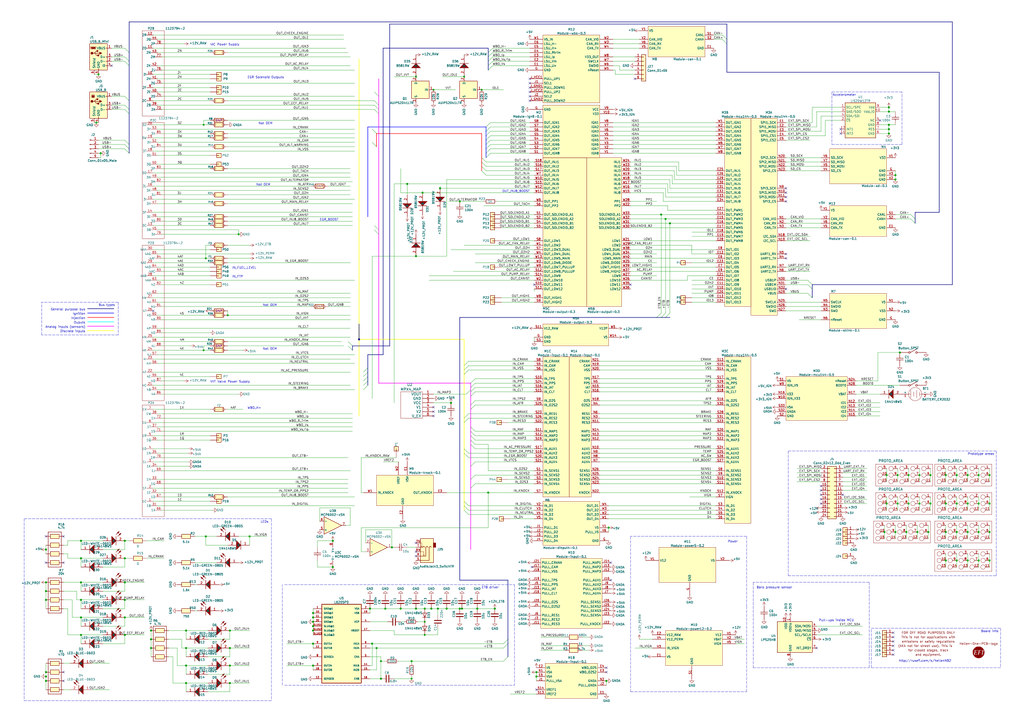
<source format=kicad_sch>
(kicad_sch (version 20211123) (generator eeschema)
  (paper "A2")
  (title_block (title "Hellen72 NB2") (date "2021-12-10") (rev "E") (company "rusEFI") (comment 7 "http://rusefi.com/s/hellenNB2"))
  (lib_symbols
    (symbol "1123794-2:1123794-2" (pin_names (offset 0.025))
      (property "Reference" "P2" (at 3.81 22.86 90))
      (property "Value" "1123794-2" (at 3.81 20.32 90))
      (symbol "1123794-2_1_1"
        (pin passive line (at -20.32 -3.81 90) (length 3.81) (name "1C") (number "1"))
        (pin passive line (at -12.7 -3.81 90) (length 3.81) (name "1F") (number "2"))
        (pin passive line (at 2.54 -3.81 90) (length 3.81) (name "1L") (number "3"))
        (pin passive line (at -22.86 -6.35 90) (length 3.81) (name "1B") (number "31"))
        (pin passive line (at -15.24 -6.35 90) (length 3.81) (name "1E") (number "32"))
        (pin passive line (at -7.62 -6.35 90) (length 3.81) (name "1H") (number "33"))
        (pin passive line (at 0 -6.35 90) (length 3.81) (name "1K") (number "34"))
        (pin passive line (at 7.62 -6.35 90) (length 3.81) (name "1N") (number "35"))
        (pin passive line (at 15.24 -6.35 90) (length 3.81) (name "1Q") (number "36"))
        (pin passive line (at 22.86 -6.35 90) (length 3.81) (name "1T") (number "37"))
        (pin passive line (at 30.48 -6.35 90) (length 3.81) (name "1W") (number "38"))
        (pin passive line (at 10.16 -3.81 90) (length 3.81) (name "1O") (number "4"))
        (pin passive line (at 17.78 -3.81 90) (length 3.81) (name "1R") (number "5"))
        (pin passive line (at 25.4 -3.81 90) (length 3.81) (name "1U") (number "6"))
        (pin passive line (at -25.4 -8.89 90) (length 3.81) (name "1A") (number "66"))
        (pin passive line (at -17.78 -8.89 90) (length 3.81) (name "1D") (number "67"))
        (pin passive line (at -10.16 -8.89 90) (length 3.81) (name "1G") (number "68"))
        (pin passive line (at -2.54 -8.89 90) (length 3.81) (name "1J") (number "69"))
        (pin passive line (at 33.02 -3.81 90) (length 3.81) (name "1X") (number "7"))
        (pin passive line (at 5.08 -8.89 90) (length 3.81) (name "1M") (number "70"))
        (pin passive line (at 20.32 -8.89 90) (length 3.81) (name "1S") (number "71"))
        (pin passive line (at 27.94 -8.89 90) (length 3.81) (name "1V") (number "72"))
      )
      (symbol "1123794-2_2_1"
        (pin passive line (at 0 -3.81 90) (length 3.81) (name "2I") (number "10"))
        (pin passive line (at 15.24 -3.81 90) (length 3.81) (name "2O") (number "11"))
        (pin passive line (at 22.86 -3.81 90) (length 3.81) (name "2R") (number "12"))
        (pin passive line (at -17.78 -6.35 90) (length 3.81) (name "2B") (number "39"))
        (pin passive line (at -10.16 -6.35 90) (length 3.81) (name "2E") (number "40"))
        (pin passive line (at -2.54 -6.35 90) (length 3.81) (name "2H") (number "41"))
        (pin passive line (at 5.08 -6.35 90) (length 3.81) (name "2K") (number "42"))
        (pin passive line (at 12.7 -6.35 90) (length 3.81) (name "2N") (number "43"))
        (pin passive line (at 20.32 -6.35 90) (length 3.81) (name "2Q") (number "44"))
        (pin passive line (at -20.32 -8.89 90) (length 3.81) (name "2A") (number "73"))
        (pin passive line (at -12.7 -8.89 90) (length 3.81) (name "2D") (number "74"))
        (pin passive line (at -5.08 -8.89 90) (length 3.81) (name "2G") (number "75"))
        (pin passive line (at 2.54 -8.89 90) (length 3.81) (name "2J") (number "76"))
        (pin passive line (at 10.16 -8.89 90) (length 3.81) (name "2M") (number "77"))
        (pin passive line (at 17.78 -8.89 90) (length 3.81) (name "2P") (number "78"))
        (pin passive line (at -15.24 -3.81 90) (length 3.81) (name "2C") (number "8"))
        (pin passive line (at -7.62 -3.81 90) (length 3.81) (name "2F") (number "9"))
      )
      (symbol "1123794-2_3_1"
        (pin passive line (at -27.94 -3.81 90) (length 3.81) (name "3C") (number "13"))
        (pin passive line (at -20.32 -3.81 90) (length 3.81) (name "3F") (number "14"))
        (pin passive line (at -12.7 -3.81 90) (length 3.81) (name "3I") (number "15"))
        (pin passive line (at -5.08 -3.81 90) (length 3.81) (name "3L") (number "16"))
        (pin passive line (at 2.54 -3.81 90) (length 3.81) (name "3O") (number "17"))
        (pin passive line (at 15.24 -3.81 90) (length 3.81) (name "3T") (number "18"))
        (pin passive line (at 22.86 -3.81 90) (length 3.81) (name "3W") (number "19"))
        (pin passive line (at 30.48 -3.81 90) (length 3.81) (name "3Z") (number "20"))
        (pin passive line (at -30.48 -6.35 90) (length 3.81) (name "3B") (number "45"))
        (pin passive line (at -22.86 -6.35 90) (length 3.81) (name "3E") (number "46"))
        (pin passive line (at -15.24 -6.35 90) (length 3.81) (name "3H") (number "47"))
        (pin passive line (at -7.62 -6.35 90) (length 3.81) (name "3K") (number "48"))
        (pin passive line (at 0 -6.35 90) (length 3.81) (name "3N") (number "49"))
        (pin passive line (at 7.62 -6.35 90) (length 3.81) (name "3Q") (number "50"))
        (pin passive line (at 12.7 -6.35 90) (length 3.81) (name "3S") (number "51"))
        (pin passive line (at 20.32 -6.35 90) (length 3.81) (name "3V") (number "52"))
        (pin passive line (at 27.94 -6.35 90) (length 3.81) (name "3Y") (number "53"))
        (pin passive line (at -33.02 -8.89 90) (length 3.81) (name "3A") (number "79"))
        (pin passive line (at -25.4 -8.89 90) (length 3.81) (name "3D") (number "80"))
        (pin passive line (at -10.16 -8.89 90) (length 3.81) (name "3J") (number "81"))
        (pin passive line (at -2.54 -8.89 90) (length 3.81) (name "3M") (number "82"))
        (pin passive line (at 5.08 -8.89 90) (length 3.81) (name "3P") (number "83"))
        (pin passive line (at 17.78 -8.89 90) (length 3.81) (name "3U") (number "84"))
        (pin passive line (at 25.4 -8.89 90) (length 3.81) (name "3X") (number "85"))
      )
      (symbol "1123794-2_4_1"
        (pin passive line (at -20.32 -3.81 90) (length 3.81) (name "4C") (number "21"))
        (pin passive line (at -12.7 -3.81 90) (length 3.81) (name "4F") (number "22"))
        (pin passive line (at -5.08 -3.81 90) (length 3.81) (name "4I") (number "23"))
        (pin passive line (at 0 -3.81 90) (length 3.81) (name "4K") (number "24"))
        (pin passive line (at 7.62 -3.81 90) (length 3.81) (name "4N") (number "25"))
        (pin passive line (at 22.86 -3.81 90) (length 3.81) (name "4T") (number "26"))
        (pin passive line (at 30.48 -3.81 90) (length 3.81) (name "4W") (number "27"))
        (pin passive line (at 43.18 -3.81 90) (length 3.81) (name "4AB") (number "28"))
        (pin passive line (at 50.8 -3.81 90) (length 3.81) (name "4AE") (number "29"))
        (pin passive line (at 58.42 -3.81 90) (length 3.81) (name "4AH") (number "30"))
        (pin passive line (at -22.86 -6.35 90) (length 3.81) (name "4B") (number "54"))
        (pin passive line (at -15.24 -6.35 90) (length 3.81) (name "4E") (number "55"))
        (pin passive line (at -7.62 -6.35 90) (length 3.81) (name "4H") (number "56"))
        (pin passive line (at -2.54 -6.35 90) (length 3.81) (name "4J") (number "57"))
        (pin passive line (at 5.08 -6.35 90) (length 3.81) (name "4M") (number "58"))
        (pin passive line (at 12.7 -6.35 90) (length 3.81) (name "4P") (number "59"))
        (pin passive line (at 20.32 -6.35 90) (length 3.81) (name "4S") (number "60"))
        (pin passive line (at 27.94 -6.35 90) (length 3.81) (name "4V") (number "61"))
        (pin passive line (at 33.02 -6.35 90) (length 3.81) (name "4X") (number "62"))
        (pin passive line (at 40.64 -6.35 90) (length 3.81) (name "4AA") (number "63"))
        (pin passive line (at 48.26 -6.35 90) (length 3.81) (name "4AD") (number "64"))
        (pin passive line (at 55.88 -6.35 90) (length 3.81) (name "4AG") (number "65"))
        (pin passive line (at -25.4 -8.89 90) (length 3.81) (name "4A") (number "86"))
        (pin passive line (at -17.78 -8.89 90) (length 3.81) (name "4D") (number "87"))
        (pin passive line (at 2.54 -8.89 90) (length 3.81) (name "4L") (number "88"))
        (pin passive line (at 10.16 -8.89 90) (length 3.81) (name "4O") (number "89"))
        (pin passive line (at 17.78 -8.89 90) (length 3.81) (name "4R") (number "90"))
        (pin passive line (at 25.4 -8.89 90) (length 3.81) (name "4U") (number "91"))
        (pin passive line (at 38.1 -8.89 90) (length 3.81) (name "4Z") (number "92"))
        (pin passive line (at 45.72 -8.89 90) (length 3.81) (name "4AC") (number "93"))
        (pin passive line (at 53.34 -8.89 90) (length 3.81) (name "4AF") (number "94"))
      )
    )
    (symbol "Amplifier_Operational:MCP6002-xSN" (pin_names (offset 0.127))
      (property "Reference" "U" (at 0 5.08 0))
      (property "Value" "MCP6002-xSN" (at 0 -5.08 0))
      (symbol "MCP6002-xSN_1_1"
        (pin output line (at 7.62 0 180) (length 2.54) (name "~") (number "1"))
        (pin input line (at -7.62 -2.54 0) (length 2.54) (name "-") (number "2"))
        (pin input line (at -7.62 2.54 0) (length 2.54) (name "+") (number "3"))
      )
      (symbol "MCP6002-xSN_2_1"
        (pin input line (at -7.62 2.54 0) (length 2.54) (name "+") (number "5"))
        (pin input line (at -7.62 -2.54 0) (length 2.54) (name "-") (number "6"))
        (pin output line (at 7.62 0 180) (length 2.54) (name "~") (number "7"))
      )
      (symbol "MCP6002-xSN_3_1"
        (pin power_in line (at -2.54 -7.62 90) (length 3.81) (name "V-") (number "4"))
        (pin power_in line (at -2.54 7.62 270) (length 3.81) (name "V+") (number "8"))
      )
    )
    (symbol "Connector:AudioJack3_SwitchTR"
      (property "Reference" "J" (at 0 8.89 0))
      (property "Value" "AudioJack3_SwitchTR" (at 0 6.35 0))
      (symbol "AudioJack3_SwitchTR_1_1"
        (pin passive line (at 5.08 0 180) (length 2.54) (name "~") (number "R"))
        (pin passive line (at 5.08 -2.54 180) (length 2.54) (name "~") (number "RN"))
        (pin passive line (at 5.08 2.54 180) (length 2.54) (name "~") (number "S"))
        (pin passive line (at 5.08 -5.08 180) (length 2.54) (name "~") (number "T"))
        (pin passive line (at 5.08 -7.62 180) (length 2.54) (name "~") (number "TN"))
      )
    )
    (symbol "Connector:Conn_01x05_Male" (pin_names (offset 1.016) hide)
      (property "Reference" "J" (at 0 7.62 0))
      (property "Value" "Conn_01x05_Male" (at 0 -7.62 0))
      (symbol "Conn_01x05_Male_1_1"
        (pin passive line (at 5.08 5.08 180) (length 3.81) (name "Pin_1") (number "1"))
        (pin passive line (at 5.08 2.54 180) (length 3.81) (name "Pin_2") (number "2"))
        (pin passive line (at 5.08 0 180) (length 3.81) (name "Pin_3") (number "3"))
        (pin passive line (at 5.08 -2.54 180) (length 3.81) (name "Pin_4") (number "4"))
        (pin passive line (at 5.08 -5.08 180) (length 3.81) (name "Pin_5") (number "5"))
      )
    )
    (symbol "Connector_Generic:Conn_01x01" (pin_names (offset 1.016) hide)
      (property "Reference" "J" (at 0 2.54 0))
      (property "Value" "Conn_01x01" (at 0 -2.54 0))
      (symbol "Conn_01x01_1_1"
        (pin passive line (at -5.08 0 0) (length 3.81) (name "Pin_1") (number "1"))
      )
    )
    (symbol "Connector_Generic:Conn_01x06" (pin_names (offset 1.016) hide)
      (property "Reference" "J" (at 0 7.62 0))
      (property "Value" "Conn_01x06" (at 0 -10.16 0))
      (symbol "Conn_01x06_1_1"
        (pin passive line (at -5.08 5.08 0) (length 3.81) (name "Pin_1") (number "1"))
        (pin passive line (at -5.08 2.54 0) (length 3.81) (name "Pin_2") (number "2"))
        (pin passive line (at -5.08 0 0) (length 3.81) (name "Pin_3") (number "3"))
        (pin passive line (at -5.08 -2.54 0) (length 3.81) (name "Pin_4") (number "4"))
        (pin passive line (at -5.08 -5.08 0) (length 3.81) (name "Pin_5") (number "5"))
        (pin passive line (at -5.08 -7.62 0) (length 3.81) (name "Pin_6") (number "6"))
      )
    )
    (symbol "Connector_Generic:Conn_02x12_Odd_Even" (pin_names (offset 1.016) hide)
      (property "Reference" "J" (at 1.27 15.24 0))
      (property "Value" "Conn_02x12_Odd_Even" (at 1.27 -17.78 0))
      (symbol "Conn_02x12_Odd_Even_1_1"
        (pin passive line (at -5.08 12.7 0) (length 3.81) (name "Pin_1") (number "1"))
        (pin passive line (at 7.62 2.54 180) (length 3.81) (name "Pin_10") (number "10"))
        (pin passive line (at -5.08 0 0) (length 3.81) (name "Pin_11") (number "11"))
        (pin passive line (at 7.62 0 180) (length 3.81) (name "Pin_12") (number "12"))
        (pin passive line (at -5.08 -2.54 0) (length 3.81) (name "Pin_13") (number "13"))
        (pin passive line (at 7.62 -2.54 180) (length 3.81) (name "Pin_14") (number "14"))
        (pin passive line (at -5.08 -5.08 0) (length 3.81) (name "Pin_15") (number "15"))
        (pin passive line (at 7.62 -5.08 180) (length 3.81) (name "Pin_16") (number "16"))
        (pin passive line (at -5.08 -7.62 0) (length 3.81) (name "Pin_17") (number "17"))
        (pin passive line (at 7.62 -7.62 180) (length 3.81) (name "Pin_18") (number "18"))
        (pin passive line (at -5.08 -10.16 0) (length 3.81) (name "Pin_19") (number "19"))
        (pin passive line (at 7.62 12.7 180) (length 3.81) (name "Pin_2") (number "2"))
        (pin passive line (at 7.62 -10.16 180) (length 3.81) (name "Pin_20") (number "20"))
        (pin passive line (at -5.08 -12.7 0) (length 3.81) (name "Pin_21") (number "21"))
        (pin passive line (at 7.62 -12.7 180) (length 3.81) (name "Pin_22") (number "22"))
        (pin passive line (at -5.08 -15.24 0) (length 3.81) (name "Pin_23") (number "23"))
        (pin passive line (at 7.62 -15.24 180) (length 3.81) (name "Pin_24") (number "24"))
        (pin passive line (at -5.08 10.16 0) (length 3.81) (name "Pin_3") (number "3"))
        (pin passive line (at 7.62 10.16 180) (length 3.81) (name "Pin_4") (number "4"))
        (pin passive line (at -5.08 7.62 0) (length 3.81) (name "Pin_5") (number "5"))
        (pin passive line (at 7.62 7.62 180) (length 3.81) (name "Pin_6") (number "6"))
        (pin passive line (at -5.08 5.08 0) (length 3.81) (name "Pin_7") (number "7"))
        (pin passive line (at 7.62 5.08 180) (length 3.81) (name "Pin_8") (number "8"))
        (pin passive line (at -5.08 2.54 0) (length 3.81) (name "Pin_9") (number "9"))
      )
    )
    (symbol "Device:C" (pin_numbers hide) (pin_names (offset 0.254))
      (property "Reference" "C" (at 0.635 2.54 0))
      (property "Value" "C" (at 0.635 -2.54 0))
      (symbol "C_1_1"
        (pin passive line (at 0 3.81 270) (length 2.794) (name "~") (number "1"))
        (pin passive line (at 0 -3.81 90) (length 2.794) (name "~") (number "2"))
      )
    )
    (symbol "Device:D" (pin_numbers hide) (pin_names (offset 1.016) hide)
      (property "Reference" "D" (at 0 2.54 0))
      (property "Value" "D" (at 0 -2.54 0))
      (symbol "D_1_1"
        (pin passive line (at -3.81 0 0) (length 2.54) (name "K") (number "1"))
        (pin passive line (at 3.81 0 180) (length 2.54) (name "A") (number "2"))
      )
    )
    (symbol "Device:R" (pin_numbers hide) (pin_names (offset 0))
      (property "Reference" "R" (at 2.032 0 90))
      (property "Value" "R" (at 0 0 90))
      (symbol "R_1_1"
        (pin passive line (at 0 3.81 270) (length 1.27) (name "~") (number "1"))
        (pin passive line (at 0 -3.81 90) (length 1.27) (name "~") (number "2"))
      )
    )
    (symbol "L6205PD:L6205PD" (pin_names (offset 1.016))
      (property "Reference" "U" (at -10.1854 24.0538 0))
      (property "Value" "L6205PD" (at -10.1854 -25.6794 0))
      (symbol "L6205PD_0_0"
        (pin power_in line (at 17.78 20.32 180) (length 5.08) (name "GND@1") (number "1"))
        (pin power_in line (at 17.78 17.78 180) (length 5.08) (name "GND@2") (number "10"))
        (pin power_in line (at 17.78 15.24 180) (length 5.08) (name "GND@3") (number "11"))
        (pin output line (at 17.78 -2.54 180) (length 5.08) (name "OUT1B") (number "12"))
        (pin power_in line (at 17.78 -20.32 180) (length 5.08) (name "SENSEB") (number "13"))
        (pin input line (at -15.24 -12.7 0) (length 5.08) (name "IN1B") (number "14"))
        (pin input line (at -15.24 -15.24 0) (length 5.08) (name "IN2B") (number "15"))
        (pin bidirectional line (at -15.24 -20.32 0) (length 5.08) (name "ENB") (number "16"))
        (pin passive line (at -15.24 7.62 0) (length 5.08) (name "VBOOT") (number "17"))
        (pin output line (at 17.78 -15.24 180) (length 5.08) (name "OUT2B") (number "18"))
        (pin power_in line (at -15.24 17.78 0) (length 5.08) (name "VSB") (number "19"))
        (pin power_in line (at -15.24 20.32 0) (length 5.08) (name "VSA") (number "2"))
        (pin power_in line (at 17.78 12.7 180) (length 5.08) (name "GND@4") (number "20"))
        (pin output line (at 17.78 -12.7 180) (length 5.08) (name "OUT2A") (number "3"))
        (pin passive line (at -15.24 12.7 0) (length 5.08) (name "VCP") (number "4"))
        (pin bidirectional line (at -15.24 -7.62 0) (length 5.08) (name "ENA") (number "5"))
        (pin input line (at -15.24 0 0) (length 5.08) (name "IN1A") (number "6"))
        (pin input line (at -15.24 -2.54 0) (length 5.08) (name "IN2A") (number "7"))
        (pin power_in line (at 17.78 -7.62 180) (length 5.08) (name "SENSEA") (number "8"))
        (pin output line (at 17.78 0 180) (length 5.08) (name "OUT1A") (number "9"))
        (pin power_in line (at 17.78 10.16 180) (length 5.08) (name "SLUG@1") (number "SLUG1"))
        (pin power_in line (at 17.78 7.62 180) (length 5.08) (name "SLUG@2") (number "SLUG2"))
        (pin power_in line (at 17.78 5.08 180) (length 5.08) (name "SLUG@3") (number "SLUG3"))
      )
    )
    (symbol "MPX-4_MAP:MPX4_MAP" (pin_names (offset 0.762))
      (property "Reference" "U" (at 0 10.16 0))
      (property "Value" "MPX4_MAP" (at 8.89 0 90))
      (symbol "MPX4_MAP_1_1"
        (pin passive line (at -8.89 6.35 0) (length 6.35) (name "VOUT") (number "1"))
        (pin passive line (at -8.89 3.81 0) (length 6.35) (name "GND") (number "2"))
        (pin passive line (at -8.89 1.27 0) (length 6.35) (name "VCC") (number "3"))
        (pin passive line (at -8.89 -1.27 0) (length 6.35) (name "V1") (number "4"))
        (pin passive line (at -8.89 -3.81 0) (length 6.35) (name "V2") (number "5"))
        (pin passive line (at -8.89 -6.35 0) (length 6.35) (name "V_EX") (number "6"))
      )
    )
    (symbol "Off_Road_Disclaimer:Disclaimer" (pin_names (offset 1.016))
      (symbol "Disclaimer_0_0"
        (text "(AKA not for street use). This is " (at 1.27 -3.81 0) (effects (font (size 1.27 1.27))))
        (text "and equipment." (at 0 -8.89 0) (effects (font (size 1.27 1.27))))
        (text "emissions or safety regulations" (at 0 -1.27 0) (effects (font (size 1.27 1.27))))
        (text "for closed stages, track" (at 0 -6.35 0) (effects (font (size 1.27 1.27))))
        (text "FOR OFF ROAD PURPOSES ONLY" (at 0 3.81 0) (effects (font (size 1.27 1.27))))
        (text "This is not for applications with" (at 0 1.27 0) (effects (font (size 1.27 1.27))))
      )
    )
    (symbol "Power_Management:AUIPS2041L"
      (property "Reference" "U" (at 3.81 1.27 0))
      (property "Value" "AUIPS2041L" (at 3.81 -1.27 0))
      (symbol "AUIPS2041L_1_1"
        (pin input line (at -10.16 0 0) (length 2.54) (name "IN") (number "1"))
        (pin passive line (at 0 7.62 270) (length 2.54) (name "D") (number "2"))
        (pin power_in line (at 0 -7.62 90) (length 2.54) (name "S") (number "3"))
      )
    )
    (symbol "Sensor_Pressure:LPS25HB"
      (property "Reference" "U" (at -10.16 8.89 0))
      (property "Value" "LPS25HB" (at 10.16 8.89 0))
      (symbol "LPS25HB_1_1"
        (pin power_in line (at -2.54 10.16 270) (length 2.54) (name "VDDio") (number "1"))
        (pin power_in line (at -5.08 10.16 270) (length 2.54) (name "VDD") (number "10"))
        (pin input line (at 12.7 0 180) (length 2.54) (name "SCL/SCLK") (number "2"))
        (pin passive line (at -2.54 -12.7 90) (length 2.54) hide (name "GND") (number "3"))
        (pin bidirectional line (at 12.7 5.08 180) (length 2.54) (name "SDA/MOSI") (number "4"))
        (pin bidirectional line (at 12.7 2.54 180) (length 2.54) (name "SA0/MISO") (number "5"))
        (pin input line (at 12.7 -2.54 180) (length 2.54) (name "~{CS}") (number "6"))
        (pin output line (at 12.7 -7.62 180) (length 2.54) (name "INT_DRDY") (number "7"))
        (pin power_in line (at -2.54 -12.7 90) (length 2.54) (name "GND") (number "8"))
        (pin passive line (at -2.54 -12.7 90) (length 2.54) hide (name "GND") (number "9"))
      )
    )
    (symbol "art-electro-power:BATTERY_CR2032" (pin_names (offset 0))
      (property "Reference" "BT" (at 0 5.08 0))
      (property "Value" "BATTERY_CR2032" (at 0 -4.826 0))
      (symbol "BATTERY_CR2032_1_1"
        (pin passive line (at -7.62 0 0) (length 3.81) (name "+") (number "1"))
        (pin passive line (at 7.62 0 180) (length 3.81) (name "-") (number "2"))
      )
    )
    (symbol "hellen-one-can-0.1:Module-can-0.1"
      (property "Reference" "M" (at 0 0 0))
      (property "Value" "Module-can-0.1" (at 0 0 0))
      (symbol "Module-can-0.1_1_0"
        (pin passive line (at 38.1 -12.7 180) (length 5.08) (name "GND") (number "E1"))
        (pin passive line (at 38.1 -5.08 180) (length 5.08) (name "CANL") (number "S1"))
        (pin passive line (at 38.1 -7.62 180) (length 5.08) (name "CANH") (number "S2"))
        (pin passive line (at -5.08 -2.54 0) (length 5.08) (name "V5") (number "V1"))
        (pin passive line (at -5.08 -7.62 0) (length 5.08) (name "CAN_VIO") (number "V2"))
        (pin passive line (at -5.08 -12.7 0) (length 5.08) (name "CAN_TX") (number "V5"))
        (pin passive line (at -5.08 -10.16 0) (length 5.08) (name "CAN_RX") (number "V6"))
      )
    )
    (symbol "hellen-one-common:+12V_PERM" (power) (pin_names (offset 0))
      (property "Value" "+12V_PERM" (at 0 3.556 0))
      (symbol "+12V_PERM_1_1"
        (pin power_in line (at 0 0 90) (length 0) hide (name "+12V_PERM") (number "1"))
      )
    )
    (symbol "hellen-one-common:+12V_PROT" (power) (pin_names (offset 0))
      (property "Value" "+12V_PROT" (at 0 3.556 0))
      (symbol "+12V_PROT_1_1"
        (pin power_in line (at 0 0 90) (length 0) hide (name "+12V_PROT") (number "1"))
      )
    )
    (symbol "hellen-one-common:+12V_RAW" (power) (pin_names (offset 0))
      (property "Value" "+12V_RAW" (at 0 3.556 0))
      (symbol "+12V_RAW_1_1"
        (pin power_in line (at 0 0 90) (length 0) hide (name "+12V_RAW") (number "1"))
      )
    )
    (symbol "hellen-one-common:+12V_RAW_1" (power) (pin_names (offset 0))
      (property "Value" "+12V_ETB" (at 3.1751 0.3683 90))
      (symbol "+12V_RAW_1_1_1"
        (pin power_in line (at 0 0 90) (length 0) hide (name "+12V_ETB") (number "1"))
      )
    )
    (symbol "hellen-one-common:+3V3_IGN" (power) (pin_names (offset 0))
      (property "Value" "+3V3_IGN" (at 0 3.556 0))
      (symbol "+3V3_IGN_1_1"
        (pin power_in line (at 0 0 90) (length 0) hide (name "+3V3_IGN") (number "1"))
      )
    )
    (symbol "hellen-one-common:+5V_IGN" (power) (pin_names (offset 0))
      (property "Value" "+5V_IGN" (at 0 3.556 0))
      (symbol "+5V_IGN_1_1"
        (pin power_in line (at 0 0 90) (length 0) hide (name "+5V_IGN") (number "1"))
      )
    )
    (symbol "hellen-one-common:1N4148WS"
      (property "Reference" "D" (at 0 2.54 0))
      (property "Value" "1N4148WS" (at 0 -3.81 0))
      (symbol "1N4148WS_1_0"
        (pin passive line (at 7.62 0 180) (length 5.08) (name "K") (number "1"))
        (pin passive line (at -5.08 0 0) (length 5.08) (name "A") (number "2"))
      )
    )
    (symbol "hellen-one-common:Button_SPST" (pin_numbers hide)
      (property "Reference" "S" (at -5.08 2.54 0))
      (property "Value" "Button_SPST" (at 0 0 0))
      (symbol "Button_SPST_1_0"
        (pin passive line (at -5.08 -2.54 0) (length 5.08) (name "") (number "1"))
        (pin passive line (at 10.16 -2.54 180) (length 5.08) (name "") (number "2"))
      )
    )
    (symbol "hellen-one-common:Cap" (pin_numbers hide)
      (property "Reference" "C" (at -3.81 2.54 0))
      (property "Value" "Cap" (at -2.54 -1.27 0))
      (symbol "Cap_1_0"
        (pin passive line (at -3.81 0 0) (length 2.54) (name "") (number "1"))
        (pin passive line (at 3.81 0 180) (length 2.54) (name "") (number "2"))
      )
    )
    (symbol "hellen-one-common:Fuse-Pad-Pad" (pin_numbers hide) (pin_names (offset 0.762) hide)
      (property "Reference" "F" (at 0 2.54 0))
      (symbol "Fuse-Pad-Pad_0_1"
        (pin passive line (at -5.08 0 0) (length 2.54) (name "1") (number "1"))
        (pin passive line (at 5.08 0 180) (length 2.54) (name "2") (number "2"))
      )
    )
    (symbol "hellen-one-common:Jumper-Pad-Pad" (pin_numbers hide) (pin_names (offset 0.762) hide)
      (property "Reference" "R" (at 0 2.54 0))
      (symbol "Jumper-Pad-Pad_0_1"
        (pin passive line (at -5.08 0 0) (length 2.54) (name "1") (number "1"))
        (pin passive line (at 5.08 0 180) (length 2.54) (name "2") (number "2"))
      )
    )
    (symbol "hellen-one-common:LED"
      (property "Reference" "D" (at 0 2.54 0))
      (property "Value" "LED-COLOR-0805" (at 0 -3.81 0))
      (symbol "LED_1_0"
        (pin passive line (at -5.08 0 0) (length 5.08) (name "A") (number "1"))
        (pin passive line (at 7.62 0 180) (length 5.08) (name "K") (number "2"))
      )
    )
    (symbol "hellen-one-common:LED_0603"
      (property "Reference" "D" (at 0 2.54 0))
      (property "Value" "LED_0603" (at 0 -3.81 0))
      (symbol "LED_0603_1_0"
        (pin passive line (at -5.08 0 0) (length 5.08) (name "A") (number "1"))
        (pin passive line (at 7.62 0 180) (length 5.08) (name "K") (number "2"))
      )
    )
    (symbol "hellen-one-common:LIS2DW12TR"
      (property "Reference" "U" (at -5.08 11.43 0))
      (property "Value" "LIS2DW12TR" (at 3.81 11.43 0))
      (symbol "LIS2DW12TR_1_1"
        (pin input line (at -10.16 7.62 0) (length 2.54) (name "SCL/SPC") (number "1"))
        (pin power_in line (at 12.7 5.08 180) (length 2.54) (name "Vdd_IO") (number "10"))
        (pin output line (at -10.16 -7.62 0) (length 2.54) (name "INT2") (number "11"))
        (pin output line (at -10.16 -5.08 0) (length 2.54) (name "INT1") (number "12"))
        (pin input line (at -10.16 0 0) (length 2.54) (name "~{CS}") (number "2"))
        (pin bidirectional line (at -10.16 5.08 0) (length 2.54) (name "SA0/SDO") (number "3"))
        (pin bidirectional line (at -10.16 2.54 0) (length 2.54) (name "SDA/SDI") (number "4"))
        (pin passive line (at 12.7 0 180) (length 2.54) (name "NC") (number "5"))
        (pin power_in line (at 12.7 -7.62 180) (length 2.54) (name "GND") (number "6"))
        (pin power_in line (at 12.7 -5.08 180) (length 2.54) (name "RES") (number "7"))
        (pin power_in line (at 12.7 -2.54 180) (length 2.54) (name "GND") (number "8"))
        (pin power_in line (at 12.7 7.62 180) (length 2.54) (name "Vdd") (number "9"))
      )
    )
    (symbol "hellen-one-common:LOGO" (pin_names (offset 1.016))
      (symbol "LOGO_0_0"
        (text "" (at 35.56 6.35 0) (effects (font (size 1.27 1.27))))
        (text "Hellen-One-PCB-logo" (at 0 0 0) (effects (font (size 1.27 1.27))))
      )
    )
    (symbol "hellen-one-common:PROTO_AREA" (pin_names (offset 1.016))
      (property "Value" "PROTO_AREA" (at 25.4 3.81 0))
      (symbol "PROTO_AREA_0_0"
        (text "" (at 35.56 6.35 0) (effects (font (size 1.27 1.27))))
      )
      (symbol "PROTO_AREA_1_1"
        (pin passive line (at 1.27 0 0) (length 2.54) (name "") (number "1"))
        (pin passive line (at 26.67 -3.81 0) (length 2.54) (name "") (number "10"))
        (pin passive line (at 1.27 -7.62 0) (length 2.54) (name "") (number "11"))
        (pin passive line (at 7.62 -7.62 0) (length 2.54) (name "") (number "12"))
        (pin passive line (at 13.97 -7.62 0) (length 2.54) (name "") (number "13"))
        (pin passive line (at 20.32 -7.62 0) (length 2.54) (name "") (number "14"))
        (pin passive line (at 26.67 -7.62 0) (length 2.54) (name "") (number "15"))
        (pin passive line (at 7.62 0 0) (length 2.54) (name "") (number "2"))
        (pin passive line (at 13.97 0 0) (length 2.54) (name "") (number "3"))
        (pin passive line (at 20.32 0 0) (length 2.54) (name "") (number "4"))
        (pin passive line (at 26.67 0 0) (length 2.54) (name "") (number "5"))
        (pin passive line (at 1.27 -3.81 0) (length 2.54) (name "") (number "6"))
        (pin passive line (at 7.62 -3.81 0) (length 2.54) (name "") (number "7"))
        (pin passive line (at 13.97 -3.81 0) (length 2.54) (name "") (number "8"))
        (pin passive line (at 20.32 -3.81 0) (length 2.54) (name "") (number "9"))
      )
    )
    (symbol "hellen-one-common:Pad" (pin_numbers hide) (pin_names (offset 1.016) hide)
      (property "Reference" "P" (at 2.54 0 0))
      (symbol "Pad_1_1"
        (pin passive line (at -5.08 0 0) (length 3.81) (name "Pin_1") (number "1"))
      )
    )
    (symbol "hellen-one-common:Res" (pin_numbers hide)
      (property "Reference" "R" (at 3.81 2.54 0))
      (property "Value" "Res" (at 5.08 -2.54 0))
      (symbol "Res_1_0"
        (pin passive line (at 0 0 0) (length 2.54) (name "") (number "1"))
        (pin passive line (at 10.16 0 180) (length 2.54) (name "") (number "2"))
      )
    )
    (symbol "hellen-one-common:Res_Array_4" (pin_numbers hide)
      (property "Reference" "R" (at -6.35 6.35 0))
      (symbol "Res_Array_4_1_0"
        (pin passive line (at -10.16 0 0) (length 2.54) (name "") (number "1"))
        (pin passive line (at -10.16 -5.08 0) (length 2.54) (name "") (number "2"))
        (pin passive line (at -10.16 -10.16 0) (length 2.54) (name "") (number "3"))
        (pin passive line (at -10.16 -15.24 0) (length 2.54) (name "") (number "4"))
        (pin passive line (at 0 -15.24 180) (length 2.54) (name "") (number "5"))
        (pin passive line (at 0 -10.16 180) (length 2.54) (name "") (number "6"))
        (pin passive line (at 0 -5.08 180) (length 2.54) (name "") (number "7"))
        (pin passive line (at 0 0 180) (length 2.54) (name "") (number "8"))
      )
    )
    (symbol "hellen-one-common:USB_B" (pin_names (offset 1.016))
      (property "Reference" "J" (at -5.08 11.43 0))
      (property "Value" "USB_B" (at -5.08 8.89 0))
      (symbol "USB_B_1_1"
        (pin power_out line (at 7.62 5.08 180) (length 2.54) (name "VBUS") (number "1"))
        (pin bidirectional line (at 7.62 -2.54 180) (length 2.54) (name "D-") (number "2"))
        (pin bidirectional line (at 7.62 0 180) (length 2.54) (name "D+") (number "3"))
        (pin power_out line (at 0 -10.16 90) (length 2.54) (name "GND") (number "4"))
        (pin passive line (at -2.54 -10.16 90) (length 2.54) (name "Shield") (number "5"))
      )
    )
    (symbol "hellen-one-common:USB_B_Mini" (pin_names (offset 1.016))
      (property "Reference" "J" (at -5.08 11.43 0))
      (property "Value" "USB_B_Mini" (at -5.08 8.89 0))
      (symbol "USB_B_Mini_1_1"
        (pin power_out line (at 7.62 5.08 180) (length 2.54) (name "VBUS") (number "1"))
        (pin passive line (at 7.62 -2.54 180) (length 2.54) (name "D-") (number "2"))
        (pin passive line (at 7.62 0 180) (length 2.54) (name "D+") (number "3"))
        (pin passive line (at 7.62 -5.08 180) (length 2.54) (name "ID") (number "4"))
        (pin power_out line (at 0 -10.16 90) (length 2.54) (name "GND") (number "5"))
        (pin passive line (at -2.54 -10.16 90) (length 2.54) (name "Shield") (number "6"))
      )
    )
    (symbol "hellen-one-dinput4-0.1:Module-dinput4-0.1"
      (property "Reference" "M" (at 0 0 0))
      (property "Value" "Module-dinput4-0.1" (at 0 0 0))
      (symbol "Module-dinput4-0.1_1_0"
        (pin passive line (at 38.1 -22.86 180) (length 5.08) (name "GND") (number "G"))
        (pin passive line (at -5.08 -15.24 0) (length 5.08) (name "PULL_D1") (number "J1"))
        (pin passive line (at -5.08 -17.78 0) (length 5.08) (name "PULL_D2") (number "J2"))
        (pin passive line (at -5.08 -20.32 0) (length 5.08) (name "PULL_D3") (number "J3"))
        (pin passive line (at -5.08 -22.86 0) (length 5.08) (name "PULL_D4") (number "J4"))
        (pin passive line (at 38.1 -15.24 180) (length 5.08) (name "V5") (number "V1"))
        (pin passive line (at -5.08 -2.54 0) (length 5.08) (name "IN_D1") (number "V2"))
        (pin passive line (at -5.08 -5.08 0) (length 5.08) (name "IN_D2") (number "V3"))
        (pin passive line (at -5.08 -7.62 0) (length 5.08) (name "IN_D3") (number "V4"))
        (pin passive line (at -5.08 -10.16 0) (length 5.08) (name "IN_D4") (number "V5"))
        (pin passive line (at 38.1 -17.78 180) (length 5.08) (name "PULL_V5") (number "V6"))
        (pin passive line (at 38.1 -10.16 180) (length 5.08) (name "OUT_D4") (number "W1"))
        (pin passive line (at 38.1 -7.62 180) (length 5.08) (name "OUT_D3") (number "W2"))
        (pin passive line (at 38.1 -5.08 180) (length 5.08) (name "OUT_D2") (number "W3"))
        (pin passive line (at 38.1 -2.54 180) (length 5.08) (name "OUT_D1") (number "W4"))
      )
    )
    (symbol "hellen-one-ign8-0.1:Module-ign8-0.1"
      (property "Reference" "M" (at 0 0 0))
      (property "Value" "Module-ign8-0.1" (at 0 0 0))
      (symbol "Module-ign8-0.1_1_0"
        (pin passive line (at 40.64 -2.54 180) (length 7.62) (name "GND") (number "G"))
        (pin passive line (at 40.64 -27.94 180) (length 7.62) (name "OUT_IGN8") (number "S1"))
        (pin passive line (at 40.64 -25.4 180) (length 7.62) (name "OUT_IGN7") (number "S2"))
        (pin passive line (at 40.64 -22.86 180) (length 7.62) (name "OUT_IGN6") (number "S3"))
        (pin passive line (at 40.64 -20.32 180) (length 7.62) (name "OUT_IGN5") (number "S4"))
        (pin passive line (at 40.64 -17.78 180) (length 7.62) (name "OUT_IGN4") (number "S5"))
        (pin passive line (at 40.64 -15.24 180) (length 7.62) (name "OUT_IGN3") (number "S6"))
        (pin passive line (at 40.64 -12.7 180) (length 7.62) (name "OUT_IGN2") (number "S7"))
        (pin passive line (at 40.64 -10.16 180) (length 7.62) (name "OUT_IGN1") (number "S8"))
        (pin passive line (at -7.62 -27.94 0) (length 7.62) (name "IGN8") (number "V1"))
        (pin passive line (at -7.62 -5.08 0) (length 7.62) (name "V33") (number "V10"))
        (pin passive line (at -7.62 -25.4 0) (length 7.62) (name "IGN7") (number "V2"))
        (pin passive line (at -7.62 -22.86 0) (length 7.62) (name "IGN6") (number "V3"))
        (pin passive line (at -7.62 -20.32 0) (length 7.62) (name "IGN5") (number "V4"))
        (pin passive line (at -7.62 -17.78 0) (length 7.62) (name "IGN4") (number "V5"))
        (pin passive line (at -7.62 -15.24 0) (length 7.62) (name "IGN3") (number "V6"))
        (pin passive line (at -7.62 -12.7 0) (length 7.62) (name "IGN2") (number "V7"))
        (pin passive line (at -7.62 -10.16 0) (length 7.62) (name "IGN1") (number "V8"))
        (pin passive line (at -7.62 -2.54 0) (length 7.62) (name "VCC") (number "V9"))
      )
    )
    (symbol "hellen-one-input-0.1:Module-input-0.1"
      (property "Reference" "M" (at 0 0 0))
      (property "Value" "Module-input-0.1" (at 0 0 0))
      (symbol "Module-input-0.1_1_0"
        (pin passive line (at 17.78 -53.34 180) (length 5.08) (name "AUX1") (number "N10"))
        (pin passive line (at 17.78 -38.1 180) (length 5.08) (name "RES3") (number "N11"))
        (pin passive line (at 17.78 -48.26 180) (length 5.08) (name "MAP3") (number "N12"))
        (pin passive line (at 17.78 -45.72 180) (length 5.08) (name "MAP2") (number "N13"))
        (pin passive line (at 17.78 -43.18 180) (length 5.08) (name "MAP1") (number "N14"))
        (pin passive line (at 17.78 -17.78 180) (length 5.08) (name "IAT") (number "N15"))
        (pin passive line (at 17.78 -20.32 180) (length 5.08) (name "CLT") (number "N16"))
        (pin passive line (at 17.78 -12.7 180) (length 5.08) (name "TPS") (number "N17"))
        (pin passive line (at 17.78 -25.4 180) (length 5.08) (name "O2S") (number "N18"))
        (pin passive line (at 17.78 -5.08 180) (length 5.08) (name "CAM") (number "N19"))
        (pin passive line (at 17.78 -7.62 180) (length 5.08) (name "VSS") (number "N20"))
        (pin passive line (at 17.78 -2.54 180) (length 5.08) (name "CRANK") (number "N21"))
        (pin passive line (at 17.78 -78.74 180) (length 5.08) (name "KNOCK") (number "N22"))
        (pin passive line (at 17.78 -73.66 180) (length 5.08) (name "SENS4") (number "N23"))
        (pin passive line (at 17.78 -71.12 180) (length 5.08) (name "SENS3") (number "N24"))
        (pin passive line (at 17.78 -68.58 180) (length 5.08) (name "SENS2") (number "N25"))
        (pin passive line (at 17.78 -66.04 180) (length 5.08) (name "SENS1") (number "N26"))
        (pin passive line (at 17.78 -35.56 180) (length 5.08) (name "RES2") (number "N3"))
        (pin passive line (at 17.78 -27.94 180) (length 5.08) (name "O2S2") (number "N4"))
        (pin passive line (at 17.78 -15.24 180) (length 5.08) (name "PPS") (number "N5"))
        (pin passive line (at 17.78 -33.02 180) (length 5.08) (name "RES1") (number "N6"))
        (pin passive line (at 17.78 -60.96 180) (length 5.08) (name "AUX4") (number "N7"))
        (pin passive line (at 17.78 -58.42 180) (length 5.08) (name "AUX3") (number "N8"))
        (pin passive line (at 17.78 -55.88 180) (length 5.08) (name "AUX2") (number "N9"))
      )
      (symbol "Module-input-0.1_2_0"
        (pin passive line (at 35.56 -17.78 180) (length 5.08) (name "GND") (number "E1"))
        (pin passive line (at -5.08 -2.54 0) (length 5.08) (name "V5") (number "E2"))
        (pin passive line (at 35.56 -5.08 180) (length 5.08) (name "WBO_O2S2") (number "E3"))
        (pin passive line (at 35.56 -2.54 180) (length 5.08) (name "WBO_O2S") (number "E4"))
        (pin passive line (at -5.08 -7.62 0) (length 5.08) (name "V5A") (number "E5"))
        (pin passive line (at -5.08 -10.16 0) (length 5.08) (name "PULL_V5A") (number "J1"))
        (pin passive line (at 35.56 -12.7 180) (length 5.08) (name "PULL_GNDA") (number "J2"))
        (pin passive line (at -5.08 -5.08 0) (length 5.08) (name "V5A") (number "N1"))
        (pin passive line (at 35.56 -10.16 180) (length 5.08) (name "GNDA") (number "N2"))
        (pin passive line (at -5.08 -17.78 0) (length 5.08) (name "VREF2") (number "S13"))
        (pin passive line (at -5.08 -15.24 0) (length 5.08) (name "VREF1") (number "S14"))
      )
      (symbol "Module-input-0.1_3_0"
        (pin passive line (at -5.08 -66.04 0) (length 5.08) (name "IN_SENS1") (number "S1"))
        (pin passive line (at -5.08 -12.7 0) (length 5.08) (name "IN_TPS") (number "S10"))
        (pin passive line (at -5.08 -43.18 0) (length 5.08) (name "IN_MAP1") (number "S11"))
        (pin passive line (at -5.08 -45.72 0) (length 5.08) (name "IN_MAP2") (number "S12"))
        (pin passive line (at -5.08 -20.32 0) (length 5.08) (name "IN_CLT") (number "S15"))
        (pin passive line (at -5.08 -17.78 0) (length 5.08) (name "IN_IAT") (number "S16"))
        (pin passive line (at -5.08 -53.34 0) (length 5.08) (name "IN_AUX1") (number "S17"))
        (pin passive line (at -5.08 -55.88 0) (length 5.08) (name "IN_AUX2") (number "S18"))
        (pin passive line (at -5.08 -48.26 0) (length 5.08) (name "IN_MAP3") (number "S19"))
        (pin passive line (at -5.08 -68.58 0) (length 5.08) (name "IN_SENS2") (number "S2"))
        (pin passive line (at -5.08 -58.42 0) (length 5.08) (name "IN_AUX3") (number "S20"))
        (pin passive line (at -5.08 -60.96 0) (length 5.08) (name "IN_AUX4") (number "S21"))
        (pin passive line (at -5.08 -38.1 0) (length 5.08) (name "IN_RES3") (number "S22"))
        (pin passive line (at -5.08 -33.02 0) (length 5.08) (name "IN_RES1") (number "S23"))
        (pin passive line (at -5.08 -15.24 0) (length 5.08) (name "IN_PPS") (number "S24"))
        (pin passive line (at -5.08 -27.94 0) (length 5.08) (name "IN_O2S2") (number "S25"))
        (pin passive line (at -5.08 -35.56 0) (length 5.08) (name "IN_RES2") (number "S26"))
        (pin passive line (at -5.08 -71.12 0) (length 5.08) (name "IN_SENS3") (number "S3"))
        (pin passive line (at -5.08 -73.66 0) (length 5.08) (name "IN_SENS4") (number "S4"))
        (pin passive line (at -5.08 -5.08 0) (length 5.08) (name "IN_CAM") (number "S5"))
        (pin passive line (at -5.08 -7.62 0) (length 5.08) (name "IN_VSS") (number "S6"))
        (pin passive line (at -5.08 -78.74 0) (length 5.08) (name "IN_KNOCK") (number "S7"))
        (pin passive line (at -5.08 -2.54 0) (length 5.08) (name "IN_CRANK") (number "S8"))
        (pin passive line (at -5.08 -25.4 0) (length 5.08) (name "IN_O2S") (number "S9"))
      )
      (symbol "Module-input-0.1_4_0"
        (pin passive line (at 40.64 -12.7 180) (length 5.08) (name "PULL_AUX1") (number "J10"))
        (pin passive line (at -5.08 -38.1 0) (length 5.08) (name "PULL_RES3") (number "J11"))
        (pin passive line (at 40.64 -7.62 180) (length 5.08) (name "PULL_MAP3") (number "J12"))
        (pin passive line (at 40.64 -5.08 180) (length 5.08) (name "PULL_MAP2") (number "J13"))
        (pin passive line (at 40.64 -2.54 180) (length 5.08) (name "PULL_MAP1") (number "J14"))
        (pin passive line (at -5.08 -17.78 0) (length 5.08) (name "PULL_IAT") (number "J15"))
        (pin passive line (at -5.08 -20.32 0) (length 5.08) (name "PULL_CLT") (number "J16"))
        (pin passive line (at -5.08 -5.08 0) (length 5.08) (name "PULL_CAM") (number "J17"))
        (pin passive line (at -5.08 -7.62 0) (length 5.08) (name "PULL_VSS") (number "J18"))
        (pin passive line (at -5.08 -12.7 0) (length 5.08) (name "PULL_TPS") (number "J19"))
        (pin passive line (at -5.08 -25.4 0) (length 5.08) (name "PULL_O2S") (number "J20"))
        (pin passive line (at -5.08 -2.54 0) (length 5.08) (name "PULL_CRANK") (number "J21"))
        (pin passive line (at 40.64 -38.1 180) (length 5.08) (name "PULL_KNOCK") (number "J22"))
        (pin passive line (at 40.64 -33.02 180) (length 5.08) (name "PULL_SENS4") (number "J23"))
        (pin passive line (at 40.64 -30.48 180) (length 5.08) (name "PULL_SENS3") (number "J24"))
        (pin passive line (at 40.64 -27.94 180) (length 5.08) (name "PULL_SENS2") (number "J25"))
        (pin passive line (at 40.64 -25.4 180) (length 5.08) (name "PULL_SENS1") (number "J26"))
        (pin passive line (at -5.08 -35.56 0) (length 5.08) (name "PULL_RES2") (number "J3"))
        (pin passive line (at -5.08 -27.94 0) (length 5.08) (name "PULL_O2S2") (number "J4"))
        (pin passive line (at -5.08 -15.24 0) (length 5.08) (name "PULL_PPS") (number "J5"))
        (pin passive line (at -5.08 -33.02 0) (length 5.08) (name "PULL_RES1") (number "J6"))
        (pin passive line (at 40.64 -20.32 180) (length 5.08) (name "PULL_AUX4") (number "J7"))
        (pin passive line (at 40.64 -17.78 180) (length 5.08) (name "PULL_AUX3") (number "J8"))
        (pin passive line (at 40.64 -15.24 180) (length 5.08) (name "PULL_AUX2") (number "J9"))
      )
    )
    (symbol "hellen-one-knock-0.1:Module-knock-0.1"
      (property "Reference" "M" (at 0 0 0))
      (property "Value" "Module-knock-0.1" (at 0 0 0))
      (symbol "Module-knock-0.1_1_0"
        (pin passive line (at 17.78 7.62 270) (length 7.62) (name "V5A") (number "E1"))
        (pin passive line (at 15.24 -25.4 90) (length 7.62) (name "GND") (number "E2"))
        (pin passive line (at 40.64 -10.16 180) (length 7.62) (name "OUT_KNOCK") (number "E3"))
        (pin passive line (at -7.62 -10.16 0) (length 7.62) (name "IN_KNOCK") (number "W1"))
        (pin passive line (at 12.7 7.62 270) (length 7.62) (name "VREF") (number "W2"))
      )
    )
    (symbol "hellen-one-mcu-0.5:Module-mcu-0.5"
      (property "Reference" "M" (at 0 0 0))
      (property "Value" "Module-mcu144-0.5" (at 0 0 0))
      (symbol "Module-mcu-0.5_1_0"
        (pin passive line (at 20.32 -2.54 180) (length 5.08) (name "SPI1_SCK") (number "E1"))
        (pin passive line (at 20.32 -5.08 180) (length 5.08) (name "SPI1_MISO") (number "E2"))
        (pin passive line (at 20.32 -7.62 180) (length 5.08) (name "SPI1_MOSI") (number "E3"))
        (pin passive line (at 20.32 -10.16 180) (length 5.08) (name "SPI1_CS1") (number "E4"))
        (pin passive line (at 20.32 -12.7 180) (length 5.08) (name "SPI1_CS2") (number "E5"))
        (pin passive line (at 20.32 -58.42 180) (length 5.08) (name "CAN_VIO") (number "N1"))
        (pin passive line (at 20.32 -43.18 180) (length 5.08) (name "SPI3_MISO") (number "N10"))
        (pin passive line (at 20.32 -45.72 180) (length 5.08) (name "SPI3_MOSI") (number "N11"))
        (pin passive line (at 20.32 -68.58 180) (length 5.08) (name "I2C_SDA") (number "N18"))
        (pin passive line (at 20.32 -71.12 180) (length 5.08) (name "I2C_SCL") (number "N19"))
        (pin passive line (at 20.32 -60.96 180) (length 5.08) (name "CAN_RX") (number "N2"))
        (pin passive line (at 20.32 -22.86 180) (length 5.08) (name "SPI2_SCK") (number "N20"))
        (pin passive line (at 20.32 -25.4 180) (length 5.08) (name "SPI2_MISO") (number "N21"))
        (pin passive line (at 20.32 -27.94 180) (length 5.08) (name "SPI2_MOSI") (number "N22"))
        (pin passive line (at 20.32 -30.48 180) (length 5.08) (name "SPI2_CS") (number "N23"))
        (pin passive line (at 20.32 -106.68 180) (length 5.08) (name "SWCLK") (number "N25"))
        (pin passive line (at 20.32 -109.22 180) (length 5.08) (name "SWDIO") (number "N26"))
        (pin passive line (at 20.32 -111.76 180) (length 5.08) (name "SWO") (number "N27"))
        (pin passive line (at 20.32 -101.6 180) (length 5.08) (name "VBUS") (number "N29"))
        (pin passive line (at 20.32 -63.5 180) (length 5.08) (name "CAN_TX") (number "N3"))
        (pin passive line (at 20.32 -93.98 180) (length 5.08) (name "USB1P") (number "N30"))
        (pin passive line (at 20.32 -96.52 180) (length 5.08) (name "USB1M") (number "N31"))
        (pin passive line (at 20.32 -99.06 180) (length 5.08) (name "USB1ID") (number "N32"))
        (pin passive line (at 20.32 -81.28 180) (length 5.08) (name "UART1_TX") (number "N4"))
        (pin passive line (at 20.32 -78.74 180) (length 5.08) (name "UART1_RX") (number "N5"))
        (pin passive line (at 20.32 -88.9 180) (length 5.08) (name "UART2_TX") (number "N6"))
        (pin passive line (at 20.32 -86.36 180) (length 5.08) (name "UART2_RX") (number "N7"))
        (pin passive line (at 20.32 -48.26 180) (length 5.08) (name "SPI3_CS") (number "N8"))
        (pin passive line (at 20.32 -40.64 180) (length 5.08) (name "SPI3_SCK") (number "N9"))
      )
      (symbol "Module-mcu-0.5_2_0"
        (pin passive line (at 20.32 -99.06 180) (length 5.08) (name "OUT_IO10") (number "E10"))
        (pin passive line (at 20.32 -96.52 180) (length 5.08) (name "OUT_IO9") (number "E11"))
        (pin passive line (at 20.32 -78.74 180) (length 5.08) (name "OUT_IO2") (number "E12"))
        (pin passive line (at 20.32 -104.14 180) (length 5.08) (name "OUT_IO12") (number "E13"))
        (pin passive line (at 20.32 -55.88 180) (length 5.08) (name "OUT_PWM2") (number "E14"))
        (pin passive line (at 20.32 -58.42 180) (length 5.08) (name "OUT_PWM3") (number "E15"))
        (pin passive line (at 20.32 -60.96 180) (length 5.08) (name "OUT_PWM4") (number "E16"))
        (pin passive line (at 20.32 -63.5 180) (length 5.08) (name "OUT_PWM5") (number "E17"))
        (pin passive line (at 20.32 -66.04 180) (length 5.08) (name "OUT_PWM6") (number "E18"))
        (pin passive line (at 20.32 -68.58 180) (length 5.08) (name "OUT_PWM7") (number "E19"))
        (pin passive line (at 20.32 -101.6 180) (length 5.08) (name "OUT_IO11") (number "E20"))
        (pin passive line (at 20.32 -91.44 180) (length 5.08) (name "OUT_IO7") (number "E21"))
        (pin passive line (at 20.32 -93.98 180) (length 5.08) (name "OUT_IO8") (number "E22"))
        (pin passive line (at 20.32 -83.82 180) (length 5.08) (name "OUT_IO4") (number "E23"))
        (pin passive line (at 20.32 -106.68 180) (length 5.08) (name "OUT_IO13") (number "E24"))
        (pin passive line (at 20.32 -30.48 180) (length 5.08) (name "OUT_INJ1") (number "E25"))
        (pin passive line (at 20.32 -33.02 180) (length 5.08) (name "OUT_INJ2") (number "E26"))
        (pin passive line (at 20.32 -53.34 180) (length 5.08) (name "OUT_PWM1") (number "E27"))
        (pin passive line (at 20.32 -71.12 180) (length 5.08) (name "OUT_PWM8") (number "E28"))
        (pin passive line (at 20.32 -35.56 180) (length 5.08) (name "OUT_INJ3") (number "E29"))
        (pin passive line (at 20.32 -38.1 180) (length 5.08) (name "OUT_INJ4") (number "E30"))
        (pin passive line (at 20.32 -40.64 180) (length 5.08) (name "OUT_INJ5") (number "E31"))
        (pin passive line (at 20.32 -43.18 180) (length 5.08) (name "OUT_INJ6") (number "E32"))
        (pin passive line (at 20.32 -45.72 180) (length 5.08) (name "OUT_INJ7") (number "E33"))
        (pin passive line (at 20.32 -48.26 180) (length 5.08) (name "OUT_INJ8") (number "E34"))
        (pin passive line (at 20.32 -81.28 180) (length 5.08) (name "OUT_IO3") (number "E6"))
        (pin passive line (at 20.32 -86.36 180) (length 5.08) (name "OUT_IO5") (number "E7"))
        (pin passive line (at 20.32 -76.2 180) (length 5.08) (name "OUT_IO1") (number "E8"))
        (pin passive line (at 20.32 -88.9 180) (length 5.08) (name "OUT_IO6") (number "E9"))
        (pin passive line (at 20.32 -2.54 180) (length 5.08) (name "OUT_IGN1") (number "W1"))
        (pin passive line (at 20.32 -5.08 180) (length 5.08) (name "OUT_IGN2") (number "W2"))
        (pin passive line (at 20.32 -7.62 180) (length 5.08) (name "OUT_IGN3") (number "W3"))
        (pin passive line (at 20.32 -10.16 180) (length 5.08) (name "OUT_IGN4") (number "W4"))
        (pin passive line (at 20.32 -12.7 180) (length 5.08) (name "OUT_IGN5") (number "W5"))
        (pin passive line (at 20.32 -15.24 180) (length 5.08) (name "OUT_IGN6") (number "W6"))
        (pin passive line (at 20.32 -17.78 180) (length 5.08) (name "OUT_IGN7") (number "W7"))
        (pin passive line (at 20.32 -20.32 180) (length 5.08) (name "OUT_IGN8") (number "W8"))
      )
      (symbol "Module-mcu-0.5_3_0"
        (pin passive line (at -5.08 -71.12 0) (length 5.08) (name "IN_SENS3") (number "S10"))
        (pin passive line (at -5.08 -73.66 0) (length 5.08) (name "IN_SENS4") (number "S11"))
        (pin passive line (at -5.08 -78.74 0) (length 5.08) (name "IN_KNOCK") (number "S12"))
        (pin passive line (at -5.08 -2.54 0) (length 5.08) (name "IN_CRANK") (number "S13"))
        (pin passive line (at -5.08 -7.62 0) (length 5.08) (name "IN_VSS") (number "S14"))
        (pin passive line (at -5.08 -5.08 0) (length 5.08) (name "IN_CAM") (number "S15"))
        (pin passive line (at -5.08 -25.4 0) (length 5.08) (name "IN_O2S") (number "S16"))
        (pin passive line (at -5.08 -12.7 0) (length 5.08) (name "IN_TPS") (number "S17"))
        (pin passive line (at -5.08 -20.32 0) (length 5.08) (name "IN_CLT") (number "S18"))
        (pin passive line (at -5.08 -17.78 0) (length 5.08) (name "IN_IAT") (number "S19"))
        (pin passive line (at -5.08 -43.18 0) (length 5.08) (name "IN_MAP1") (number "S20"))
        (pin passive line (at -5.08 -45.72 0) (length 5.08) (name "IN_MAP2") (number "S21"))
        (pin passive line (at -5.08 -48.26 0) (length 5.08) (name "IN_MAP3") (number "S22"))
        (pin passive line (at -5.08 -38.1 0) (length 5.08) (name "IN_RES3") (number "S23"))
        (pin passive line (at -5.08 -53.34 0) (length 5.08) (name "IN_AUX1") (number "S24"))
        (pin passive line (at -5.08 -55.88 0) (length 5.08) (name "IN_AUX2") (number "S25"))
        (pin passive line (at -5.08 -58.42 0) (length 5.08) (name "IN_AUX3") (number "S26"))
        (pin passive line (at -5.08 -60.96 0) (length 5.08) (name "IN_AUX4") (number "S27"))
        (pin passive line (at -5.08 -33.02 0) (length 5.08) (name "IN_RES1") (number "S28"))
        (pin passive line (at -5.08 -15.24 0) (length 5.08) (name "IN_PPS") (number "S29"))
        (pin passive line (at -5.08 -86.36 0) (length 5.08) (name "IN_D1") (number "S3"))
        (pin passive line (at -5.08 -27.94 0) (length 5.08) (name "IN_O2S2") (number "S30"))
        (pin passive line (at -5.08 -35.56 0) (length 5.08) (name "IN_RES2") (number "S31"))
        (pin passive line (at -5.08 -88.9 0) (length 5.08) (name "IN_D2") (number "S4"))
        (pin passive line (at -5.08 -91.44 0) (length 5.08) (name "IN_D3") (number "S5"))
        (pin passive line (at -5.08 -93.98 0) (length 5.08) (name "IN_D4") (number "S6"))
        (pin passive line (at -5.08 -81.28 0) (length 5.08) (name "VIGN") (number "S7"))
        (pin passive line (at -5.08 -66.04 0) (length 5.08) (name "IN_SENS1") (number "S8"))
        (pin passive line (at -5.08 -68.58 0) (length 5.08) (name "IN_SENS2") (number "S9"))
      )
      (symbol "Module-mcu-0.5_4_0"
        (pin passive line (at 40.64 -15.24 180) (length 5.08) (name "IO1") (number "N12"))
        (pin passive line (at 40.64 -17.78 180) (length 5.08) (name "IO2") (number "N13"))
        (pin passive line (at 40.64 -20.32 180) (length 5.08) (name "IO3") (number "N14"))
        (pin passive line (at 40.64 -22.86 180) (length 5.08) (name "IO4") (number "N15"))
        (pin passive line (at -5.08 -10.16 0) (length 5.08) (name "V33") (number "N16"))
        (pin passive line (at 40.64 -10.16 180) (length 5.08) (name "VBAT") (number "N17"))
        (pin passive line (at 40.64 -2.54 180) (length 5.08) (name "nReset") (number "N24"))
        (pin passive line (at 40.64 -5.08 180) (length 5.08) (name "BOOT0") (number "N28"))
        (pin passive line (at -5.08 -2.54 0) (length 5.08) (name "V5") (number "S1"))
        (pin passive line (at -5.08 -22.86 0) (length 5.08) (name "GND") (number "S2"))
        (pin passive line (at -5.08 -20.32 0) (length 5.08) (name "GNDA") (number "S32"))
        (pin passive line (at -5.08 -17.78 0) (length 5.08) (name "V5A") (number "S33"))
        (pin passive line (at -5.08 -12.7 0) (length 5.08) (name "IGN_V33") (number "W10"))
        (pin passive line (at -5.08 -5.08 0) (length 5.08) (name "IGN_V5") (number "W9"))
      )
    )
    (symbol "hellen-one-output-0.3:Module-output-0.3"
      (property "Reference" "M" (at 0 0 0))
      (property "Value" "Module-output-0.3" (at 0 0 0))
      (symbol "Module-output-0.3_1_0"
        (pin passive line (at -5.08 -7.62 0) (length 5.08) (name "GND") (number "G"))
        (pin passive line (at -5.08 -2.54 0) (length 5.08) (name "V12_RAW") (number "S11"))
        (pin passive line (at -5.08 -10.16 0) (length 5.08) (name "GND") (number "S3"))
        (pin passive line (at 43.18 -7.62 180) (length 5.08) (name "V5") (number "W14"))
        (pin passive line (at 43.18 -2.54 180) (length 5.08) (name "V12P") (number "W5"))
      )
      (symbol "Module-output-0.3_2_0"
        (pin passive line (at -5.08 -20.32 0) (length 5.08) (name "INJ8") (number "W15"))
        (pin passive line (at -5.08 -17.78 0) (length 5.08) (name "INJ7") (number "W16"))
        (pin passive line (at -5.08 -15.24 0) (length 5.08) (name "INJ6") (number "W17"))
        (pin passive line (at -5.08 -12.7 0) (length 5.08) (name "INJ5") (number "W18"))
        (pin passive line (at -5.08 -10.16 0) (length 5.08) (name "INJ4") (number "W19"))
        (pin passive line (at -5.08 -7.62 0) (length 5.08) (name "INJ3") (number "W20"))
        (pin passive line (at -5.08 -48.26 0) (length 5.08) (name "LOW1") (number "W21"))
        (pin passive line (at -5.08 -27.94 0) (length 5.08) (name "PP2") (number "W22"))
        (pin passive line (at -5.08 -5.08 0) (length 5.08) (name "INJ2") (number "W23"))
        (pin passive line (at -5.08 -2.54 0) (length 5.08) (name "INJ1") (number "W24"))
        (pin passive line (at -5.08 -60.96 0) (length 5.08) (name "LOW6_DIODE") (number "W25"))
        (pin passive line (at -5.08 -71.12 0) (length 5.08) (name "LOW10") (number "W26"))
        (pin passive line (at -5.08 -68.58 0) (length 5.08) (name "LOW9") (number "W27"))
        (pin passive line (at -5.08 -25.4 0) (length 5.08) (name "PP1") (number "W28"))
        (pin passive line (at -5.08 -50.8 0) (length 5.08) (name "LOW2") (number "W29"))
        (pin passive line (at -5.08 -40.64 0) (length 5.08) (name "SOLENOID_B2") (number "W30"))
        (pin passive line (at -5.08 -38.1 0) (length 5.08) (name "SOLENOID_B1") (number "W31"))
        (pin passive line (at -5.08 -35.56 0) (length 5.08) (name "SOLENOID_A2") (number "W32"))
        (pin passive line (at -5.08 -33.02 0) (length 5.08) (name "SOLENOID_A1") (number "W33"))
        (pin passive line (at -5.08 -55.88 0) (length 5.08) (name "LOW4_DUAL") (number "W34"))
        (pin passive line (at -5.08 -73.66 0) (length 5.08) (name "LOW11") (number "W35"))
        (pin passive line (at -5.08 -76.2 0) (length 5.08) (name "LOW12") (number "W36"))
        (pin passive line (at -5.08 -66.04 0) (length 5.08) (name "LOW8_HIGH2") (number "W37"))
        (pin passive line (at -5.08 -53.34 0) (length 5.08) (name "LOW3_DUAL") (number "W38"))
        (pin passive line (at -5.08 -63.5 0) (length 5.08) (name "LOW7_HIGH1") (number "W39"))
        (pin passive line (at -5.08 -58.42 0) (length 5.08) (name "LOW5_MAIN") (number "W40"))
      )
      (symbol "Module-output-0.3_3_0"
        (pin passive line (at 30.48 -33.02 180) (length 5.08) (name "OUT_SOLENOID_A1") (number "S1"))
        (pin passive line (at 30.48 -73.66 180) (length 5.08) (name "OUT_LOW11") (number "S10"))
        (pin passive line (at 30.48 -66.04 180) (length 5.08) (name "OUT_LOW8_PULLUP") (number "S12"))
        (pin passive line (at 30.48 -76.2 180) (length 5.08) (name "OUT_LOW12") (number "S13"))
        (pin passive line (at 30.48 -68.58 180) (length 5.08) (name "OUT_LOW9") (number "S14"))
        (pin passive line (at 30.48 -15.24 180) (length 5.08) (name "OUT_INJ6") (number "S15"))
        (pin passive line (at 30.48 -5.08 180) (length 5.08) (name "OUT_INJ2") (number "S16"))
        (pin passive line (at 30.48 -7.62 180) (length 5.08) (name "OUT_INJ3") (number "S17"))
        (pin passive line (at 30.48 -2.54 180) (length 5.08) (name "OUT_INJ1") (number "S18"))
        (pin passive line (at 30.48 -35.56 180) (length 5.08) (name "OUT_SOLENOID_A2") (number "S2"))
        (pin passive line (at 30.48 -38.1 180) (length 5.08) (name "OUT_SOLENOID_B1") (number "S4"))
        (pin passive line (at 30.48 -40.64 180) (length 5.08) (name "OUT_SOLENOID_B2") (number "S5"))
        (pin passive line (at 30.48 -27.94 180) (length 5.08) (name "OUT_PP2") (number "S6"))
        (pin passive line (at 30.48 -53.34 180) (length 5.08) (name "OUT_LOW3_DUAL") (number "S7"))
        (pin passive line (at 30.48 -48.26 180) (length 5.08) (name "OUT_LOW1") (number "S8"))
        (pin passive line (at 30.48 -83.82 180) (length 5.08) (name "OUT_HIGH2") (number "S9"))
        (pin passive line (at 30.48 -50.8 180) (length 5.08) (name "OUT_LOW2") (number "W1"))
        (pin passive line (at 30.48 -12.7 180) (length 5.08) (name "OUT_INJ5") (number "W10"))
        (pin passive line (at 30.48 -20.32 180) (length 5.08) (name "OUT_INJ8") (number "W11"))
        (pin passive line (at 30.48 -17.78 180) (length 5.08) (name "OUT_INJ7") (number "W12"))
        (pin passive line (at 30.48 -58.42 180) (length 5.08) (name "OUT_LOW5_MAIN") (number "W13"))
        (pin passive line (at 30.48 -71.12 180) (length 5.08) (name "OUT_LOW10") (number "W2"))
        (pin passive line (at 30.48 -60.96 180) (length 5.08) (name "OUT_LOW6_DIODE") (number "W3"))
        (pin passive line (at 30.48 -55.88 180) (length 5.08) (name "OUT_LOW4_DUAL") (number "W4"))
        (pin passive line (at 30.48 -25.4 180) (length 5.08) (name "OUT_PP1") (number "W6"))
        (pin passive line (at 30.48 -10.16 180) (length 5.08) (name "OUT_INJ4") (number "W7"))
        (pin passive line (at 30.48 -81.28 180) (length 5.08) (name "OUT_HIGH1") (number "W8"))
        (pin passive line (at 30.48 -63.5 180) (length 5.08) (name "OUT_LOW7_PULLUP") (number "W9"))
      )
    )
    (symbol "hellen-one-power12-0.2:Module-power12-0.2"
      (property "Reference" "M" (at 0 0 0))
      (property "Value" "Module-power12-0.2" (at 0 0 0))
      (symbol "Module-power12-0.2_1_0"
        (pin passive line (at -7.62 -15.24 0) (length 7.62) (name "V5") (number "E1"))
        (pin passive line (at -7.62 -2.54 0) (length 7.62) (name "V12_RAW") (number "E2"))
        (pin passive line (at 15.24 -27.94 90) (length 7.62) (name "GND") (number "S1"))
        (pin passive line (at 40.64 -2.54 180) (length 7.62) (name "V12") (number "V1"))
        (pin passive line (at 40.64 -5.08 180) (length 7.62) (name "VBAT") (number "V2"))
        (pin passive line (at -7.62 -10.16 0) (length 7.62) (name "IN_VIGN") (number "V3"))
        (pin passive line (at -7.62 -5.08 0) (length 7.62) (name "V12_PERM") (number "V4"))
        (pin passive line (at 40.64 -7.62 180) (length 7.62) (name "VIGN") (number "V5"))
      )
    )
    (symbol "hellen-one-power5-0.2:Module-power5-0.2"
      (property "Reference" "M" (at 0 0 0))
      (property "Value" "Module-power5-0.2" (at 0 0 0))
      (symbol "Module-power5-0.2_1_0"
        (pin passive line (at 17.78 -27.94 90) (length 7.62) (name "GND") (number "G"))
        (pin passive line (at -7.62 -7.62 0) (length 7.62) (name "V12") (number "V1"))
        (pin passive line (at 40.64 -7.62 180) (length 7.62) (name "V5") (number "V2"))
      )
    )
    (symbol "hellen-one-sd-0.1:Module-sd-0.1"
      (property "Reference" "M" (at 0 0 0))
      (property "Value" "Module-sd-0.1" (at 0 0 0))
      (symbol "Module-sd-0.1_1_0"
        (pin passive line (at 38.1 -12.7 180) (length 5.08) (name "GND") (number "G"))
        (pin passive line (at 38.1 -5.08 180) (length 5.08) (name "V33") (number "V1"))
        (pin passive line (at 38.1 -17.78 180) (length 5.08) (name "GND") (number "V2"))
        (pin passive line (at 38.1 -15.24 180) (length 5.08) (name "GND") (number "V3"))
        (pin passive line (at -5.08 -12.7 0) (length 5.08) (name "SD_CS") (number "V4"))
        (pin passive line (at -5.08 -10.16 0) (length 5.08) (name "SD_MOSI") (number "V5"))
        (pin passive line (at -5.08 -5.08 0) (length 5.08) (name "SD_SCK") (number "V6"))
        (pin passive line (at -5.08 -7.62 0) (length 5.08) (name "SD_MISO") (number "V7"))
      )
    )
    (symbol "hellen-one-stlink-0.1:Module-stlink-0.1"
      (property "Reference" "M" (at 0 0 0))
      (property "Value" "Module-stlink-0.1" (at 0 0 0))
      (symbol "Module-stlink-0.1_1_0"
        (pin passive line (at 38.1 -15.24 180) (length 5.08) (name "GND") (number "G"))
        (pin passive line (at 38.1 -5.08 180) (length 5.08) (name "V5") (number "N1"))
        (pin passive line (at 38.1 -10.16 180) (length 5.08) (name "V33") (number "N2"))
        (pin passive line (at -5.08 -10.16 0) (length 5.08) (name "SWO") (number "N3"))
        (pin passive line (at -5.08 -7.62 0) (length 5.08) (name "SWDIO") (number "N4"))
        (pin passive line (at -5.08 -5.08 0) (length 5.08) (name "SWCLK") (number "N5"))
        (pin passive line (at -5.08 -15.24 0) (length 5.08) (name "nReset") (number "N6"))
      )
    )
    (symbol "hellen-one-wbo-0.3:Module-wbo-0.3"
      (property "Reference" "M" (at 1.27 1.27 0))
      (property "Value" "Module-wbo-0.3" (at 8.89 -40.64 0))
      (symbol "Module-wbo-0.3_1_0"
        (pin passive line (at 40.64 -17.78 180) (length 7.62) (name "LSU_Un") (number "E1"))
        (pin passive line (at 40.64 -15.24 180) (length 7.62) (name "LSU_Vm") (number "E2"))
        (pin passive line (at 40.64 -12.7 180) (length 7.62) (name "LSU_Ip") (number "E3"))
        (pin passive line (at 40.64 -10.16 180) (length 7.62) (name "LSU_Rtrim") (number "E4"))
        (pin passive line (at 40.64 -7.62 180) (length 7.62) (name "LSU_H+") (number "E5"))
        (pin passive line (at 40.64 -5.08 180) (length 7.62) (name "LSU_H-") (number "E6"))
        (pin passive line (at 40.64 -20.32 180) (length 7.62) (name "GND") (number "G"))
        (pin passive line (at 40.64 -27.94 180) (length 7.62) (name "SEL1") (number "J1"))
        (pin passive line (at 40.64 -35.56 180) (length 7.62) (name "SEL2") (number "J2"))
        (pin passive line (at 40.64 -30.48 180) (length 7.62) (name "PULL_DOWN1") (number "J_GND1"))
        (pin passive line (at 40.64 -38.1 180) (length 7.62) (name "PULL_DOWN2") (number "J_GND2"))
        (pin passive line (at 40.64 -25.4 180) (length 7.62) (name "PULL_UP1") (number "J_VCC1"))
        (pin passive line (at 40.64 -33.02 180) (length 7.62) (name "PULL_UP2") (number "J_VCC2"))
        (pin passive line (at 40.64 -2.54 180) (length 7.62) (name "V5_IN") (number "W1"))
        (pin passive line (at -7.62 -2.54 0) (length 7.62) (name "CAN_VIO") (number "W2"))
        (pin passive line (at -7.62 -5.08 0) (length 7.62) (name "CAN_RX") (number "W3"))
        (pin passive line (at -7.62 -7.62 0) (length 7.62) (name "CAN_TX") (number "W4"))
        (pin passive line (at -7.62 -20.32 0) (length 7.62) (name "nReset") (number "W5"))
        (pin passive line (at -7.62 -17.78 0) (length 7.62) (name "SWDIO") (number "W6"))
        (pin passive line (at -7.62 -15.24 0) (length 7.62) (name "SWCLK") (number "W7"))
        (pin passive line (at -7.62 -12.7 0) (length 7.62) (name "V33_OUT") (number "W8"))
      )
    )
    (symbol "logo:LOGO" (pin_names (offset 1.016)))
    (symbol "power:+12V" (power) (pin_names (offset 0))
      (property "Value" "+12V" (at 0 3.556 0))
      (symbol "+12V_1_1"
        (pin power_in line (at 0 0 90) (length 0) hide (name "+12V") (number "1"))
      )
    )
    (symbol "power:+3.3V" (power) (pin_names (offset 0))
      (property "Value" "+3.3V" (at 0 3.556 0))
      (symbol "+3.3V_1_1"
        (pin power_in line (at 0 0 90) (length 0) hide (name "+3V3") (number "1"))
      )
    )
    (symbol "power:+3V3" (power) (pin_names (offset 0))
      (property "Value" "+3V3" (at 0 3.556 0))
      (symbol "+3V3_1_1"
        (pin power_in line (at 0 0 90) (length 0) hide (name "+3V3") (number "1"))
      )
    )
    (symbol "power:+5V" (power) (pin_names (offset 0))
      (property "Value" "+5V" (at 0 3.556 0))
      (symbol "+5V_1_1"
        (pin power_in line (at 0 0 90) (length 0) hide (name "+5V") (number "1"))
      )
    )
    (symbol "power:+5VA" (power) (pin_names (offset 0))
      (property "Value" "+5VA" (at 0 3.556 0))
      (symbol "+5VA_1_1"
        (pin power_in line (at 0 0 90) (length 0) hide (name "+5VA") (number "1"))
      )
    )
    (symbol "power:GND" (power) (pin_names (offset 0))
      (property "Value" "GND" (at 0 -3.81 0))
      (symbol "GND_1_1"
        (pin power_in line (at 0 0 270) (length 0) hide (name "GND") (number "1"))
      )
    )
    (symbol "power:GNDA" (power) (pin_names (offset 0))
      (property "Value" "GNDA" (at 0 -3.81 0))
      (symbol "GNDA_1_1"
        (pin power_in line (at 0 0 270) (length 0) hide (name "GNDA") (number "1"))
      )
    )
  )
  (junction (at 567.69 292.1) (diameter 1.016))
  (junction (at 26.67 389.89) (diameter 1.016))
  (junction (at 87.63 375.92) (diameter 1.016))
  (junction (at 269.24 44.45))
  (junction (at 72.39 358.14) (diameter 1.016))
  (junction (at 26.67 337.82) (diameter 1.016))
  (junction (at 241.3 353.06) (diameter 1.016))
  (junction (at 287.02 353.06) (diameter 1.016))
  (junction (at 567.69 275.59) (diameter 1.016))
  (junction (at 554.99 325.12) (diameter 1.016))
  (junction (at 236.22 106.68) (diameter 1.016))
  (junction (at 181.61 373.38) (diameter 1.016))
  (junction (at 548.64 275.59) (diameter 1.016))
  (junction (at 266.7 116.84))
  (junction (at 515.62 62.23) (diameter 1.016))
  (junction (at 72.39 368.3) (diameter 1.016))
  (junction (at 533.4 292.1) (diameter 1.016))
  (junction (at 72.39 347.98) (diameter 1.016))
  (junction (at 255.27 109.22) (diameter 1.016))
  (junction (at 515.62 72.39) (diameter 1.016))
  (junction (at 220.98 393.7) (diameter 1.016))
  (junction (at 107.95 365.76) (diameter 1.016))
  (junction (at 532.13 308.61) (diameter 1.016))
  (junction (at 266.7 353.06) (diameter 1.016))
  (junction (at 26.67 394.97) (diameter 1.016))
  (junction (at 533.4 275.59) (diameter 1.016))
  (junction (at 55.88 71.12) (diameter 1.016))
  (junction (at 193.04 328.93) (diameter 1.016))
  (junction (at 227.33 317.5) (diameter 1.016))
  (junction (at 267.97 353.06) (diameter 1.016))
  (junction (at 383.54 124.46) (diameter 1.016))
  (junction (at 26.67 342.9) (diameter 1.016))
  (junction (at 515.62 77.47) (diameter 1.016))
  (junction (at 26.67 318.77) (diameter 1.016))
  (junction (at 119.38 311.15) (diameter 1.016))
  (junction (at 567.69 308.61) (diameter 1.016))
  (junction (at 386.08 127) (diameter 1.016))
  (junction (at 519.43 104.14) (diameter 1.016))
  (junction (at 107.95 396.24) (diameter 1.016))
  (junction (at 46.99 368.3) (diameter 1.016))
  (junction (at 144.78 311.15) (diameter 1.016))
  (junction (at 351.79 394.97) (diameter 1.016))
  (junction (at 574.04 292.1) (diameter 1.016))
  (junction (at 254 353.06) (diameter 1.016))
  (junction (at 218.44 375.92) (diameter 1.016))
  (junction (at 283.21 285.75) (diameter 1.016))
  (junction (at 276.86 353.06) (diameter 1.016))
  (junction (at 515.62 64.77) (diameter 1.016))
  (junction (at 520.7 275.59) (diameter 1.016))
  (junction (at 133.35 365.76) (diameter 1.016))
  (junction (at 220.98 383.54) (diameter 0.9144))
  (junction (at 250.19 353.06) (diameter 1.016))
  (junction (at 46.99 358.14) (diameter 1.016))
  (junction (at 26.67 347.98) (diameter 1.016))
  (junction (at 246.38 353.06) (diameter 1.016))
  (junction (at 539.75 292.1) (diameter 1.016))
  (junction (at 87.63 370.84) (diameter 1.016))
  (junction (at 311.15 389.89) (diameter 1.016))
  (junction (at 527.05 275.59) (diameter 1.016))
  (junction (at 46.99 347.98) (diameter 1.016))
  (junction (at 72.39 337.82) (diameter 1.016))
  (junction (at 519.43 308.61) (diameter 1.016))
  (junction (at 181.61 365.76) (diameter 1.016))
  (junction (at 241.3 148.59) (diameter 1.016))
  (junction (at 215.9 373.38) (diameter 1.016))
  (junction (at 138.43 135.89) (diameter 1.016))
  (junction (at 554.99 308.61) (diameter 1.016))
  (junction (at 548.64 308.61) (diameter 1.016))
  (junction (at 246.38 368.3) (diameter 0.9144))
  (junction (at 548.64 325.12) (diameter 1.016))
  (junction (at 521.97 204.47) (diameter 1.016))
  (junction (at 181.61 358.14) (diameter 1.016))
  (junction (at 574.04 275.59) (diameter 1.016))
  (junction (at 554.99 292.1) (diameter 1.016))
  (junction (at 181.61 360.68) (diameter 1.016))
  (junction (at 238.76 393.7) (diameter 0.9144))
  (junction (at 72.39 323.85) (diameter 1.016))
  (junction (at 46.99 337.82) (diameter 1.016))
  (junction (at 245.11 111.76) (diameter 1.016))
  (junction (at 246.38 360.68) (diameter 0.9144))
  (junction (at 132.08 182.88))
  (junction (at 525.78 308.61) (diameter 1.016))
  (junction (at 527.05 292.1) (diameter 1.016))
  (junction (at 26.67 392.43) (diameter 1.016))
  (junction (at 548.64 292.1) (diameter 1.016))
  (junction (at 561.34 275.59) (diameter 1.016))
  (junction (at 133.35 386.08) (diameter 1.016))
  (junction (at 353.06 306.07) (diameter 1.016))
  (junction (at 251.46 52.07))
  (junction (at 58.42 88.9) (diameter 1.016))
  (junction (at 181.61 363.22) (diameter 1.016))
  (junction (at 241.3 44.45))
  (junction (at 561.34 292.1) (diameter 1.016))
  (junction (at 514.35 292.1) (diameter 1.016))
  (junction (at 519.43 101.6) (diameter 1.016))
  (junction (at 181.61 386.08) (diameter 1.016))
  (junction (at 223.52 353.06) (diameter 1.016))
  (junction (at 133.35 375.92) (diameter 1.016))
  (junction (at 279.4 52.07))
  (junction (at 238.76 383.54) (diameter 1.016))
  (junction (at 574.04 325.12) (diameter 1.016))
  (junction (at 133.35 396.24) (diameter 1.016))
  (junction (at 561.34 308.61) (diameter 1.016))
  (junction (at 261.62 233.68) (diameter 1.016))
  (junction (at 561.34 325.12) (diameter 1.016))
  (junction (at 567.69 325.12) (diameter 1.016))
  (junction (at 513.08 308.61) (diameter 1.016))
  (junction (at 208.28 196.85) (diameter 1.016))
  (junction (at 214.63 353.06) (diameter 1.016))
  (junction (at 311.15 392.43) (diameter 1.016))
  (junction (at 539.75 275.59) (diameter 1.016))
  (junction (at 46.99 323.85) (diameter 1.016))
  (junction (at 87.63 365.76) (diameter 1.016))
  (junction (at 107.95 386.08) (diameter 1.016))
  (junction (at 107.95 375.92) (diameter 1.016))
  (junction (at 57.15 43.18) (diameter 1.016))
  (junction (at 119.38 149.86))
  (junction (at 118.11 203.2))
  (junction (at 46.99 313.69) (diameter 1.016))
  (junction (at 193.04 313.69) (diameter 1.016))
  (junction (at 520.7 292.1) (diameter 1.016))
  (junction (at 515.62 74.93) (diameter 1.016))
  (junction (at 232.41 353.06) (diameter 1.016))
  (junction (at 181.61 355.6) (diameter 1.016))
  (junction (at 388.62 129.54) (diameter 1.016))
  (junction (at 118.11 72.39))
  (junction (at 554.99 275.59) (diameter 1.016))
  (junction (at 538.48 308.61) (diameter 1.016))
  (junction (at 259.08 353.06) (diameter 1.016))
  (junction (at 72.39 313.69) (diameter 1.016))
  (junction (at 574.04 308.61) (diameter 1.016))
  (junction (at 514.35 275.59) (diameter 1.016))
  (no_connect (at 455.93 167.64))
  (no_connect (at 311.15 400.05))
  (no_connect (at 241.3 314.96))
  (no_connect (at 241.3 320.04))
  (no_connect (at 241.3 322.58))
  (no_connect (at 365.76 165.1))
  (no_connect (at 518.16 377.19))
  (no_connect (at 36.83 326.39))
  (no_connect (at 455.93 109.22))
  (no_connect (at 36.83 389.89))
  (no_connect (at 368.3 45.72))
  (no_connect (at 518.16 374.65))
  (no_connect (at 455.93 114.3))
  (no_connect (at 476.25 281.94))
  (no_connect (at 476.25 284.48))
  (no_connect (at 476.25 287.02))
  (no_connect (at 476.25 289.56))
  (no_connect (at 476.25 292.1))
  (no_connect (at 488.95 287.02))
  (no_connect (at 487.68 74.93))
  (no_connect (at 487.68 77.47))
  (no_connect (at 455.93 111.76))
  (no_connect (at 518.16 372.11))
  (no_connect (at 307.34 48.26))
  (no_connect (at 307.34 50.8))
  (no_connect (at 36.83 311.15))
  (no_connect (at 26.67 311.15))
  (no_connect (at 251.46 236.22))
  (no_connect (at 455.93 147.32))
  (no_connect (at 251.46 241.3))
  (no_connect (at 251.46 238.76))
  (no_connect (at 351.79 387.35))
  (no_connect (at 518.16 379.73))
  (no_connect (at 36.83 394.97))
  (no_connect (at 518.16 367.03))
  (no_connect (at 518.16 369.57))
  (no_connect (at 309.88 165.1))
  (no_connect (at 455.93 149.86))
  (no_connect (at 510.54 69.85))
  (no_connect (at 308.61 328.93))
  (no_connect (at 26.67 326.39))
  (no_connect (at 88.9 180.34))
  (no_connect (at 64.77 38.1))
  (no_connect (at 307.34 53.34))
  (no_connect (at 307.34 45.72))
  (no_connect (at 473.71 375.92))
  (no_connect (at 307.34 55.88))
  (no_connect (at 354.33 326.39))
  (no_connect (at 354.33 336.55))
  (no_connect (at 351.79 389.89))
  (no_connect (at 455.93 116.84))
  (no_connect (at 307.34 58.42))
  (bus_entry (at 213.36 220.98) (size -2.54 2.54) (stroke (width 0.1524)))
  (bus_entry (at 275.59 224.79) (size -2.54 2.54) (stroke (width 0.1524)))
  (bus_entry (at 275.59 227.33) (size -2.54 2.54) (stroke (width 0.1524)))
  (bus_entry (at 275.59 232.41) (size -2.54 2.54) (stroke (width 0.1524)))
  (bus_entry (at 271.78 214.63) (size -2.54 2.54) (stroke (width 0.1524)))
  (bus_entry (at 217.17 53.34) (size 2.54 2.54) (stroke (width 0.1524)))
  (bus_entry (at 217.17 58.42) (size 2.54 2.54) (stroke (width 0.1524)))
  (bus_entry (at 217.17 60.96) (size 2.54 2.54) (stroke (width 0.1524)))
  (bus_entry (at 468.63 162.56) (size 2.54 2.54) (stroke (width 0.1524)))
  (bus_entry (at 271.78 209.55) (size -2.54 2.54) (stroke (width 0.1524)))
  (bus_entry (at 271.78 212.09) (size -2.54 2.54) (stroke (width 0.1524)))
  (bus_entry (at 213.36 218.44) (size -2.54 2.54) (stroke (width 0.1524)))
  (bus_entry (at 215.9 82.55) (size 2.54 2.54) (stroke (width 0.1524)))
  (bus_entry (at 217.17 63.5) (size 2.54 2.54) (stroke (width 0.1524)))
  (bus_entry (at 269.24 242.57) (size 2.54 -2.54) (stroke (width 0.1524)))
  (bus_entry (at 269.24 245.11) (size 2.54 -2.54) (stroke (width 0.1524)))
  (bus_entry (at 284.48 81.28) (size -2.54 2.54) (stroke (width 0.1524)))
  (bus_entry (at 271.78 262.89) (size -2.54 -2.54) (stroke (width 0.1524)))
  (bus_entry (at 468.63 170.18) (size 2.54 2.54) (stroke (width 0.1524)))
  (bus_entry (at 294.64 373.38) (size -2.54 2.54) (stroke (width 0.1524)))
  (bus_entry (at 388.62 181.61) (size -2.54 2.54) (stroke (width 0.1524)))
  (bus_entry (at 270.51 228.6) (size 2.54 -2.54) (stroke (width 0.1524)))
  (bus_entry (at 419.1 22.86) (size 2.54 2.54) (stroke (width 0.1524)))
  (bus_entry (at 217.17 130.81) (size 2.54 2.54) (stroke (width 0.1524)))
  (bus_entry (at 383.54 181.61) (size -2.54 2.54) (stroke (width 0.1524)))
  (bus_entry (at 275.59 280.67) (size -2.54 2.54) (stroke (width 0.1524)))
  (bus_entry (at 528.32 127) (size 2.54 2.54) (stroke (width 0.1524)))
  (bus_entry (at 294.64 370.84) (size -2.54 2.54) (stroke (width 0.1524)))
  (bus_entry (at 72.39 27.94) (size 2.54 2.54) (stroke (width 0.1524)))
  (bus_entry (at 72.39 33.02) (size 2.54 2.54) (stroke (width 0.1524)))
  (bus_entry (at 72.39 35.56) (size 2.54 2.54) (stroke (width 0.1524)))
  (bus_entry (at 72.39 55.88) (size 2.54 2.54) (stroke (width 0.1524)))
  (bus_entry (at 72.39 60.96) (size 2.54 2.54) (stroke (width 0.1524)))
  (bus_entry (at 72.39 63.5) (size 2.54 2.54) (stroke (width 0.1524)))
  (bus_entry (at 72.39 81.28) (size 2.54 2.54) (stroke (width 0.1524)))
  (bus_entry (at 72.39 83.82) (size 2.54 2.54) (stroke (width 0.1524)))
  (bus_entry (at 72.39 86.36) (size 2.54 2.54) (stroke (width 0.1524)))
  (bus_entry (at 275.59 260.35) (size -2.54 -2.54) (stroke (width 0.1524)))
  (bus_entry (at 201.93 198.12) (size 2.54 2.54) (stroke (width 0.1524)))
  (bus_entry (at 201.93 200.66) (size 2.54 2.54) (stroke (width 0.1524)))
  (bus_entry (at 285.75 33.02) (size -2.54 2.54) (stroke (width 0.1524)))
  (bus_entry (at 419.1 20.32) (size 2.54 2.54) (stroke (width 0.1524)))
  (bus_entry (at 285.75 27.94) (size -2.54 2.54) (stroke (width 0.1524)))
  (bus_entry (at 269.24 290.83) (size 2.54 2.54) (stroke (width 0.1524)))
  (bus_entry (at 285.75 30.48) (size -2.54 2.54) (stroke (width 0.1524)))
  (bus_entry (at 294.64 381) (size -2.54 2.54) (stroke (width 0.1524)))
  (bus_entry (at 215.9 74.93) (size 2.54 2.54) (stroke (width 0.1524)))
  (bus_entry (at 284.48 86.36) (size -2.54 2.54) (stroke (width 0.1524)))
  (bus_entry (at 275.59 255.27) (size -2.54 -2.54) (stroke (width 0.1524)))
  (bus_entry (at 528.32 124.46) (size 2.54 2.54) (stroke (width 0.1524)))
  (bus_entry (at 285.75 35.56) (size -2.54 2.54) (stroke (width 0.1524)))
  (bus_entry (at 275.59 222.25) (size -2.54 2.54) (stroke (width 0.1524)))
  (bus_entry (at 386.08 181.61) (size -2.54 2.54) (stroke (width 0.1524)))
  (bus_entry (at 285.75 38.1) (size -2.54 2.54) (stroke (width 0.1524)))
  (bus_entry (at 213.36 215.9) (size -2.54 2.54) (stroke (width 0.1524)))
  (bus_entry (at 275.59 219.71) (size -2.54 2.54) (stroke (width 0.1524)))
  (bus_entry (at 213.36 213.36) (size -2.54 2.54) (stroke (width 0.1524)))
  (bus_entry (at 468.63 165.1) (size 2.54 2.54) (stroke (width 0.1524)))
  (bus_entry (at 284.48 76.2) (size -2.54 2.54) (stroke (width 0.1524)))
  (bus_entry (at 275.59 234.95) (size -2.54 2.54) (stroke (width 0.1524)))
  (bus_entry (at 275.59 252.73) (size -2.54 -2.54) (stroke (width 0.1524)))
  (bus_entry (at 273.05 255.27) (size 2.54 2.54) (stroke (width 0.1524)))
  (bus_entry (at 271.78 265.43) (size -2.54 -2.54) (stroke (width 0.1524)))
  (bus_entry (at 284.48 71.12) (size -2.54 2.54) (stroke (width 0.1524)))
  (bus_entry (at 284.48 73.66) (size -2.54 2.54) (stroke (width 0.1524)))
  (bus_entry (at 281.94 93.98) (size -2.54 -2.54) (stroke (width 0.1524)))
  (bus_entry (at 281.94 96.52) (size -2.54 -2.54) (stroke (width 0.1524)))
  (bus_entry (at 281.94 99.06) (size -2.54 -2.54) (stroke (width 0.1524)))
  (bus_entry (at 281.94 101.6) (size -2.54 -2.54) (stroke (width 0.1524)))
  (bus_entry (at 284.48 83.82) (size -2.54 2.54) (stroke (width 0.1524)))
  (bus_entry (at 284.48 78.74) (size -2.54 2.54) (stroke (width 0.1524)))
  (bus_entry (at 275.59 250.19) (size -2.54 -2.54) (stroke (width 0.1524)))
  (bus_entry (at 217.17 133.35) (size 2.54 2.54) (stroke (width 0.1524)))
  (bus_entry (at 284.48 88.9) (size -2.54 2.54) (stroke (width 0.1524)))
  (bus_entry (at 269.24 295.91) (size 2.54 2.54) (stroke (width 0.1524)))
  (bus_entry (at 213.36 223.52) (size -2.54 2.54) (stroke (width 0.1524)))
  (bus_entry (at 275.59 267.97) (size -2.54 2.54) (stroke (width 0.1524)))
  (bus_entry (at 269.24 293.37) (size 2.54 2.54) (stroke (width 0.1524)))
  (bus_entry (at 275.59 275.59) (size -2.54 2.54) (stroke (width 0.1524)))
  (wire (pts (xy 93.98 55.88) (xy 205.74 55.88)))
  (bus (pts (xy 74.93 63.5) (xy 74.93 66.04)))
  (wire (pts (xy 93.98 113.03) (xy 121.92 113.03)))
  (wire (pts (xy 365.76 144.78) (xy 415.29 144.78)))
  (wire (pts (xy 91.44 90.17) (xy 121.92 90.17)))
  (bus (pts (xy 279.4 77.47) (xy 279.4 91.44)) (stroke (width 0.3048) (color 255 0 0 1)))
  (wire (pts (xy 93.98 105.41) (xy 204.47 105.41)))
  (wire (pts (xy 353.06 295.91) (xy 415.29 295.91)))
  (wire (pts (xy 259.08 353.06) (xy 266.7 353.06)))
  (wire (pts (xy 347.98 234.95) (xy 415.29 234.95)))
  (wire (pts (xy 502.92 289.56) (xy 488.95 289.56)))
  (wire (pts (xy 513.08 304.8) (xy 513.08 308.61)))
  (wire (pts (xy 236.22 106.68) (xy 236.22 113.03)))
  (wire (pts (xy 184.15 328.93) (xy 184.15 325.12)))
  (wire (pts (xy 193.04 328.93) (xy 184.15 328.93)))
  (wire (pts (xy 91.44 255.27) (xy 121.92 255.27)))
  (wire (pts (xy 133.35 391.16) (xy 133.35 386.08)))
  (bus (pts (xy 204.47 200.66) (xy 204.47 203.2)))
  (wire (pts (xy 102.87 386.08) (xy 102.87 375.92)))
  (wire (pts (xy 355.6 88.9) (xy 415.29 88.9)))
  (wire (pts (xy 533.4 275.59) (xy 533.4 279.4)))
  (wire (pts (xy 496.57 228.6) (xy 510.54 228.6)))
  (wire (pts (xy 39.37 316.23) (xy 39.37 313.69)))
  (wire (pts (xy 548.64 275.59) (xy 548.64 279.4)))
  (bus (pts (xy 219.71 66.04) (xy 219.71 133.35)) (stroke (width 0.3048) (color 255 0 255 1)))
  (wire (pts (xy 455.93 162.56) (xy 468.63 162.56)))
  (wire (pts (xy 347.98 255.27) (xy 415.29 255.27)))
  (bus (pts (xy 273.05 247.65) (xy 273.05 250.19)) (stroke (width 0.3048) (color 255 0 255 1)))
  (wire (pts (xy 271.78 293.37) (xy 309.88 293.37)))
  (wire (pts (xy 398.78 162.56) (xy 398.78 160.02)))
  (wire (pts (xy 72.39 353.06) (xy 72.39 347.98)))
  (wire (pts (xy 119.38 149.86) (xy 119.38 142.24)))
  (wire (pts (xy 120.65 381) (xy 133.35 381)))
  (wire (pts (xy 370.84 25.4) (xy 355.6 25.4)))
  (wire (pts (xy 132.08 180.34) (xy 132.08 182.88)))
  (wire (pts (xy 53.34 400.05) (xy 63.5 400.05)))
  (wire (pts (xy 359.41 40.64) (xy 368.3 40.64)))
  (wire (pts (xy 88.9 260.35) (xy 109.22 260.35)))
  (wire (pts (xy 119.38 316.23) (xy 119.38 311.15)))
  (wire (pts (xy 119.38 311.15) (xy 113.03 311.15)))
  (wire (pts (xy 190.5 107.95) (xy 203.2 107.95)))
  (wire (pts (xy 353.06 306.07) (xy 353.06 308.61)))
  (polyline (pts (xy 68.58 175.26) (xy 68.58 194.31)) (stroke (width 0) (type dash)))
  (polyline (pts (xy 68.58 194.31) (xy 24.13 194.31)) (stroke (width 0) (type dash)))
  (wire (pts (xy 59.69 363.22) (xy 72.39 363.22)))
  (wire (pts (xy 93.98 33.02) (xy 203.2 33.02)))
  (wire (pts (xy 355.6 76.2) (xy 415.29 76.2)))
  (wire (pts (xy 93.98 177.8) (xy 180.2118 177.8)))
  (wire (pts (xy 72.39 55.88) (xy 64.77 55.88)))
  (wire (pts (xy 455.93 71.12) (xy 471.17 71.12)))
  (wire (pts (xy 471.17 62.23) (xy 471.17 71.12)))
  (wire (pts (xy 471.17 62.23) (xy 487.68 62.23)))
  (wire (pts (xy 107.95 381) (xy 107.95 375.92)))
  (wire (pts (xy 355.6 78.74) (xy 415.29 78.74)))
  (wire (pts (xy 355.6 71.12) (xy 415.29 71.12)))
  (wire (pts (xy 46.99 347.98) (xy 44.45 347.98)))
  (wire (pts (xy 93.98 135.89) (xy 138.43 135.89)))
  (wire (pts (xy 365.76 124.46) (xy 383.54 124.46)))
  (wire (pts (xy 383.54 124.46) (xy 415.29 124.46)))
  (wire (pts (xy 107.95 370.84) (xy 107.95 365.76)))
  (wire (pts (xy 288.29 116.84) (xy 309.88 116.84)))
  (wire (pts (xy 567.69 304.8) (xy 567.69 308.61)))
  (wire (pts (xy 46.99 347.98) (xy 59.69 347.98)))
  (bus (pts (xy 269.24 262.89) (xy 269.24 290.83)) (stroke (width 0.3048) (color 255 255 0 1)))
  (wire (pts (xy 59.69 353.06) (xy 72.39 353.06)))
  (wire (pts (xy 107.95 365.76) (xy 120.65 365.76)))
  (wire (pts (xy 222.25 267.97) (xy 231.14 267.97)))
  (wire (pts (xy 515.62 62.23) (xy 510.54 62.23)))
  (bus (pts (xy 269.24 290.83) (xy 269.24 293.37)) (stroke (width 0.3048) (color 255 255 0 1)))
  (wire (pts (xy 132.08 125.73) (xy 204.47 125.73)))
  (bus (pts (xy 266.7 184.15) (xy 381 184.15)))
  (wire (pts (xy 473.71 363.22) (xy 500.38 363.22)))
  (wire (pts (xy 259.08 285.75) (xy 283.21 285.75)))
  (wire (pts (xy 64.77 60.96) (xy 72.39 60.96)))
  (wire (pts (xy 254 364.49) (xy 254 368.3)))
  (wire (pts (xy 59.69 342.9) (xy 72.39 342.9)))
  (wire (pts (xy 91.44 175.26) (xy 203.2 175.26)))
  (wire (pts (xy 121.92 200.66) (xy 118.11 200.66)))
  (wire (pts (xy 91.44 82.55) (xy 205.74 82.55)))
  (wire (pts (xy 53.34 384.81) (xy 63.5 384.81)))
  (wire (pts (xy 46.99 363.22) (xy 46.99 358.14)))
  (wire (pts (xy 554.99 271.78) (xy 554.99 275.59)))
  (bus (pts (xy 213.36 213.36) (xy 213.36 215.9)))
  (bus (pts (xy 74.93 58.42) (xy 74.93 63.5)))
  (wire (pts (xy 415.29 275.59) (xy 347.98 275.59)))
  (wire (pts (xy 88.9 215.9) (xy 203.2 215.9)))
  (wire (pts (xy 231.14 383.54) (xy 238.76 383.54)))
  (bus (pts (xy 219.71 60.96) (xy 219.71 63.5)) (stroke (width 0.3048) (color 255 0 255 1)))
  (polyline (pts (xy 298.45 339.09) (xy 298.45 397.51)) (stroke (width 0) (type dash)))
  (wire (pts (xy 271.78 265.43) (xy 309.88 265.43)))
  (wire (pts (xy 132.08 97.79) (xy 203.2 97.79)))
  (wire (pts (xy 365.76 157.48) (xy 415.29 157.48)))
  (wire (pts (xy 88.9 237.49) (xy 121.92 237.49)))
  (bus (pts (xy 281.94 86.36) (xy 281.94 88.9)) (stroke (width 0.3048) (color 0 0 255 1)))
  (wire (pts (xy 254 356.87) (xy 254 353.06)))
  (wire (pts (xy 91.44 147.32) (xy 144.78 147.32)))
  (wire (pts (xy 502.92 276.86) (xy 488.95 276.86)))
  (wire (pts (xy 100.33 396.24) (xy 100.33 381)))
  (wire (pts (xy 415.29 265.43) (xy 347.98 265.43)))
  (wire (pts (xy 72.39 83.82) (xy 57.15 83.82)))
  (wire (pts (xy 88.9 107.95) (xy 180.34 107.95)))
  (wire (pts (xy 64.77 35.56) (xy 72.39 35.56)))
  (wire (pts (xy 313.69 374.65) (xy 327.66 374.65)))
  (bus (pts (xy 74.93 66.04) (xy 74.93 83.82)))
  (polyline (pts (xy 505.46 364.49) (xy 580.39 364.49)) (stroke (width 0) (type dash)))
  (polyline (pts (xy 580.39 364.49) (xy 580.39 387.35)) (stroke (width 0) (type dash)))
  (wire (pts (xy 220.98 381) (xy 214.63 381)))
  (wire (pts (xy 93.98 128.27) (xy 121.92 128.27)))
  (polyline (pts (xy 13.97 300.99) (xy 13.97 406.4)) (stroke (width 0) (type dash)))
  (polyline (pts (xy 13.97 406.4) (xy 157.48 406.4)) (stroke (width 0) (type dash)))
  (polyline (pts (xy 157.48 300.99) (xy 13.97 300.99)) (stroke (width 0) (type dash)))
  (polyline (pts (xy 157.48 300.99) (xy 157.48 406.4)) (stroke (width 0) (type dash)))
  (bus (pts (xy 273.05 257.81) (xy 273.05 270.51)) (stroke (width 0.3048) (color 255 0 255 1)))
  (bus (pts (xy 266.7 184.15) (xy 266.7 336.55)))
  (wire (pts (xy 398.78 160.02) (xy 415.29 160.02)))
  (wire (pts (xy 181.61 386.08) (xy 166.37 386.08)))
  (wire (pts (xy 353.06 300.99) (xy 415.29 300.99)))
  (bus (pts (xy 74.93 12.7) (xy 74.93 30.48)))
  (wire (pts (xy 209.55 285.75) (xy 210.82 285.75)))
  (wire (pts (xy 515.62 74.93) (xy 510.54 74.93)))
  (wire (pts (xy 393.7 93.98) (xy 365.76 93.98)))
  (wire (pts (xy 393.7 99.06) (xy 393.7 93.98)))
  (wire (pts (xy 415.29 99.06) (xy 393.7 99.06)))
  (bus (pts (xy 66.04 181.61) (xy 50.8 181.61)) (stroke (width 0.3048) (color 0 0 255 1)))
  (wire (pts (xy 295.91 300.99) (xy 309.88 300.99)))
  (wire (pts (xy 209.55 306.07) (xy 283.21 306.07)))
  (wire (pts (xy 209.55 320.04) (xy 209.55 306.07)))
  (wire (pts (xy 212.09 320.04) (xy 209.55 320.04)))
  (wire (pts (xy 283.21 306.07) (xy 283.21 285.75)))
  (bus (pts (xy 266.7 336.55) (xy 294.64 336.55)))
  (bus (pts (xy 294.64 336.55) (xy 294.64 370.84)))
  (wire (pts (xy 415.29 172.72) (xy 401.32 172.72)))
  (wire (pts (xy 365.76 127) (xy 386.08 127)))
  (wire (pts (xy 386.08 127) (xy 415.29 127)))
  (wire (pts (xy 532.13 304.8) (xy 532.13 308.61)))
  (wire (pts (xy 341.63 374.65) (xy 337.82 374.65)))
  (wire (pts (xy 59.69 373.38) (xy 72.39 373.38)))
  (wire (pts (xy 88.9 252.73) (xy 121.92 252.73)))
  (bus (pts (xy 281.94 81.28) (xy 281.94 83.82)) (stroke (width 0.3048) (color 0 0 255 1)))
  (wire (pts (xy 355.6 33.02) (xy 368.3 33.02)))
  (wire (pts (xy 26.67 389.89) (xy 26.67 392.43)))
  (wire (pts (xy 269.24 142.24) (xy 309.88 142.24)))
  (wire (pts (xy 415.29 273.05) (xy 347.98 273.05)))
  (wire (pts (xy 266.7 116.84) (xy 280.67 116.84)))
  (wire (pts (xy 527.05 292.1) (xy 527.05 295.91)))
  (wire (pts (xy 91.44 198.12) (xy 121.92 198.12)))
  (wire (pts (xy 515.62 74.93) (xy 515.62 72.39)))
  (wire (pts (xy 515.62 77.47) (xy 515.62 74.93)))
  (wire (pts (xy 46.99 342.9) (xy 46.99 337.82)))
  (wire (pts (xy 285.75 27.94) (xy 307.34 27.94)))
  (wire (pts (xy 93.98 273.05) (xy 203.2 273.05)))
  (wire (pts (xy 514.35 271.78) (xy 514.35 275.59)))
  (wire (pts (xy 514.35 275.59) (xy 514.35 279.4)))
  (wire (pts (xy 502.92 292.1) (xy 488.95 292.1)))
  (bus (pts (xy 74.93 12.7) (xy 552.45 12.7)))
  (wire (pts (xy 91.44 133.35) (xy 138.43 133.35)))
  (wire (pts (xy 72.39 373.38) (xy 72.39 368.3)))
  (wire (pts (xy 46.99 337.82) (xy 59.69 337.82)))
  (wire (pts (xy 214.63 353.06) (xy 223.52 353.06)))
  (wire (pts (xy 223.52 353.06) (xy 232.41 353.06)))
  (wire (pts (xy 561.34 304.8) (xy 561.34 308.61)))
  (bus (pts (xy 213.36 73.66) (xy 281.94 73.66)) (stroke (width 0.3048) (color 0 0 255 1)))
  (bus (pts (xy 281.94 73.66) (xy 281.94 76.2)) (stroke (width 0.3048) (color 0 0 255 1)))
  (wire (pts (xy 561.34 271.78) (xy 561.34 275.59)))
  (wire (pts (xy 132.08 182.88) (xy 203.2 182.88)))
  (wire (pts (xy 469.9 139.7) (xy 455.93 139.7)))
  (wire (pts (xy 271.78 295.91) (xy 309.88 295.91)))
  (wire (pts (xy 259.08 104.14) (xy 309.88 104.14)))
  (wire (pts (xy 285.75 30.48) (xy 307.34 30.48)))
  (wire (pts (xy 347.98 212.09) (xy 415.29 212.09)))
  (wire (pts (xy 370.84 370.84) (xy 378.46 370.84)))
  (bus (pts (xy 66.04 186.69) (xy 50.8 186.69)) (stroke (width 0.3048) (color 0 255 255 1)))
  (wire (pts (xy 519.43 99.06) (xy 519.43 101.6)))
  (wire (pts (xy 519.43 101.6) (xy 519.43 104.14)))
  (polyline (pts (xy 504.19 387.35) (xy 504.19 337.82)) (stroke (width 0) (type dash)))
  (wire (pts (xy 455.93 78.74) (xy 478.79 78.74)))
  (wire (pts (xy 478.79 69.85) (xy 487.68 69.85)))
  (wire (pts (xy 478.79 78.74) (xy 478.79 69.85)))
  (wire (pts (xy 347.98 252.73) (xy 415.29 252.73)))
  (bus (pts (xy 273.05 283.21) (xy 273.05 318.77)) (stroke (width 0.3048) (color 255 0 255 1)))
  (wire (pts (xy 387.35 121.92) (xy 387.35 119.38)))
  (wire (pts (xy 387.35 121.92) (xy 415.29 121.92)))
  (wire (pts (xy 548.64 321.31) (xy 548.64 325.12)))
  (bus (pts (xy 219.71 135.89) (xy 219.71 222.25)) (stroke (width 0.3048) (color 255 0 255 1)))
  (wire (pts (xy 26.67 316.23) (xy 26.67 318.77)))
  (polyline (pts (xy 436.88 337.82) (xy 436.88 387.35)) (stroke (width 0) (type dash)))
  (wire (pts (xy 132.08 130.81) (xy 204.47 130.81)))
  (wire (pts (xy 365.76 96.52) (xy 392.43 96.52)))
  (wire (pts (xy 392.43 96.52) (xy 392.43 101.6)))
  (wire (pts (xy 392.43 101.6) (xy 415.29 101.6)))
  (wire (pts (xy 309.88 129.54) (xy 290.83 129.54)))
  (wire (pts (xy 309.88 278.13) (xy 294.64 278.13)))
  (bus (pts (xy 66.04 191.77) (xy 50.8 191.77)) (stroke (width 0.3048) (color 255 255 0 1)))
  (wire (pts (xy 284.48 86.36) (xy 307.34 86.36)))
  (wire (pts (xy 91.44 110.49) (xy 203.2 110.49)))
  (wire (pts (xy 275.59 147.32) (xy 309.88 147.32)))
  (wire (pts (xy 567.69 325.12) (xy 567.69 328.93)))
  (wire (pts (xy 220.98 381) (xy 220.98 383.54)))
  (wire (pts (xy 365.76 111.76) (xy 384.81 111.76)))
  (wire (pts (xy 384.81 111.76) (xy 384.81 116.84)))
  (wire (pts (xy 384.81 116.84) (xy 415.29 116.84)))
  (bus (pts (xy 74.93 35.56) (xy 74.93 38.1)))
  (wire (pts (xy 365.76 142.24) (xy 401.32 142.24)))
  (wire (pts (xy 401.32 147.32) (xy 401.32 142.24)))
  (wire (pts (xy 455.93 180.34) (xy 476.25 180.34)))
  (wire (pts (xy 574.04 304.8) (xy 574.04 308.61)))
  (wire (pts (xy 347.98 240.03) (xy 415.29 240.03)))
  (wire (pts (xy 455.93 157.48) (xy 469.9 157.48)))
  (wire (pts (xy 181.61 358.14) (xy 181.61 360.68)))
  (wire (pts (xy 72.39 342.9) (xy 72.39 337.82)))
  (wire (pts (xy 93.98 280.67) (xy 201.93 280.67)))
  (wire (pts (xy 144.78 396.24) (xy 133.35 396.24)))
  (wire (pts (xy 91.44 30.48) (xy 121.92 30.48)))
  (wire (pts (xy 72.39 363.22) (xy 72.39 358.14)))
  (wire (pts (xy 93.98 288.29) (xy 121.92 288.29)))
  (wire (pts (xy 228.6 106.68) (xy 228.6 233.68)))
  (wire (pts (xy 91.44 278.13) (xy 201.93 278.13)))
  (bus (pts (xy 66.04 179.07) (xy 50.8 179.07)))
  (wire (pts (xy 455.93 154.94) (xy 469.9 154.94)))
  (wire (pts (xy 520.7 275.59) (xy 520.7 279.4)))
  (wire (pts (xy 36.83 316.23) (xy 39.37 316.23)))
  (wire (pts (xy 532.13 308.61) (xy 532.13 312.42)))
  (wire (pts (xy 88.9 27.94) (xy 200.66 27.94)))
  (wire (pts (xy 132.08 237.49) (xy 140.97 237.49)))
  (bus (pts (xy 219.71 63.5) (xy 219.71 66.04)) (stroke (width 0.3048) (color 255 0 255 1)))
  (bus (pts (xy 273.05 226.06) (xy 273.05 227.33)) (stroke (width 0.3048) (color 255 0 255 1)))
  (wire (pts (xy 262.89 157.48) (xy 309.88 157.48)))
  (bus (pts (xy 471.17 165.1) (xy 552.45 165.1)))
  (bus (pts (xy 552.45 165.1) (xy 552.45 12.7)))
  (wire (pts (xy 91.44 285.75) (xy 201.93 285.75)))
  (wire (pts (xy 46.99 353.06) (xy 46.99 347.98)))
  (wire (pts (xy 502.92 279.4) (xy 488.95 279.4)))
  (wire (pts (xy 515.62 77.47) (xy 510.54 77.47)))
  (polyline (pts (xy 365.76 311.15) (xy 365.76 351.79)))
  (wire (pts (xy 246.38 353.06) (xy 250.19 353.06)))
  (wire (pts (xy 415.29 260.35) (xy 347.98 260.35)))
  (wire (pts (xy 218.44 388.62) (xy 218.44 375.92)))
  (wire (pts (xy 91.44 60.96) (xy 217.17 60.96)))
  (wire (pts (xy 368.3 375.92) (xy 378.46 375.92)))
  (wire (pts (xy 220.98 383.54) (xy 223.52 383.54)))
  (wire (pts (xy 88.9 203.2) (xy 118.11 203.2)))
  (wire (pts (xy 39.37 368.3) (xy 39.37 353.06)))
  (wire (pts (xy 309.88 162.56) (xy 248.92 162.56)))
  (wire (pts (xy 353.06 298.45) (xy 415.29 298.45)))
  (wire (pts (xy 40.64 400.05) (xy 36.83 400.05)))
  (wire (pts (xy 539.75 271.78) (xy 539.75 275.59)))
  (wire (pts (xy 520.7 292.1) (xy 520.7 295.91)))
  (wire (pts (xy 271.78 298.45) (xy 309.88 298.45)))
  (wire (pts (xy 276.86 353.06) (xy 287.02 353.06)))
  (wire (pts (xy 561.34 288.29) (xy 561.34 292.1)))
  (wire (pts (xy 561.34 292.1) (xy 561.34 295.91)))
  (wire (pts (xy 574.04 325.12) (xy 574.04 328.93)))
  (wire (pts (xy 46.99 337.82) (xy 36.83 337.82)))
  (wire (pts (xy 519.43 127) (xy 528.32 127)))
  (wire (pts (xy 93.98 77.47) (xy 121.92 77.47)))
  (bus (pts (xy 219.71 55.88) (xy 219.71 60.96)) (stroke (width 0.3048) (color 255 0 255 1)))
  (bus (pts (xy 269.24 196.85) (xy 269.24 212.09)) (stroke (width 0.3048) (color 255 255 0 1)))
  (wire (pts (xy 93.98 185.42) (xy 203.2 185.42)))
  (wire (pts (xy 114.3 354.33) (xy 113.03 354.33)))
  (wire (pts (xy 114.3 339.09) (xy 113.03 339.09)))
  (wire (pts (xy 415.29 165.1) (xy 401.32 165.1)))
  (bus (pts (xy 273.05 255.27) (xy 273.05 257.81)) (stroke (width 0.3048) (color 255 0 255 1)))
  (wire (pts (xy 132.08 118.11) (xy 204.47 118.11)))
  (wire (pts (xy 311.15 389.89) (xy 311.15 392.43)))
  (bus (pts (xy 66.04 184.15) (xy 50.8 184.15)) (stroke (width 0.3048) (color 255 0 0 1)))
  (wire (pts (xy 212.09 307.34) (xy 212.09 314.96)))
  (wire (pts (xy 227.33 307.34) (xy 212.09 307.34)))
  (wire (pts (xy 227.33 317.5) (xy 227.33 307.34)))
  (wire (pts (xy 93.98 97.79) (xy 121.92 97.79)))
  (wire (pts (xy 91.44 205.74) (xy 205.74 205.74)))
  (bus (pts (xy 421.64 13.97) (xy 421.64 22.86)))
  (bus (pts (xy 421.64 41.91) (xy 544.83 41.91)))
  (bus (pts (xy 530.86 123.19) (xy 530.86 127)))
  (bus (pts (xy 544.83 41.91) (xy 544.83 123.19)))
  (bus (pts (xy 544.83 123.19) (xy 530.86 123.19)))
  (wire (pts (xy 88.9 43.18) (xy 121.92 43.18)))
  (wire (pts (xy 214.63 386.08) (xy 215.9 386.08)))
  (wire (pts (xy 93.98 295.91) (xy 123.19 295.91)))
  (wire (pts (xy 88.9 115.57) (xy 205.74 115.57)))
  (polyline (pts (xy 482.6 53.34) (xy 482.6 83.82)) (stroke (width 0) (type dash)))
  (polyline (pts (xy 482.6 83.82) (xy 523.24 83.82)) (stroke (width 0) (type dash)))
  (polyline (pts (xy 523.24 53.34) (xy 482.6 53.34)) (stroke (width 0) (type dash)))
  (polyline (pts (xy 523.24 83.82) (xy 523.24 53.34)) (stroke (width 0) (type dash)))
  (wire (pts (xy 254 368.3) (xy 246.38 368.3)))
  (wire (pts (xy 284.48 73.66) (xy 307.34 73.66)))
  (wire (pts (xy 119.38 149.86) (xy 121.92 149.86)))
  (wire (pts (xy 93.98 228.6) (xy 138.43 228.6)))
  (wire (pts (xy 118.11 203.2) (xy 121.92 203.2)))
  (wire (pts (xy 87.63 365.76) (xy 87.63 370.84)))
  (wire (pts (xy 88.9 50.8) (xy 121.92 50.8)))
  (wire (pts (xy 133.35 401.32) (xy 133.35 396.24)))
  (wire (pts (xy 88.9 283.21) (xy 201.93 283.21)))
  (bus (pts (xy 269.24 242.57) (xy 269.24 245.11)) (stroke (width 0.3048) (color 255 255 0 1)))
  (wire (pts (xy 414.02 22.86) (xy 419.1 22.86)))
  (bus (pts (xy 218.44 77.47) (xy 218.44 85.09)) (stroke (width 0.3048) (color 255 0 0 1)))
  (polyline (pts (xy 24.13 194.31) (xy 24.13 175.26)) (stroke (width 0) (type dash)))
  (polyline (pts (xy 68.58 175.26) (xy 24.13 175.26)) (stroke (width 0) (type dash)))
  (wire (pts (xy 181.61 386.08) (xy 181.61 388.62)))
  (wire (pts (xy 462.28 276.86) (xy 476.25 276.86)))
  (wire (pts (xy 275.59 232.41) (xy 309.88 232.41)))
  (wire (pts (xy 275.59 152.4) (xy 309.88 152.4)))
  (wire (pts (xy 119.38 311.15) (xy 125.73 311.15)))
  (wire (pts (xy 519.43 304.8) (xy 519.43 308.61)))
  (wire (pts (xy 280.67 119.38) (xy 309.88 119.38)))
  (wire (pts (xy 365.76 109.22) (xy 386.08 109.22)))
  (wire (pts (xy 574.04 275.59) (xy 574.04 279.4)))
  (wire (pts (xy 91.44 154.94) (xy 121.92 154.94)))
  (wire (pts (xy 365.76 106.68) (xy 387.35 106.68)))
  (wire (pts (xy 387.35 106.68) (xy 387.35 111.76)))
  (wire (pts (xy 387.35 111.76) (xy 415.29 111.76)))
  (wire (pts (xy 415.29 134.62) (xy 401.32 134.62)))
  (wire (pts (xy 144.78 386.08) (xy 133.35 386.08)))
  (wire (pts (xy 254 353.06) (xy 250.19 353.06)))
  (wire (pts (xy 181.61 363.22) (xy 181.61 365.76)))
  (polyline (pts (xy 365.76 351.79) (xy 365.76 401.32)) (stroke (width 0) (type dash)))
  (polyline (pts (xy 365.76 401.32) (xy 433.07 401.32)) (stroke (width 0) (type dash)))
  (polyline (pts (xy 433.07 311.15) (xy 365.76 311.15)) (stroke (width 0) (type dash)))
  (polyline (pts (xy 433.07 401.32) (xy 433.07 351.79)) (stroke (width 0) (type dash)))
  (wire (pts (xy 347.98 209.55) (xy 415.29 209.55)))
  (wire (pts (xy 381 160.02) (xy 365.76 160.02)))
  (wire (pts (xy 91.44 45.72) (xy 121.92 45.72)))
  (bus (pts (xy 208.28 196.85) (xy 269.24 196.85)) (stroke (width 0.3048) (color 255 255 0 1)))
  (wire (pts (xy 132.08 288.29) (xy 205.74 288.29)))
  (wire (pts (xy 275.59 234.95) (xy 309.88 234.95)))
  (wire (pts (xy 185.42 294.64) (xy 203.2 294.64)))
  (wire (pts (xy 185.42 302.26) (xy 185.42 294.64)))
  (wire (pts (xy 203.2 294.64) (xy 203.2 304.8)))
  (wire (pts (xy 203.2 304.8) (xy 200.66 304.8)))
  (wire (pts (xy 271.78 240.03) (xy 309.88 240.03)))
  (wire (pts (xy 87.63 370.84) (xy 87.63 375.92)))
  (wire (pts (xy 181.61 353.06) (xy 181.61 355.6)))
  (wire (pts (xy 91.44 210.82) (xy 205.74 210.82)))
  (wire (pts (xy 138.43 135.89) (xy 138.43 133.35)))
  (wire (pts (xy 95.25 323.85) (xy 85.09 323.85)))
  (wire (pts (xy 232.41 97.79) (xy 232.41 111.76)))
  (wire (pts (xy 107.95 391.16) (xy 107.95 386.08)))
  (wire (pts (xy 215.9 148.59) (xy 241.3 148.59)))
  (wire (pts (xy 241.3 148.59) (xy 259.08 148.59)))
  (wire (pts (xy 259.08 104.14) (xy 259.08 148.59)))
  (wire (pts (xy 46.99 313.69) (xy 39.37 313.69)))
  (bus (pts (xy 208.28 196.85) (xy 208.28 187.96)))
  (wire (pts (xy 88.9 290.83) (xy 121.92 290.83)))
  (wire (pts (xy 39.37 321.31) (xy 36.83 321.31)))
  (wire (pts (xy 251.46 228.6) (xy 270.51 228.6)))
  (bus (pts (xy 281.94 88.9) (xy 281.94 91.44)) (stroke (width 0.3048) (color 0 0 255 1)))
  (wire (pts (xy 107.95 365.76) (xy 97.79 365.76)))
  (wire (pts (xy 476.25 91.44) (xy 455.93 91.44)))
  (wire (pts (xy 107.95 396.24) (xy 120.65 396.24)))
  (wire (pts (xy 102.87 375.92) (xy 97.79 375.92)))
  (wire (pts (xy 538.48 308.61) (xy 538.48 312.42)))
  (bus (pts (xy 273.05 222.25) (xy 273.05 224.79)) (stroke (width 0.3048) (color 255 0 255 1)))
  (wire (pts (xy 574.04 308.61) (xy 574.04 312.42)))
  (wire (pts (xy 44.45 342.9) (xy 36.83 342.9)))
  (wire (pts (xy 275.59 267.97) (xy 309.88 267.97)))
  (wire (pts (xy 72.39 86.36) (xy 57.15 86.36)))
  (wire (pts (xy 91.44 182.88) (xy 121.92 182.88)))
  (wire (pts (xy 255.27 109.22) (xy 309.88 109.22)))
  (wire (pts (xy 313.69 369.57) (xy 327.66 369.57)))
  (wire (pts (xy 138.43 311.15) (xy 144.78 311.15)))
  (wire (pts (xy 241.3 353.06) (xy 246.38 353.06)))
  (wire (pts (xy 271.78 262.89) (xy 309.88 262.89)))
  (wire (pts (xy 554.99 308.61) (xy 554.99 312.42)))
  (wire (pts (xy 209.55 265.43) (xy 229.87 265.43)))
  (wire (pts (xy 309.88 132.08) (xy 290.83 132.08)))
  (wire (pts (xy 414.02 20.32) (xy 419.1 20.32)))
  (wire (pts (xy 353.06 293.37) (xy 415.29 293.37)))
  (wire (pts (xy 88.9 172.72) (xy 203.2 172.72)))
  (wire (pts (xy 548.64 304.8) (xy 548.64 308.61)))
  (wire (pts (xy 88.9 208.28) (xy 203.2 208.28)))
  (wire (pts (xy 91.44 226.06) (xy 205.74 226.06)))
  (wire (pts (xy 46.99 328.93) (xy 46.99 323.85)))
  (wire (pts (xy 232.41 353.06) (xy 241.3 353.06)))
  (bus (pts (xy 273.05 270.51) (xy 273.05 278.13)) (stroke (width 0.3048) (color 255 0 255 1)))
  (wire (pts (xy 455.93 129.54) (xy 476.25 129.54)))
  (wire (pts (xy 567.69 288.29) (xy 567.69 292.1)))
  (wire (pts (xy 567.69 292.1) (xy 567.69 295.91)))
  (wire (pts (xy 347.98 219.71) (xy 415.29 219.71)))
  (bus (pts (xy 269.24 293.37) (xy 269.24 295.91)) (stroke (width 0.3048) (color 255 255 0 1)))
  (wire (pts (xy 72.39 318.77) (xy 72.39 313.69)))
  (wire (pts (xy 275.59 250.19) (xy 309.88 250.19)))
  (wire (pts (xy 520.7 271.78) (xy 520.7 275.59)))
  (wire (pts (xy 514.35 292.1) (xy 514.35 295.91)))
  (bus (pts (xy 294.64 370.84) (xy 294.64 373.38)))
  (wire (pts (xy 154.94 311.15) (xy 144.78 311.15)))
  (wire (pts (xy 539.75 292.1) (xy 539.75 295.91)))
  (wire (pts (xy 91.44 118.11) (xy 121.92 118.11)))
  (wire (pts (xy 91.44 125.73) (xy 121.92 125.73)))
  (bus (pts (xy 213.36 220.98) (xy 213.36 223.52)))
  (wire (pts (xy 91.44 262.89) (xy 109.22 262.89)))
  (wire (pts (xy 548.64 271.78) (xy 548.64 275.59)))
  (wire (pts (xy 383.54 124.46) (xy 383.54 181.61)))
  (bus (pts (xy 269.24 260.35) (xy 269.24 262.89)) (stroke (width 0.3048) (color 255 255 0 1)))
  (wire (pts (xy 355.6 73.66) (xy 415.29 73.66)))
  (wire (pts (xy 59.69 328.93) (xy 72.39 328.93)))
  (wire (pts (xy 107.95 386.08) (xy 102.87 386.08)))
  (bus (pts (xy 218.44 77.47) (xy 279.4 77.47)) (stroke (width 0.3048) (color 255 0 0 1)))
  (wire (pts (xy 40.64 384.81) (xy 36.83 384.81)))
  (wire (pts (xy 88.9 20.32) (xy 199.39 20.32)))
  (wire (pts (xy 496.57 236.22) (xy 510.54 236.22)))
  (wire (pts (xy 426.72 370.84) (xy 431.8 370.84)))
  (wire (pts (xy 74.93 323.85) (xy 72.39 323.85)))
  (wire (pts (xy 181.61 355.6) (xy 181.61 358.14)))
  (wire (pts (xy 561.34 275.59) (xy 561.34 279.4)))
  (wire (pts (xy 341.63 369.57) (xy 337.82 369.57)))
  (wire (pts (xy 215.9 148.59) (xy 215.9 231.14)))
  (wire (pts (xy 93.98 265.43) (xy 201.93 265.43)))
  (wire (pts (xy 347.98 232.41) (xy 415.29 232.41)))
  (wire (pts (xy 275.59 257.81) (xy 283.21 257.81)))
  (wire (pts (xy 462.28 271.78) (xy 476.25 271.78)))
  (wire (pts (xy 107.95 401.32) (xy 107.95 396.24)))
  (wire (pts (xy 561.34 308.61) (xy 561.34 312.42)))
  (wire (pts (xy 227.33 317.5) (xy 228.6 317.5)))
  (wire (pts (xy 236.22 317.5) (xy 241.3 317.5)))
  (wire (pts (xy 72.39 27.94) (xy 64.77 27.94)))
  (wire (pts (xy 88.9 160.02) (xy 121.92 160.02)))
  (bus (pts (xy 283.21 30.48) (xy 283.21 33.02)))
  (wire (pts (xy 294.64 245.11) (xy 309.88 245.11)))
  (wire (pts (xy 290.83 139.7) (xy 309.88 139.7)))
  (wire (pts (xy 527.05 288.29) (xy 527.05 292.1)))
  (bus (pts (xy 421.64 22.86) (xy 421.64 25.4)))
  (bus (pts (xy 213.36 205.74) (xy 213.36 213.36)))
  (bus (pts (xy 222.25 27.94) (xy 222.25 205.74)))
  (bus (pts (xy 222.25 205.74) (xy 213.36 205.74)))
  (bus (pts (xy 283.21 27.94) (xy 222.25 27.94)))
  (wire (pts (xy 93.98 193.04) (xy 121.92 193.04)))
  (wire (pts (xy 554.99 288.29) (xy 554.99 292.1)))
  (wire (pts (xy 554.99 292.1) (xy 554.99 295.91)))
  (bus (pts (xy 386.08 184.15) (xy 388.62 184.15)))
  (wire (pts (xy 275.59 227.33) (xy 309.88 227.33)))
  (wire (pts (xy 351.79 394.97) (xy 351.79 397.51)))
  (wire (pts (xy 309.88 99.06) (xy 281.94 99.06)))
  (wire (pts (xy 496.57 223.52) (xy 521.97 223.52)))
  (wire (pts (xy 365.76 162.56) (xy 398.78 162.56)))
  (wire (pts (xy 255.27 107.95) (xy 255.27 109.22)))
  (wire (pts (xy 181.61 373.38) (xy 181.61 375.92)))
  (wire (pts (xy 132.08 198.12) (xy 198.12 198.12)))
  (wire (pts (xy 214.63 393.7) (xy 220.98 393.7)))
  (wire (pts (xy 496.57 241.3) (xy 510.54 241.3)))
  (wire (pts (xy 88.9 87.63) (xy 205.74 87.63)))
  (wire (pts (xy 215.9 373.38) (xy 292.1 373.38)))
  (wire (pts (xy 365.76 149.86) (xy 415.29 149.86)))
  (wire (pts (xy 538.48 304.8) (xy 538.48 308.61)))
  (wire (pts (xy 238.76 383.54) (xy 292.1 383.54)))
  (wire (pts (xy 515.62 64.77) (xy 519.43 64.77)))
  (wire (pts (xy 91.44 247.65) (xy 204.47 247.65)))
  (wire (pts (xy 285.75 38.1) (xy 307.34 38.1)))
  (bus (pts (xy 283.21 35.56) (xy 283.21 38.1)))
  (wire (pts (xy 309.88 149.86) (xy 290.83 149.86)))
  (wire (pts (xy 125.73 326.39) (xy 113.03 326.39)))
  (wire (pts (xy 93.98 157.48) (xy 121.92 157.48)))
  (wire (pts (xy 83.82 337.82) (xy 72.39 337.82)))
  (wire (pts (xy 370.84 27.94) (xy 355.6 27.94)))
  (polyline (pts (xy 165.1 339.09) (xy 298.45 339.09)) (stroke (width 0) (type dash)))
  (wire (pts (xy 91.44 38.1) (xy 203.2 38.1)))
  (wire (pts (xy 232.41 111.76) (xy 245.11 111.76)))
  (wire (pts (xy 245.11 111.76) (xy 309.88 111.76)))
  (wire (pts (xy 93.98 63.5) (xy 217.17 63.5)))
  (wire (pts (xy 548.64 325.12) (xy 548.64 328.93)))
  (wire (pts (xy 554.99 304.8) (xy 554.99 308.61)))
  (bus (pts (xy 213.36 73.66) (xy 213.36 125.73)) (stroke (width 0.3048) (color 0 0 255 1)))
  (wire (pts (xy 355.6 81.28) (xy 415.29 81.28)))
  (wire (pts (xy 527.05 271.78) (xy 527.05 275.59)))
  (wire (pts (xy 391.16 99.06) (xy 365.76 99.06)))
  (wire (pts (xy 391.16 104.14) (xy 391.16 99.06)))
  (wire (pts (xy 415.29 104.14) (xy 391.16 104.14)))
  (wire (pts (xy 93.98 220.98) (xy 106.68 220.98)))
  (bus (pts (xy 208.28 196.85) (xy 208.28 241.3)) (stroke (width 0.3048) (color 255 255 0 1)))
  (wire (pts (xy 133.35 370.84) (xy 133.35 365.76)))
  (wire (pts (xy 365.76 101.6) (xy 389.89 101.6)))
  (wire (pts (xy 389.89 101.6) (xy 389.89 106.68)))
  (wire (pts (xy 389.89 106.68) (xy 415.29 106.68)))
  (wire (pts (xy 46.99 368.3) (xy 39.37 368.3)))
  (wire (pts (xy 567.69 271.78) (xy 567.69 275.59)))
  (wire (pts (xy 275.59 252.73) (xy 309.88 252.73)))
  (wire (pts (xy 515.62 72.39) (xy 519.43 72.39)))
  (wire (pts (xy 87.63 375.92) (xy 87.63 381)))
  (wire (pts (xy 260.35 116.84) (xy 266.7 116.84)))
  (wire (pts (xy 510.54 64.77) (xy 515.62 64.77)))
  (wire (pts (xy 515.62 62.23) (xy 515.62 64.77)))
  (wire (pts (xy 83.82 347.98) (xy 72.39 347.98)))
  (wire (pts (xy 502.92 284.48) (xy 488.95 284.48)))
  (wire (pts (xy 567.69 321.31) (xy 567.69 325.12)))
  (wire (pts (xy 91.44 95.25) (xy 121.92 95.25)))
  (wire (pts (xy 132.08 152.4) (xy 203.2 152.4)))
  (wire (pts (xy 93.98 25.4) (xy 106.68 25.4)))
  (bus (pts (xy 281.94 76.2) (xy 281.94 78.74)) (stroke (width 0.3048) (color 0 0 255 1)))
  (wire (pts (xy 275.59 280.67) (xy 309.88 280.67)))
  (polyline (pts (xy 504.19 337.82) (xy 436.88 337.82)) (stroke (width 0) (type dash)))
  (wire (pts (xy 356.87 40.64) (xy 356.87 43.18)))
  (wire (pts (xy 455.93 170.18) (xy 468.63 170.18)))
  (wire (pts (xy 574.04 321.31) (xy 574.04 325.12)))
  (wire (pts (xy 275.59 219.71) (xy 309.88 219.71)))
  (wire (pts (xy 476.25 96.52) (xy 455.93 96.52)))
  (wire (pts (xy 64.77 33.02) (xy 72.39 33.02)))
  (wire (pts (xy 496.57 233.68) (xy 510.54 233.68)))
  (wire (pts (xy 509.27 204.47) (xy 509.27 220.98)))
  (wire (pts (xy 105.41 375.92) (xy 105.41 370.84)))
  (bus (pts (xy 219.71 133.35) (xy 219.71 135.89)) (stroke (width 0.3048) (color 255 0 255 1)))
  (wire (pts (xy 132.08 80.01) (xy 205.74 80.01)))
  (bus (pts (xy 273.05 237.49) (xy 273.05 247.65)) (stroke (width 0.3048) (color 255 0 255 1)))
  (wire (pts (xy 91.44 270.51) (xy 109.22 270.51)))
  (bus (pts (xy 273.05 224.79) (xy 273.05 226.06)) (stroke (width 0.3048) (color 255 0 255 1)))
  (wire (pts (xy 88.9 223.52) (xy 203.2 223.52)))
  (wire (pts (xy 46.99 323.85) (xy 39.37 323.85)))
  (wire (pts (xy 26.67 337.82) (xy 26.67 342.9)))
  (wire (pts (xy 476.25 67.31) (xy 476.25 76.2)))
  (wire (pts (xy 476.25 76.2) (xy 455.93 76.2)))
  (wire (pts (xy 487.68 67.31) (xy 476.25 67.31)))
  (wire (pts (xy 309.88 124.46) (xy 290.83 124.46)))
  (bus (pts (xy 471.17 165.1) (xy 471.17 167.64)))
  (wire (pts (xy 214.63 355.6) (xy 214.63 353.06)))
  (wire (pts (xy 91.44 162.56) (xy 205.74 162.56)))
  (wire (pts (xy 39.37 323.85) (xy 39.37 321.31)))
  (bus (pts (xy 273.05 234.95) (xy 273.05 237.49)) (stroke (width 0.3048) (color 255 0 255 1)))
  (wire (pts (xy 548.64 308.61) (xy 548.64 312.42)))
  (wire (pts (xy 46.99 358.14) (xy 41.91 358.14)))
  (wire (pts (xy 355.6 35.56) (xy 368.3 35.56)))
  (wire (pts (xy 509.27 220.98) (xy 496.57 220.98)))
  (wire (pts (xy 455.93 73.66) (xy 473.71 73.66)))
  (wire (pts (xy 473.71 64.77) (xy 487.68 64.77)))
  (wire (pts (xy 473.71 73.66) (xy 473.71 64.77)))
  (wire (pts (xy 355.6 86.36) (xy 415.29 86.36)))
  (wire (pts (xy 271.78 209.55) (xy 309.88 209.55)))
  (wire (pts (xy 118.11 69.85) (xy 118.11 72.39)))
  (bus (pts (xy 383.54 184.15) (xy 386.08 184.15)))
  (wire (pts (xy 91.44 102.87) (xy 203.2 102.87)))
  (wire (pts (xy 107.95 375.92) (xy 120.65 375.92)))
  (wire (pts (xy 519.43 124.46) (xy 528.32 124.46)))
  (wire (pts (xy 46.99 368.3) (xy 59.69 368.3)))
  (wire (pts (xy 57.15 71.12) (xy 55.88 71.12)))
  (wire (pts (xy 88.9 130.81) (xy 121.92 130.81)))
  (wire (pts (xy 26.67 347.98) (xy 26.67 353.06)))
  (wire (pts (xy 271.78 214.63) (xy 309.88 214.63)))
  (polyline (pts (xy 505.46 387.35) (xy 505.46 364.49)) (stroke (width 0) (type dash)))
  (polyline (pts (xy 580.39 387.35) (xy 505.46 387.35)) (stroke (width 0) (type dash)))
  (wire (pts (xy 88.9 58.42) (xy 121.92 58.42)))
  (wire (pts (xy 246.38 368.3) (xy 228.6 368.3)))
  (wire (pts (xy 214.63 388.62) (xy 218.44 388.62)))
  (wire (pts (xy 107.95 386.08) (xy 120.65 386.08)))
  (wire (pts (xy 118.11 72.39) (xy 121.92 72.39)))
  (wire (pts (xy 574.04 271.78) (xy 574.04 275.59)))
  (bus (pts (xy 530.86 127) (xy 530.86 129.54)))
  (wire (pts (xy 455.93 165.1) (xy 468.63 165.1)))
  (wire (pts (xy 26.67 392.43) (xy 26.67 394.97)))
  (wire (pts (xy 415.29 175.26) (xy 401.32 175.26)))
  (wire (pts (xy 132.08 142.24) (xy 144.78 142.24)))
  (wire (pts (xy 64.77 63.5) (xy 72.39 63.5)))
  (wire (pts (xy 309.88 127) (xy 290.83 127)))
  (wire (pts (xy 91.44 293.37) (xy 205.74 293.37)))
  (wire (pts (xy 88.9 72.39) (xy 118.11 72.39)))
  (wire (pts (xy 275.59 222.25) (xy 309.88 222.25)))
  (wire (pts (xy 132.08 149.86) (xy 144.78 149.86)))
  (wire (pts (xy 455.93 81.28) (xy 469.9 81.28)))
  (wire (pts (xy 381 116.84) (xy 365.76 116.84)))
  (wire (pts (xy 415.29 242.57) (xy 347.98 242.57)))
  (wire (pts (xy 356.87 43.18) (xy 368.3 43.18)))
  (wire (pts (xy 46.99 313.69) (xy 59.69 313.69)))
  (wire (pts (xy 118.11 200.66) (xy 118.11 203.2)))
  (bus (pts (xy 294.64 373.38) (xy 294.64 381)))
  (bus (pts (xy 283.21 38.1) (xy 283.21 40.64)))
  (wire (pts (xy 93.98 242.57) (xy 204.47 242.57)))
  (wire (pts (xy 415.29 262.89) (xy 347.98 262.89)))
  (wire (pts (xy 93.98 85.09) (xy 121.92 85.09)))
  (wire (pts (xy 132.08 203.2) (xy 140.97 203.2)))
  (bus (pts (xy 269.24 217.17) (xy 269.24 242.57)) (stroke (width 0.3048) (color 255 255 0 1)))
  (wire (pts (xy 57.15 81.28) (xy 72.39 81.28)))
  (bus (pts (xy 269.24 212.09) (xy 269.24 214.63)) (stroke (width 0.3048) (color 255 255 0 1)))
  (wire (pts (xy 228.6 106.68) (xy 236.22 106.68)))
  (wire (pts (xy 236.22 106.68) (xy 309.88 106.68)))
  (wire (pts (xy 476.25 93.98) (xy 455.93 93.98)))
  (wire (pts (xy 365.76 119.38) (xy 387.35 119.38)))
  (wire (pts (xy 455.93 177.8) (xy 476.25 177.8)))
  (wire (pts (xy 509.27 204.47) (xy 521.97 204.47)))
  (wire (pts (xy 228.6 368.3) (xy 228.6 365.76)))
  (wire (pts (xy 533.4 288.29) (xy 533.4 292.1)))
  (wire (pts (xy 72.39 328.93) (xy 72.39 323.85)))
  (wire (pts (xy 215.9 386.08) (xy 215.9 373.38)))
  (wire (pts (xy 309.88 195.58) (xy 309.88 198.12)))
  (wire (pts (xy 232.41 360.68) (xy 234.696 360.68)))
  (bus (pts (xy 283.21 27.94) (xy 283.21 30.48)))
  (wire (pts (xy 261.62 233.68) (xy 251.46 233.68)))
  (wire (pts (xy 26.67 384.81) (xy 26.67 389.89)))
  (wire (pts (xy 284.48 76.2) (xy 307.34 76.2)))
  (wire (pts (xy 401.32 167.64) (xy 415.29 167.64)))
  (polyline (pts (xy 163.83 397.51) (xy 163.83 339.09)) (stroke (width 0) (type dash)))
  (bus (pts (xy 281.94 78.74) (xy 281.94 81.28)) (stroke (width 0.3048) (color 0 0 255 1)))
  (wire (pts (xy 513.08 308.61) (xy 513.08 312.42)))
  (wire (pts (xy 26.67 318.77) (xy 26.67 321.31)))
  (wire (pts (xy 214.63 365.76) (xy 228.6 365.76)))
  (wire (pts (xy 355.6 83.82) (xy 415.29 83.82)))
  (wire (pts (xy 381 147.32) (xy 365.76 147.32)))
  (wire (pts (xy 248.92 160.02) (xy 309.88 160.02)))
  (wire (pts (xy 83.82 368.3) (xy 72.39 368.3)))
  (wire (pts (xy 105.41 370.84) (xy 97.79 370.84)))
  (wire (pts (xy 386.08 127) (xy 386.08 181.61)))
  (wire (pts (xy 238.76 383.54) (xy 238.76 384.81)))
  (wire (pts (xy 107.95 375.92) (xy 105.41 375.92)))
  (wire (pts (xy 41.91 358.14) (xy 41.91 347.98)))
  (wire (pts (xy 39.37 353.06) (xy 36.83 353.06)))
  (wire (pts (xy 281.94 101.6) (xy 309.88 101.6)))
  (wire (pts (xy 520.7 288.29) (xy 520.7 292.1)))
  (wire (pts (xy 284.48 83.82) (xy 307.34 83.82)))
  (wire (pts (xy 415.29 278.13) (xy 347.98 278.13)))
  (wire (pts (xy 275.59 224.79) (xy 309.88 224.79)))
  (wire (pts (xy 275.59 275.59) (xy 309.88 275.59)))
  (wire (pts (xy 290.83 175.26) (xy 309.88 175.26)))
  (wire (pts (xy 132.08 58.42) (xy 217.17 58.42)))
  (wire (pts (xy 554.99 321.31) (xy 554.99 325.12)))
  (wire (pts (xy 88.9 245.11) (xy 204.47 245.11)))
  (bus (pts (xy 421.64 25.4) (xy 421.64 41.91)))
  (wire (pts (xy 347.98 214.63) (xy 415.29 214.63)))
  (polyline (pts (xy 433.07 311.15) (xy 433.07 351.79)))
  (wire (pts (xy 144.78 311.15) (xy 144.78 316.23)))
  (bus (pts (xy 219.71 45.72) (xy 219.71 55.88)) (stroke (width 0.3048) (color 255 0 255 1)))
  (bus (pts (xy 273.05 222.25) (xy 219.71 222.25)) (stroke (width 0.3048) (color 255 0 255 1)))
  (wire (pts (xy 463.55 185.42) (xy 476.25 185.42)))
  (wire (pts (xy 279.4 52.07) (xy 292.1 52.07)))
  (wire (pts (xy 283.21 257.81) (xy 283.21 273.05)))
  (wire (pts (xy 309.88 273.05) (xy 283.21 273.05)))
  (bus (pts (xy 74.93 38.1) (xy 74.93 58.42)))
  (wire (pts (xy 220.98 383.54) (xy 220.98 393.7)))
  (wire (pts (xy 144.78 375.92) (xy 133.35 375.92)))
  (wire (pts (xy 121.92 152.4) (xy 88.9 152.4)))
  (wire (pts (xy 132.08 77.47) (xy 205.74 77.47)))
  (wire (pts (xy 309.88 168.91) (xy 309.88 167.64)))
  (wire (pts (xy 181.61 360.68) (xy 181.61 363.22)))
  (wire (pts (xy 181.61 365.76) (xy 181.61 368.3)))
  (bus (pts (xy 273.05 278.13) (xy 273.05 283.21)) (stroke (width 0.3048) (color 255 0 255 1)))
  (wire (pts (xy 266.7 353.06) (xy 267.97 353.06)))
  (wire (pts (xy 284.48 78.74) (xy 307.34 78.74)))
  (wire (pts (xy 256.54 44.45) (xy 269.24 44.45)))
  (wire (pts (xy 355.6 40.64) (xy 356.87 40.64)))
  (wire (pts (xy 283.21 285.75) (xy 309.88 285.75)))
  (bus (pts (xy 273.05 252.73) (xy 273.05 255.27)) (stroke (width 0.3048) (color 255 0 255 1)))
  (wire (pts (xy 311.15 392.43) (xy 311.15 394.97)))
  (wire (pts (xy 74.93 313.69) (xy 72.39 313.69)))
  (wire (pts (xy 120.65 401.32) (xy 133.35 401.32)))
  (bus (pts (xy 279.4 91.44) (xy 279.4 93.98)) (stroke (width 0.3048) (color 255 0 0 1)))
  (wire (pts (xy 88.9 195.58) (xy 203.2 195.58)))
  (wire (pts (xy 88.9 80.01) (xy 121.92 80.01)))
  (wire (pts (xy 574.04 288.29) (xy 574.04 292.1)))
  (wire (pts (xy 574.04 292.1) (xy 574.04 295.91)))
  (wire (pts (xy 365.76 132.08) (xy 415.29 132.08)))
  (wire (pts (xy 242.316 360.68) (xy 246.38 360.68)))
  (wire (pts (xy 462.28 274.32) (xy 476.25 274.32)))
  (wire (pts (xy 93.98 149.86) (xy 119.38 149.86)))
  (wire (pts (xy 88.9 100.33) (xy 203.2 100.33)))
  (bus (pts (xy 471.17 167.64) (xy 471.17 172.72)))
  (wire (pts (xy 386.08 114.3) (xy 386.08 109.22)))
  (wire (pts (xy 83.82 358.14) (xy 72.39 358.14)))
  (bus (pts (xy 273.05 227.33) (xy 273.05 229.87)) (stroke (width 0.3048) (color 255 0 255 1)))
  (wire (pts (xy 132.08 128.27) (xy 204.47 128.27)))
  (wire (pts (xy 46.99 323.85) (xy 59.69 323.85)))
  (wire (pts (xy 525.78 304.8) (xy 525.78 308.61)))
  (wire (pts (xy 100.33 381) (xy 97.79 381)))
  (wire (pts (xy 415.29 152.4) (xy 401.32 152.4)))
  (wire (pts (xy 496.57 238.76) (xy 510.54 238.76)))
  (bus (pts (xy 66.04 189.23) (xy 50.8 189.23)) (stroke (width 0.3048) (color 255 0 255 1)))
  (wire (pts (xy 88.9 123.19) (xy 204.47 123.19)))
  (bus (pts (xy 208.28 34.29) (xy 208.28 196.85)) (stroke (width 0.3048) (color 255 255 0 1)))
  (wire (pts (xy 46.99 318.77) (xy 46.99 313.69)))
  (wire (pts (xy 91.44 53.34) (xy 121.92 53.34)))
  (wire (pts (xy 46.99 373.38) (xy 46.99 368.3)))
  (wire (pts (xy 54.61 71.12) (xy 55.88 71.12)))
  (bus (pts (xy 204.47 200.66) (xy 226.06 200.66)))
  (bus (pts (xy 226.06 13.97) (xy 421.64 13.97)))
  (bus (pts (xy 226.06 200.66) (xy 226.06 13.97)))
  (wire (pts (xy 271.78 242.57) (xy 309.88 242.57)))
  (wire (pts (xy 58.42 88.9) (xy 57.15 88.9)))
  (wire (pts (xy 554.99 325.12) (xy 554.99 328.93)))
  (wire (pts (xy 309.88 154.94) (xy 290.83 154.94)))
  (wire (pts (xy 238.76 393.7) (xy 228.6 393.7)))
  (wire (pts (xy 121.92 165.1) (xy 93.98 165.1)))
  (wire (pts (xy 26.67 342.9) (xy 26.67 347.98)))
  (wire (pts (xy 254 353.06) (xy 259.08 353.06)))
  (wire (pts (xy 514.35 288.29) (xy 514.35 292.1)))
  (bus (pts (xy 74.93 86.36) (xy 74.93 88.9)))
  (wire (pts (xy 539.75 288.29) (xy 539.75 292.1)))
  (wire (pts (xy 519.43 308.61) (xy 519.43 312.42)))
  (wire (pts (xy 365.76 154.94) (xy 415.29 154.94)))
  (wire (pts (xy 527.05 275.59) (xy 527.05 279.4)))
  (wire (pts (xy 44.45 347.98) (xy 44.45 342.9)))
  (wire (pts (xy 347.98 224.79) (xy 415.29 224.79)))
  (wire (pts (xy 238.76 392.43) (xy 238.76 393.7)))
  (wire (pts (xy 88.9 144.78) (xy 121.92 144.78)))
  (wire (pts (xy 347.98 227.33) (xy 415.29 227.33)))
  (wire (pts (xy 144.78 365.76) (xy 133.35 365.76)))
  (wire (pts (xy 502.92 271.78) (xy 488.95 271.78)))
  (wire (pts (xy 166.37 373.38) (xy 181.61 373.38)))
  (wire (pts (xy 91.44 74.93) (xy 205.74 74.93)))
  (wire (pts (xy 107.95 396.24) (xy 100.33 396.24)))
  (wire (pts (xy 228.6 44.45) (xy 241.3 44.45)))
  (wire (pts (xy 295.91 402.59) (xy 311.15 402.59)))
  (wire (pts (xy 132.08 30.48) (xy 201.93 30.48)))
  (wire (pts (xy 347.98 285.75) (xy 415.29 285.75)))
  (polyline (pts (xy 457.2 261.62) (xy 457.2 334.01)) (stroke (width 0) (type dash)))
  (polyline (pts (xy 457.2 334.01) (xy 577.85 334.01)) (stroke (width 0) (type dash)))
  (polyline (pts (xy 577.85 261.62) (xy 457.2 261.62)) (stroke (width 0) (type dash)))
  (polyline (pts (xy 577.85 261.62) (xy 577.85 334.01)) (stroke (width 0) (type dash)))
  (wire (pts (xy 415.29 280.67) (xy 347.98 280.67)))
  (wire (pts (xy 415.29 114.3) (xy 386.08 114.3)))
  (wire (pts (xy 267.97 353.06) (xy 276.86 353.06)))
  (wire (pts (xy 275.59 255.27) (xy 309.88 255.27)))
  (bus (pts (xy 281.94 83.82) (xy 281.94 86.36)) (stroke (width 0.3048) (color 0 0 255 1)))
  (wire (pts (xy 554.99 275.59) (xy 554.99 279.4)))
  (bus (pts (xy 74.93 30.48) (xy 74.93 35.56)))
  (wire (pts (xy 307.34 88.9) (xy 284.48 88.9)))
  (wire (pts (xy 502.92 274.32) (xy 488.95 274.32)))
  (wire (pts (xy 132.08 85.09) (xy 205.74 85.09)))
  (wire (pts (xy 184.15 313.69) (xy 193.04 313.69)))
  (wire (pts (xy 184.15 317.5) (xy 184.15 313.69)))
  (wire (pts (xy 309.88 96.52) (xy 281.94 96.52)))
  (wire (pts (xy 415.29 267.97) (xy 347.98 267.97)))
  (wire (pts (xy 313.69 377.19) (xy 327.66 377.19)))
  (wire (pts (xy 132.08 200.66) (xy 199.39 200.66)))
  (wire (pts (xy 533.4 292.1) (xy 533.4 295.91)))
  (wire (pts (xy 370.84 22.86) (xy 355.6 22.86)))
  (bus (pts (xy 213.36 215.9) (xy 213.36 218.44)))
  (wire (pts (xy 284.48 71.12) (xy 307.34 71.12)))
  (wire (pts (xy 426.72 373.38) (xy 431.8 373.38)))
  (wire (pts (xy 473.71 368.3) (xy 500.38 368.3)))
  (wire (pts (xy 91.44 240.03) (xy 204.47 240.03)))
  (wire (pts (xy 539.75 275.59) (xy 539.75 279.4)))
  (wire (pts (xy 251.46 52.07) (xy 264.16 52.07)))
  (wire (pts (xy 388.62 129.54) (xy 388.62 181.61)))
  (wire (pts (xy 118.11 69.85) (xy 121.92 69.85)))
  (wire (pts (xy 121.92 218.44) (xy 91.44 218.44)))
  (wire (pts (xy 91.44 170.18) (xy 203.2 170.18)))
  (wire (pts (xy 57.15 91.44) (xy 58.42 91.44)))
  (wire (pts (xy 58.42 91.44) (xy 58.42 88.9)))
  (wire (pts (xy 469.9 137.16) (xy 455.93 137.16)))
  (wire (pts (xy 285.75 35.56) (xy 307.34 35.56)))
  (wire (pts (xy 365.76 129.54) (xy 388.62 129.54)))
  (wire (pts (xy 388.62 129.54) (xy 415.29 129.54)))
  (wire (pts (xy 93.98 40.64) (xy 205.74 40.64)))
  (bus (pts (xy 273.05 250.19) (xy 273.05 252.73)) (stroke (width 0.3048) (color 255 0 255 1)))
  (wire (pts (xy 119.38 142.24) (xy 121.92 142.24)))
  (wire (pts (xy 46.99 358.14) (xy 59.69 358.14)))
  (wire (pts (xy 224.79 360.68) (xy 214.63 360.68)))
  (wire (pts (xy 341.63 377.19) (xy 337.82 377.19)))
  (bus (pts (xy 269.24 245.11) (xy 269.24 260.35)) (stroke (width 0.3048) (color 255 255 0 1)))
  (wire (pts (xy 415.29 170.18) (xy 401.32 170.18)))
  (wire (pts (xy 515.62 72.39) (xy 510.54 72.39)))
  (wire (pts (xy 347.98 222.25) (xy 415.29 222.25)))
  (wire (pts (xy 290.83 172.72) (xy 309.88 172.72)))
  (wire (pts (xy 284.48 81.28) (xy 307.34 81.28)))
  (wire (pts (xy 400.05 288.29) (xy 415.29 288.29)))
  (wire (pts (xy 91.44 22.86) (xy 199.39 22.86)))
  (bus (pts (xy 279.4 96.52) (xy 279.4 99.06)) (stroke (width 0.3048) (color 255 0 0 1)))
  (wire (pts (xy 218.44 375.92) (xy 214.63 375.92)))
  (wire (pts (xy 132.08 113.03) (xy 203.2 113.03)))
  (bus (pts (xy 273.05 229.87) (xy 273.05 234.95)) (stroke (width 0.3048) (color 255 0 255 1)))
  (wire (pts (xy 567.69 275.59) (xy 567.69 279.4)))
  (wire (pts (xy 93.98 48.26) (xy 205.74 48.26)))
  (wire (pts (xy 26.67 394.97) (xy 26.67 400.05)))
  (wire (pts (xy 455.93 175.26) (xy 476.25 175.26)))
  (bus (pts (xy 283.21 33.02) (xy 283.21 35.56)))
  (polyline (pts (xy 165.1 397.51) (xy 298.45 397.51)) (stroke (width 0) (type dash)))
  (wire (pts (xy 281.94 93.98) (xy 309.88 93.98)))
  (wire (pts (xy 120.65 391.16) (xy 133.35 391.16)))
  (wire (pts (xy 120.65 370.84) (xy 133.35 370.84)))
  (wire (pts (xy 388.62 104.14) (xy 365.76 104.14)))
  (wire (pts (xy 388.62 109.22) (xy 388.62 104.14)))
  (wire (pts (xy 415.29 109.22) (xy 388.62 109.22)))
  (wire (pts (xy 415.29 162.56) (xy 401.32 162.56)))
  (wire (pts (xy 54.61 43.18) (xy 57.15 43.18)))
  (wire (pts (xy 415.29 137.16) (xy 401.32 137.16)))
  (wire (pts (xy 218.44 375.92) (xy 292.1 375.92)))
  (wire (pts (xy 209.55 285.75) (xy 209.55 265.43)))
  (wire (pts (xy 548.64 288.29) (xy 548.64 292.1)))
  (wire (pts (xy 548.64 292.1) (xy 548.64 295.91)))
  (wire (pts (xy 59.69 318.77) (xy 72.39 318.77)))
  (wire (pts (xy 347.98 245.11) (xy 415.29 245.11)))
  (wire (pts (xy 91.44 190.5) (xy 203.2 190.5)))
  (wire (pts (xy 95.25 313.69) (xy 85.09 313.69)))
  (wire (pts (xy 190.3718 177.8) (xy 203.2 177.8)))
  (bus (pts (xy 74.93 83.82) (xy 74.93 86.36)))
  (wire (pts (xy 93.98 200.66) (xy 110.49 200.66)))
  (wire (pts (xy 355.6 38.1) (xy 359.41 38.1)))
  (wire (pts (xy 381 152.4) (xy 365.76 152.4)))
  (wire (pts (xy 132.08 316.23) (xy 119.38 316.23)))
  (wire (pts (xy 88.9 267.97) (xy 109.22 267.97)))
  (wire (pts (xy 275.59 260.35) (xy 309.88 260.35)) (stroke (width 0.1524)))
  (wire (pts (xy 215.9 373.38) (xy 214.63 373.38)))
  (wire (pts (xy 132.08 69.85) (xy 205.74 69.85)))
  (wire (pts (xy 561.34 325.12) (xy 561.34 328.93)))
  (wire (pts (xy 365.76 139.7) (xy 415.29 139.7)))
  (wire (pts (xy 567.69 308.61) (xy 567.69 312.42)))
  (bus (pts (xy 213.36 218.44) (xy 213.36 220.98)))
  (wire (pts (xy 415.29 147.32) (xy 401.32 147.32)))
  (wire (pts (xy 271.78 212.09) (xy 309.88 212.09)))
  (wire (pts (xy 455.93 127) (xy 476.25 127)))
  (wire (pts (xy 502.92 281.94) (xy 488.95 281.94)))
  (polyline (pts (xy 436.88 387.35) (xy 504.19 387.35)) (stroke (width 0) (type dash)))
  (bus (pts (xy 381 184.15) (xy 383.54 184.15)))
  (wire (pts (xy 261.62 144.78) (xy 309.88 144.78)))
  (wire (pts (xy 347.98 250.19) (xy 415.29 250.19)))
  (wire (pts (xy 476.25 99.06) (xy 455.93 99.06)))
  (wire (pts (xy 359.41 38.1) (xy 359.41 40.64)))
  (wire (pts (xy 561.34 321.31) (xy 561.34 325.12)))
  (wire (pts (xy 41.91 347.98) (xy 36.83 347.98)))
  (wire (pts (xy 133.35 381) (xy 133.35 375.92)))
  (wire (pts (xy 285.75 33.02) (xy 307.34 33.02)))
  (wire (pts (xy 455.93 132.08) (xy 476.25 132.08)))
  (wire (pts (xy 533.4 271.78) (xy 533.4 275.59)))
  (wire (pts (xy 525.78 308.61) (xy 525.78 312.42)))
  (bus (pts (xy 279.4 93.98) (xy 279.4 96.52)) (stroke (width 0.3048) (color 255 0 0 1)))
  (bus (pts (xy 269.24 214.63) (xy 269.24 217.17)) (stroke (width 0.3048) (color 255 255 0 1)))
  (wire (pts (xy 462.28 279.4) (xy 476.25 279.4)))
  (wire (pts (xy 93.98 250.19) (xy 204.47 250.19)))
  (text "WBO_H+" (at 143.51 237.49 0) (effects (font (size 1.27 1.27)) (justify left bottom)))
  (text "Injection" (at 49.53 185.42 180) (effects (font (size 1.27 1.27)) (justify right bottom)))
  (text "Analog inputs (sensors)" (at 49.53 190.5 180) (effects (font (size 1.27 1.27)) (justify right bottom)))
  (text "Not OEM" (at 152.4 203.2 0) (effects (font (size 1.27 1.27)) (justify left bottom)))
  (text "EGR Solenoid Outputs" (at 143.51 45.72 0) (effects (font (size 1.27 1.27)) (justify left bottom)))
  (text "Ignition" (at 49.53 182.88 180) (effects (font (size 1.27 1.27)) (justify right bottom)))
  (text "Not OEM" (at 149.86 72.39 0) (effects (font (size 1.27 1.27)) (justify left bottom)))
  (text "Ouputs" (at 49.53 187.96 180) (effects (font (size 1.27 1.27)) (justify right bottom)))
  (text "Accelerometer" (at 496.57 55.88 180) (effects (font (size 1.27 1.27)) (justify right bottom)))
  (text "IAC Power Supply" (at 121.92 26.67 0) (effects (font (size 1.27 1.27)) (justify left bottom)))
  (text "Pull-ups inside MCU" (at 474.98 360.68 0) (effects (font (size 1.27 1.27)) (justify left bottom)))
  (text "Prototype areas" (at 561.34 264.16 0) (effects (font (size 1.27 1.27)) (justify left bottom)))
  (text "IN_FTP" (at 134.62 161.29 0) (effects (font (size 1.27 1.27)) (justify left bottom)))
  (text "Not OEM" (at 148.59 107.95 0) (effects (font (size 1.27 1.27)) (justify left bottom)))
  (text "ETB driver" (at 279.4 341.63 0) (effects (font (size 1.27 1.27)) (justify left bottom)))
  (text "EGR_BOOST" (at 185.42 128.27 0) (effects (font (size 1.27 1.27)) (justify left bottom)))
  (text "OUT_INJ8_BOOST" (at 307.34 111.76 180) (effects (font (size 1.27 1.27)) (justify right bottom)))
  (text "Bus types" (at 57.15 177.8 0) (effects (font (size 1.27 1.27)) (justify left bottom)))
  (text "LEDs" (at 151.13 303.53 0) (effects (font (size 1.27 1.27)) (justify left bottom)))
  (text "http://rusefi.com/s/hellenNB2" (at 551.815 384.175 180) (effects (font (size 1.27 1.27)) (justify right bottom)))
  (text "Board info" (at 568.96 367.03 0) (effects (font (size 1.27 1.27)) (justify left bottom)))
  (text "Power" (at 427.99 314.96 180) (effects (font (size 1.27 1.27)) (justify right bottom)))
  (text "General purpose bus" (at 49.53 180.34 180) (effects (font (size 1.27 1.27)) (justify right bottom)))
  (text "IN_FUEL_LEVEL" (at 134.62 156.21 0) (effects (font (size 1.27 1.27)) (justify left bottom)))
  (text "Baro pressure sensor" (at 438.785 341.63 0) (effects (font (size 1.27 1.27)) (justify left bottom)))
  (text "Not OEM" (at 152.4 177.8 0) (effects (font (size 1.27 1.27)) (justify left bottom)))
  (text "Discrete inputs" (at 49.53 193.04 180) (effects (font (size 1.27 1.27)) (justify right bottom)))
  (text "VVT Valve Power Supply" (at 121.92 222.25 0) (effects (font (size 1.27 1.27)) (justify left bottom)))
  (label "WBO_R_Trim" (at 285.75 30.48 0))
  (label "OUT_HIGH2" (at 307.34 175.26 180))
  (label "IN_TPS" (at 179.07 175.26 180))
  (label "OUT_ETB-" (at 179.07 265.43 180))
  (label "INJ4" (at 372.11 101.6 180))
  (label "OUT_INJ4" (at 179.07 40.64 180))
  (label "WBO_H-" (at 179.07 240.03 180))
  (label "WBO_Vs{slash}Ip" (at 179.07 250.19 180))
  (label "SENS3" (at 412.75 278.13 180))
  (label "4K" (at 104.14 203.2 0))
  (label "OUT_CHECK_ENGINE" (at 307.34 152.4 180))
  (label "OUT_IGN1" (at 295.91 71.12 0))
  (label "OUT_LOW7_PULLUP" (at 307.34 154.94 180))
  (label "IGN5" (at 370.84 81.28 180))
  (label "OUT_IGN1" (at 60.96 384.81 180))
  (label "PPS" (at 412.75 222.25 180))
  (label "O2H2" (at 378.46 147.32 180))
  (label "IN_CAM" (at 297.18 212.09 0))
  (label "2E" (at 102.9671 53.34 0))
  (label "IN_BRAKE" (at 179.07 226.06 180))
  (label "STEERING" (at 412.75 242.57 180))
  (label "CAN_TX" (at 458.47 132.08 0))
  (label "MAP3" (at 412.75 255.27 180))
  (label "1C" (at 102.87 290.83 0))
  (label "OUT_IGN5" (at 179.07 69.85 180))
  (label "OUT_IGN4" (at 179.07 102.87 180))
  (label "EXT_I2C_SDA" (at 468.63 137.16 180))
  (label "4AB" (at 106.68 160.02 180))
  (label "SENS1" (at 412.75 273.05 180))
  (label "IN_BRAKE" (at 297.18 240.03 0))
  (label "PP2" (at 378.46 119.38 180))
  (label "WBO_Vs" (at 179.07 247.65 180))
  (label "EXT_SPI_MOSI" (at 457.2 76.2 0))
  (label "USB-" (at 458.47 165.1 0))
  (label "IGN6" (at 370.84 83.82 180))
  (label "3S" (at 102.87 90.17 0))
  (label "IN_KNOCK" (at 307.34 285.75 180))
  (label "OUT_VVT" (at 179.07 185.42 180))
  (label "EGR_BOOST" (at 412.75 267.97 180))
  (label "USB-" (at 66.04 35.56 0))
  (label "+ETB" (at 386.08 179.07 90))
  (label "WBO_Ip" (at 179.07 242.57 180))
  (label "VVT" (at 261.62 52.07 180))
  (label "IGN1" (at 370.84 71.12 180))
  (label "OUT_PUMP_RELAY" (at 83.82 347.98 180))
  (label "USB+" (at 64.77 60.96 0))
  (label "BOOT0" (at 506.73 223.52 180))
  (label "IN_TPS2" (at 179.07 280.67 180))
  (label "O2H" (at 378.46 144.78 180))
  (label "4AF" (at 137.16 237.49 180))
  (label "IGN7" (at 370.84 86.36 180))
  (label "EXT_SPI_MISO" (at 457.2 73.66 0))
  (label "NRESET" (at 506.73 220.98 180))
  (label "OUT_ECF_RELAY" (at 83.82 368.3 180))
  (label "IN_NEUTRAL" (at 309.88 298.45 180))
  (label "EXT_IO2" (at 501.65 279.4 180))
  (label "EXT_I2C_SCL" (at 468.63 139.7 180))
  (label "IN_CRANK" (at 95.25 323.85 180))
  (label "EXT_SPI_SCK" (at 463.55 274.32 0))
  (label "INJ2" (at 372.11 96.52 180))
  (label "OUT_SOLENOID_B1" (at 307.34 129.54 180))
  (label "OUT_IDLE" (at 83.82 358.14 180))
  (label "OUT_INJ7" (at 307.34 109.22 180))
  (label "EXT_IO4" (at 497.84 241.3 0))
  (label "UART_EXT_RX" (at 501.65 274.32 180))
  (label "VIGN" (at 412.75 288.29 180))
  (label "4AE" (at 102.87 152.4 0))
  (label "IN_O2S3" (at 179.07 162.56 180))
  (label "OUT_INJ1" (at 144.78 396.24 180))
  (label "OUT_INJ2" (at 307.34 96.52 180))
  (label "OUT_SOLENOID_A2" (at 307.34 127 180))
  (label "SENS2" (at 412.75 275.59 180))
  (label "EXT_I2C_SCL" (at 499.11 368.3 180))
  (label "UART_EXT_TX" (at 457.2 157.48 0))
  (label "3C" (at 102.87 130.81 0))
  (label "WBO_H-" (at 285.75 27.94 0))
  (label "OUT_IGN2" (at 60.96 400.05 180))
  (label "SOLENOID_B2" (at 378.46 132.08 180))
  (label "3W" (at 102.87 80.01 0))
  (label "OUT_CANIST" (at 307.34 162.56 180))
  (label "OUT_MAIN_RELAY" (at 179.07 118.11 180))
  (label "OUT_IGN2" (at 179.07 115.57 180))
  (label "IN_KNOCK_RAW" (at 226.06 265.43 180))
  (label "CAN-" (at 179.07 77.47 180))
  (label "SD_MISO" (at 458.47 93.98 0))
  (label "PUMP" (at 378.46 160.02 180))
  (label "OUT_IGN7" (at 200.66 107.95 180))
  (label "MAIN" (at 378.46 149.86 180))
  (label "1X" (at 104.14 237.49 0))
  (label "4Z" (at 104.14 165.1 0))
  (label "INJ7" (at 372.11 109.22 180))
  (label "4M" (at 104.14 198.12 0))
  (label "KNOCK" (at 412.75 285.75 180))
  (label "OUT_INJ3" (at 307.34 99.06 180))
  (label "OUT_INJ6" (at 307.34 106.68 180))
  (label "IN_PPS" (at 179.07 283.21 180))
  (label "OUT_INJ5" (at 307.34 104.14 180))
  (label "OUT_CHECK_ENGINE" (at 83.82 337.82 180))
  (label "IN_STEERING" (at 297.18 242.57 0))
  (label "OUT_INJ5" (at 179.07 58.42 180))
  (label "IN_TPS" (at 179.07 278.13 180))
  (label "SENS4" (at 412.75 280.67 180))
  (label "IN_SENS2" (at 179.07 110.49 180))
  (label "WBO_Vs" (at 285.75 38.1 0))
  (label "IN_CRANK" (at 297.18 209.55 0))
  (label "IO7" (at 414.02 147.32 180))
  (label "OUT_IGN3" (at 179.07 27.94 180))
  (label "CAM" (at 412.75 212.09 180))
  (label "IN_TEMP_OR_PPS2" (at 179.07 285.75 180))
  (label "IN_AFR" (at 297.18 234.95 0))
  (label "IGN4" (at 370.84 78.74 180))
  (label "2C" (at 102.87 58.42 0))
  (label "4AF" (at 102.87 149.86 0))
  (label "OUT_O2H" (at 179.07 113.03 180))
  (label "IGN2" (at 370.84 73.66 180))
  (label "OUT_AC_FAN_RELAY" (at 307.34 142.24 180))
  (label "OUT_IGN8" (at 199.39 177.8 180))
  (label "IN_MAP3" (at 261.62 228.6 180))
  (label "OUT_IGN3" (at 295.91 76.2 0))
  (label "OUT_INJ1" (at 307.34 93.98 180))
  (label "IN_DIGITAL" (at 179.07 293.37 180))
  (label "IDLE" (at 414.02 134.62 180))
  (label "IN_CAM" (at 313.69 377.19 0))
  (label "IGN8" (at 370.84 88.9 180))
  (label "VBUS" (at 458.47 170.18 0))
  (label "IN_VSS" (at 297.18 214.63 0))
  (label "USB+" (at 64.77 86.36 180))
  (label "IAT" (at 412.75 224.79 180))
  (label "IN_VTCS" (at 292.1 267.97 0))
  (label "CANIST" (at 378.46 162.56 180))
  (label "IN_CAM" (at 95.25 313.69 180))
  (label "TEMP" (at 412.75 262.89 180))
  (label "OUT_TACH" (at 179.07 100.33 180))
  (label "OUT_PUMP_RELAY" (at 179.07 33.02 180))
  (label "INJ5" (at 372.11 104.14 180))
  (label "OUT_IGN6" (at 179.07 200.66 180))
  (label "OUT_SOLENOID_A1" (at 307.34 124.46 180))
  (label "INJ3" (at 372.11 99.06 180))
  (label "EXT_IO2" (at 497.84 236.22 0))
  (label "OUT_O2H2" (at 307.34 147.32 180))
  (label "IN_MAF" (at 297.18 250.19 0))
  (label "IN_CLUTCH" (at 179.07 208.28 180))
  (label "3U" (at 102.87 85.09 0))
  (label "IN_VSS" (at 179.07 87.63 180))
  (label "IN_MAP" (at 297.18 252.73 0))
  (label "-ETB" (at 388.62 179.07 90))
  (label "SD_SCK" (at 458.47 91.44 0))
  (label "3Q" (at 102.87 95.25 0))
  (label "VSS" (at 412.75 214.63 180))
  (label "IN_AFR" (at 179.07 107.95 180))
  (label "OUT_IGN6" (at 295.91 83.82 0))
  (label "EXT_IO1" (at 501.65 276.86 180))
  (label "MAF" (at 412.75 250.19 180))
  (label "CE" (at 378.46 152.4 180))
  (label "3H" (at 102.87 118.11 0))
  (label "DIGITAL" (at 412.75 293.37 180))
  (label "PP1" (at 378.46 116.84 180))
  (label "EXT_I2C_SCL" (at 501.65 292.1 180))
  (label "2N" (at 102.87 30.48 0))
  (label "CAN_VIO" (at 458.47 127 0))
  (label "EXT_I2C_SDA" (at 499.11 363.22 180))
  (label "IN_SENS2" (at 307.34 275.59 180))
  (label "AC_SW" (at 412.75 265.43 180))
  (label "CAN-" (at 414.02 20.32 0))
  (label "OUT_IGN2" (at 295.91 73.66 0))
  (label "OUT_INJ7" (at 179.07 130.81 180))
  (label "EXT_IO3" (at 497.84 238.76 0))
  (label "UART_EXT_RX" (at 457.2 154.94 0))
  (label "AFR" (at 412.75 232.41 180))
  (label "2H" (at 102.87 45.72 0))
  (label "VBAT" (at 430.53 370.84 180))
  (label "IN_VIGN" (at 154.94 311.15 180))
  (label "IN_MAF" (at 179.07 170.18 180))
  (label "CAN+" (at 414.02 22.86 0))
  (label "LOW1" (at 378.46 139.7 180))
  (label "3X" (at 102.87 77.47 0))
  (label "IN_CAM" (at 179.07 82.55 180))
  (label "OUT_ETB+" (at 176.53 386.08 180))
  (label "IN_TPS2" (at 297.18 232.41 0))
  (label "IDLE" (at 289.56 52.07 180))
  (label "OUT_IGN1" (at 179.07 123.19 180))
  (label "IN_AC_PRESSURE" (at 179.07 215.9 180))
  (label "IN_EGR_BOOST" (at 179.07 152.4 180))
  (label "VBUS" (at 59.69 81.28 0))
  (label "AC_FAN_RELAY" (at 378.46 142.24 180))
  (label "CAN+" (at 179.07 80.01 180))
  (label "USB+" (at 458.47 162.56 0))
  (label "IN_VIGN" (at 370.84 375.92 0))
  (label "IN_SENS3" (at 307.34 278.13 180))
  (label "OUT_ETB-" (at 176.53 373.38 180))
  (label "IN_O2S2" (at 179.07 172.72 180))
  (label "OUT_MAIN_RELAY" (at 307.34 149.86 180))
  (label "OUT_INJ3" (at 144.78 375.92 180))
  (label "OUT_O2H" (at 307.34 144.78 180))
  (label "VREF2" (at 298.45 402.59 0))
  (label "IN_O2S3" (at 298.45 280.67 0))
  (label "VIGN" (at 430.53 373.38 180))
  (label "OUT_AC_RELAY" (at 179.07 38.1 180))
  (label "CRANK" (at 412.75 209.55 180))
  (label "BRAKE" (at 412.75 240.03 180))
  (label "IN_TPS" (at 297.18 219.71 0))
  (label "OUT_IGN7" (at 295.91 86.36 0))
  (label "OUT_INJ6" (at 179.07 30.48 180))
  (label "EXT_SPI_SCK" (at 457.2 71.12 0))
  (label "3D" (at 102.87 128.27 0))
  (label "PP1" (at 414.02 137.16 180))
  (label "OUT_INJ8_BOOST" (at 179.07 128.27 180))
  (label "VBUS" (at 69.85 55.88 180))
  (label "4E" (at 104.14 218.44 0))
  (label "USB-" (at 64.77 83.82 180))
  (label "IN_CRANK" (at 179.07 74.93 180))
  (label "1R" (at 104.14 252.73 0))
  (label "TPS" (at 412.75 219.71 180))
  (label "+ETB" (at 285.75 375.92 180))
  (label "OUT_ALTERNATOR" (at 179.07 105.41 180))
  (label "EXT_IO4" (at 501.65 284.48 180))
  (label "OUT_IGN8" (at 295.91 88.9 0))
  (label "IN_DIGITAL" (at 308.61 293.37 180))
  (label "O2H2" (at 414.02 165.1 180))
  (label "IN_PRESSURE" (at 313.69 369.57 0))
  (label "EXT_SPI_MOSI" (at 463.55 276.86 0))
  (label "IN_IAT" (at 297.18 224.79 0))
  (label "IN_RES3" (at 297.18 245.11 0))
  (label "IN_EGR_BOOST" (at 292.1 265.43 0))
  (label "OUT_CANIST" (at 179.07 125.73 180))
  (label "IN_D4" (at 303.53 300.99 180))
  (label "ETB_EN" (at 383.54 179.07 90))
  (label "SD_CS" (at 458.47 99.06 0))
  (label "WBO_Ip" (at 285.75 33.02 0))
  (label "EXT_IO1" (at 497.84 233.68 0))
  (label "OUT_INJ4" (at 307.34 101.6 180))
  (label "IN_CLT" (at 179.07 190.5 180))
  (label "OUT_INJ1" (at 179.07 63.5 180))
  (label "EXT_SPI_CS2" (at 463.55 279.4 0))
  (label "LOW7_HIGH1" (at 378.46 154.94 180))
  (label "CLT" (at 412.75 227.33 180))
  (label "CAN+" (at 521.97 127 0))
  (label "IN_NEUTRAL" (at 179.07 210.82 180))
  (label "OUT_IGN5" (at 295.91 81.28 0))
  (label "OUT_ALT_WARNING" (at 179.07 85.09 180))
  (label "OUT_IDLE" (at 265.43 44.45 180))
  (label "IN_PPS" (at 297.18 222.25 0))
  (label "OUT_IDLE" (at 179.07 22.86 180))
  (label "4S" (at 104.14 182.88 0))
  (label "PUMP" (at 414.02 170.18 180))
  (label "RES3" (at 412.75 245.11 180))
  (label "OUT_SOLENOID_B2" (at 307.34 132.08 180))
  (label "PRESSURE" (at 412.75 260.35 180))
  (label "VBAT" (at 499.11 228.6 0))
  (label "CAN-" (at 521.97 124.46 0))
  (label "TPS2" (at 412.75 234.95 180))
  (label "EXT_SPI_CS" (at 457.2 78.74 0))
  (label "IN_IAT" (at 179.07 195.58 180))
  (label "IO13" (at 414.02 175.26 180))
  (label "IN_TEMP_OR_PPS2" (at 292.1 262.89 0))
  (label "OUT_CHECK_ENGINE" (at 179.07 20.32 180))
  (label "3J" (at 102.87 113.03 0))
  (label "OUT_ECF_RELAY" (at 179.07 60.96 180))
  (label "EXT_IO3" (at 501.65 281.94 180))
  (label "CE" (at 414.02 162.56 180))
  (label "IN_VIGN" (at 179.07 182.88 180))
  (label "WBO_R_Trim" (at 179.07 245.11 180))
  (label "OUT_INJ2" (at 144.78 386.08 180))
  (label "OUT_INJ8_BOOST" (at 179.07 288.29 180))
  (label "IN_KNOCK_RAW" (at 179.07 198.12 180))
  (label "OUT_TACH" (at 307.34 119.38 180))
  (label "OUT_IGN4" (at 295.91 78.74 0))
  (label "NRESET" (at 466.09 185.42 0))
  (label "SD_MOSI" (at 458.47 96.52 0))
  (label "2F" (at 102.87 50.8 0))
  (label "ETB_EN" (at 285.75 383.54 180))
  (label "VVT" (at 414.02 167.64 180))
  (label "OUT_O2H2" (at 179.07 97.79 180))
  (label "OUT_INJ4" (at 144.78 365.76 180))
  (label "OUT_INJ2" (at 179.07 55.88 180))
  (label "IN_STEERING" (at 179.07 223.52 180))
  (label "INJ1" (at 372.11 93.98 180))
  (label "IGN3" (at 370.84 76.2 180))
  (label "4AC" (at 102.87 157.48 0))
  (label "EXT_SPI_MISO" (at 463.55 271.78 0))
  (label "AC_RELAY" (at 378.46 157.48 180))
  (label "IN_CLT" (at 297.18 227.33 0))
  (label "USB-" (at 64.77 63.5 0))
  (label "OUT_HIGH1" (at 307.34 172.72 180))
  (label "UART_EXT_TX" (at 501.65 271.78 180))
  (label "IN_MAF" (at 313.69 374.65 0))
  (label "VBUS" (at 71.12 27.94 180))
  (label "IN_AC_PRESSURE" (at 292.1 260.35 0))
  (label "OUT_PUMP_RELAY" (at 307.34 160.02 180))
  (label "D3" (at 412.75 298.45 180))
  (label "1Q" (at 104.14 255.27 0))
  (label "3Z" (at 102.87 72.39 0))
  (label "OUT_ETB+" (at 179.07 273.05 180))
  (label "BOOST" (at 372.11 106.68 180))
  (label "OUT_AC_RELAY" (at 307.34 157.48 180))
  (label "OUT_INJ3" (at 179.07 48.26 180))
  (label "OUT_LOW1" (at 307.34 139.7 180))
  (label "MAP2" (at 412.75 252.73 180))
  (label "D4" (at 412.75 300.99 180))
  (label "IN_MAP3" (at 297.18 255.27 0))
  (label "IN_CLUTCH" (at 308.61 295.91 180))
  (label "IO8" (at 414.02 172.72 180))
  (label "1D" (at 102.87 288.29 0))
  (label "IN_VTCS" (at 179.07 205.74 180))
  (label "2I" (at 102.87 43.18 0))
  (label "IN_O2S2" (at 306.07 273.05 180))
  (label "OUT_VVT" (at 237.49 44.45 180))
  (label "IN_MAP" (at 179.07 177.8 180))
  (label "EXT_I2C_SDA" (at 501.65 289.56 180))
  (label "VICS" (at 372.11 111.76 180))
  (label "-ETB" (at 285.75 373.38 180))
  (label "OUT_ALTERNATOR" (at 276.86 116.84 180))
  (label "EXT_SPI_CS2" (at 457.2 81.28 0))
  (label "VREF2" (at 228.6 267.97 180))
  (label "4AD" (at 102.87 154.94 0))
  (label "USB+" (at 66.04 33.02 0))
  (label "WBO_Vs{slash}Ip" (at 285.75 35.56 0))
  (label "IO12" (at 414.02 152.4 180))
  (label "CAN_RX" (at 458.47 129.54 0))
  (label "CLUTCH" (at 412.75 295.91 180))
  (symbol (lib_id "power:GND") (at 138.43 135.89 90) (mirror x) (unit 1)
    (property "Reference" "#PWR0101" (effects hide))
    (property "Value" "GND" (at 142.875 135.89 90))
  )
  (symbol (lib_id "Off_Road_Disclaimer:Disclaimer") (at 538.48 370.84 0) (mirror y) (unit 1)
    (property "Reference" "G2" (effects hide))
    (property "Value" "DISCLAIMER" (effects hide))
    (property "Footprint" "rusefi_lib:Off_Road_Disclaimer" (effects hide))
  )
  (symbol (lib_id "logo:LOGO") (at 567.69 378.46 0) (unit 1)
    (property "Reference" "G1" (effects hide))
    (property "Value" "LOGO" (effects hide))
    (property "Footprint" "rusefi_lib:LOGO" (effects hide))
  )
  (symbol (lib_id "power:GND") (at 251.46 59.69 0) (mirror y) (unit 1)
    (property "Reference" "#PWR0146" (effects hide))
    (property "Value" "GND" (at 251.4092 64.9034 90))
  )
  (symbol (lib_id "power:GND") (at 223.52 345.44 180) (unit 1)
    (property "Reference" "#PWR0128" (effects hide))
    (property "Value" "GND" (at 223.4692 341.4966 0))
  )
  (symbol (lib_id "hellen-one-common:Cap") (at 521.97 208.28 90) (unit 1)
    (property "Reference" "C1" (at 524.7641 207.1306 90) (effects (justify right)))
    (property "Value" "100n" (at 524.7641 209.4293 90) (effects (justify right)))
    (property "Footprint" "hellen-one-common:C0603" (effects hide))
    (property "LCSC" "C14663" (effects hide))
  )
  (symbol (lib_id "hellen-one-input-0.1:Module-input-0.1") (at 313.69 323.85 0) (unit 4)
    (property "Reference" "M1" (at 331.47 320.5438 0))
    (property "Value" "Module-input-0.1" (at 331.47 322.8425 0))
    (property "Footprint" "hellen-one-input-0.1:input" (effects hide))
  )
  (symbol (lib_id "hellen-one-common:Pad") (at 127 290.83 0) (mirror x) (unit 1)
    (property "Reference" "P19" (at 130.81 290.83 0))
    (property "Value" "Pad" (effects hide))
    (property "Footprint" "hellen-one-common:PAD-TH" (effects hide))
  )
  (symbol (lib_id "Power_Management:AUIPS2041L") (at 269.24 52.07 0) (mirror y) (unit 1)
    (property "Reference" "Q2" (at 265.43 57.15 0) (effects (justify left)))
    (property "Value" "AUIPS2041LTR" (at 267.97 59.69 0) (effects (justify left)))
    (property "Footprint" "hellen-one-common:SOT-223" (effects hide))
    (property "Datasheet" "https://www.infineon.com/dgdl/Infineon-AUIPS2041-DS-v01_00-EN.pdf?fileId=5546d4625a888733015aae147a9d4c57" (effects hide))
    (property "LCSC" "C113610" (effects hide))
  )
  (symbol (lib_id "hellen-one-knock-0.1:Module-knock-0.1") (at 218.44 275.59 0) (unit 1)
    (property "Reference" "M9" (at 237.2361 271.9006 0) (effects (justify left)))
    (property "Value" "Module-knock-0.1" (at 237.2361 274.1993 0) (effects (justify left)))
    (property "Footprint" "hellen-one-knock-0.1:knock" (effects hide))
  )
  (symbol (lib_id "power:GNDA") (at 354.33 361.95 90) (unit 1)
    (property "Reference" "#PWR063" (effects hide))
    (property "Value" "GNDA" (at 359.768 362.1139 90))
  )
  (symbol (lib_id "power:GND") (at 309.88 313.69 270) (unit 1)
    (property "Reference" "#PWR044" (effects hide))
    (property "Value" "GND" (at 305.9366 313.7408 0))
  )
  (symbol (lib_id "power:GND") (at 269.24 59.69 0) (mirror y) (unit 1)
    (property "Reference" "#PWR0148" (effects hide))
    (property "Value" "GND" (at 269.1892 64.9034 90))
  )
  (symbol (lib_id "hellen-one-common:PROTO_AREA") (at 541.02 271.78 0) (mirror y) (unit 1)
    (property "Reference" "G11" (effects hide))
    (property "Value" "PROTO_AREA" (at 523.7957 267.3282 0) (effects (font (size 1.524 1.524)) (justify left)))
    (property "Footprint" "hellen-one-common:PROTO_AREA" (effects hide))
  )
  (symbol (lib_id "hellen-one-common:1N4148WS") (at 255.27 114.3 90) (mirror x) (unit 1)
    (property "Reference" "D25" (at 258.0597 118.758 0))
    (property "Value" "B5819W" (at 251.3634 114.5877 0))
    (property "Footprint" "hellen-one-common:SOD-123" (effects hide))
    (property "LCSC" "C8598" (effects hide))
  )
  (symbol (lib_id "power:+5VA") (at 341.63 377.19 270) (unit 1)
    (property "Reference" "#PWR02" (effects hide))
    (property "Value" "+5VA" (at 347.2244 377.5583 90))
  )
  (symbol (lib_id "hellen-one-output-0.3:Module-output-0.3") (at 314.96 187.96 0) (unit 1)
    (property "Reference" "M5" (at 334.01 184.6538 0))
    (property "Value" "Module-output-0.3" (at 334.01 186.9525 0))
    (property "Footprint" "hellen-one-output-0.3:output" (effects hide))
  )
  (symbol (lib_id "power:+3.3V") (at 473.71 370.84 270) (unit 1)
    (property "Reference" "#PWR075" (effects hide))
    (property "Value" "+3.3V" (at 479.425 370.84 90))
  )
  (symbol (lib_id "hellen-one-common:Fuse-Pad-Pad") (at 127 142.24 0) (unit 1)
    (property "Reference" "F3" (at 121.92 141.1548 0) (effects (font (size 1.016 1.016))))
    (property "Value" "Fuse-Pad-Pad" (effects hide))
    (property "Footprint" "hellen-one-common:PAD-1206-PAD" (effects hide))
    (property "LCSC" "C182446" (effects hide))
  )
  (symbol (lib_id "Device:C") (at 232.41 349.25 0) (mirror x) (unit 1)
    (property "Reference" "C11" (at 228.9874 350.5199 90) (effects (justify right)))
    (property "Value" "10u" (at 235.8327 351.5359 90) (effects (justify right)))
    (property "Footprint" "hellen-one-common:C0805" (effects hide))
    (property "LCSC" "C15850" (effects hide))
  )
  (symbol (lib_id "power:+3V3") (at 515.62 62.23 0) (mirror y) (unit 1)
    (property "Reference" "#PWR0116" (effects hide))
    (property "Value" "+3V3" (at 515.252 56.636 0))
  )
  (symbol (lib_id "hellen-one-common:+12V_PERM") (at 144.78 147.32 270) (mirror x) (unit 1)
    (property "Reference" "#PWR0143" (effects hide))
    (property "Value" "+12V_PERM" (at 147.955 146.9517 90) (effects (justify left)))
  )
  (symbol (lib_id "power:+5V") (at 311.15 387.35 0) (unit 1)
    (property "Reference" "#PWR039" (effects hide))
    (property "Value" "+5V" (at 311.5183 383.0256 0))
  )
  (symbol (lib_id "hellen-one-common:LED") (at 133.35 311.15 0) (mirror y) (unit 1)
    (property "Reference" "D10" (at 132.08 302.8758 0))
    (property "Value" "LED-GREEN-0805" (at 132.08 305.1745 0))
    (property "Footprint" "hellen-one-common:LED-0805" (effects hide))
    (property "LCSC" "C2297" (effects hide))
  )
  (symbol (lib_id "power:GND") (at 401.32 393.7 0) (unit 1)
    (property "Reference" "#PWR015" (effects hide))
    (property "Value" "GND" (at 401.3708 397.6434 0))
  )
  (symbol (lib_id "Device:C") (at 276.86 349.25 0) (mirror x) (unit 1)
    (property "Reference" "C18" (at 273.4374 350.5199 90) (effects (justify right)))
    (property "Value" "10u" (at 280.2827 351.5359 90) (effects (justify right)))
    (property "Footprint" "hellen-one-common:C0805" (effects hide))
    (property "LCSC" "C15850" (effects hide))
  )
  (symbol (lib_id "1123794-2:1123794-2") (at 85.09 43.18 90) (unit 2)
    (property "Reference" "P2" (at 87.63 16.51 90))
    (property "Value" "1123794-2" (at 101.6 16.51 90))
    (property "Footprint" "hellen-one-common:1123794-2" (effects hide))
    (property "Datasheet" "DOCUMENTATION" (effects hide))
  )
  (symbol (lib_id "Connector_Generic:Conn_01x01") (at 513.08 379.73 0) (mirror y) (unit 1)
    (property "Reference" "J17" (at 511.048 379.8316 0) (effects (justify left)))
    (property "Value" "Conn_01x01" (effects hide))
    (property "Footprint" "MountingHole:MountingHole_4.5mm_Pad" (effects hide))
  )
  (symbol (lib_id "Connector_Generic:Conn_01x01") (at 513.08 377.19 0) (mirror y) (unit 1)
    (property "Reference" "J16" (at 511.048 377.2916 0) (effects (justify left)))
    (property "Value" "Conn_01x01" (effects hide))
    (property "Footprint" "MountingHole:MountingHole_4.5mm_Pad" (effects hide))
  )
  (symbol (lib_id "MPX-4_MAP:MPX4_MAP") (at 242.57 234.95 0) (mirror y) (unit 1)
    (property "Reference" "U2" (at 239.3188 223.1644 0) (effects (font (size 1.524 1.524)) (justify left)))
    (property "Value" "MPX4_MAP" (at 244.3988 225.8568 0) (effects (font (size 1.524 1.524)) (justify left)))
    (property "Footprint" "rusefi_lib:MPX-4_MAP" (effects hide))
  )
  (symbol (lib_id "power:+5VA") (at 354.33 349.25 270) (unit 1)
    (property "Reference" "#PWR055" (effects hide))
    (property "Value" "+5VA" (at 359.9244 349.6183 90))
  )
  (symbol (lib_id "power:GNDA") (at 354.33 351.79 90) (unit 1)
    (property "Reference" "#PWR060" (effects hide))
    (property "Value" "GNDA" (at 359.768 351.9539 90))
  )
  (symbol (lib_id "hellen-one-common:Res") (at 85.09 313.69 0) (mirror y) (unit 1)
    (property "Reference" "R14" (at 81.28 310.7498 0))
    (property "Value" "0" (at 80.01 316.8585 0))
    (property "Footprint" "hellen-one-common:R0603" (effects hide))
    (property "LCSC" "C21189" (effects hide))
  )
  (symbol (lib_id "power:GND") (at 238.76 393.7 0) (unit 1)
    (property "Reference" "#PWR088" (effects hide))
    (property "Value" "GND" (at 242.6208 396.3734 0))
  )
  (symbol (lib_id "power:GND") (at 488.95 299.72 0) (mirror y) (unit 1)
    (property "Reference" "#PWR0111" (effects hide))
    (property "Value" "GND" (at 488.8992 303.6634 0))
  )
  (symbol (lib_id "power:GND") (at 102.87 339.09 270) (mirror x) (unit 1)
    (property "Reference" "#PWR081" (effects hide))
    (property "Value" "GND" (at 98.9266 339.0392 0))
  )
  (symbol (lib_id "Device:R") (at 238.506 360.68 90) (mirror x) (unit 1)
    (property "Reference" "R10" (at 238.6138 358.648 90))
    (property "Value" "100" (at 238.3725 360.68 90))
    (property "Footprint" "hellen-one-common:R0603" (effects hide))
    (property "LCSC" "C22775" (effects hide))
  )
  (symbol (lib_id "hellen-one-output-0.3:Module-output-0.3") (at 360.68 91.44 0) (mirror y) (unit 2)
    (property "Reference" "M5" (at 343.0475 179.1027 0))
    (property "Value" "Module-output-0.3" (at 350.0359 180.8703 0))
    (property "Footprint" "hellen-one-output-0.3:output" (effects hide))
  )
  (symbol (lib_id "hellen-one-common:Jumper-Pad-Pad") (at 127 130.81 0) (mirror y) (unit 1)
    (property "Reference" "R47" (at 122.2239 129.8385 0) (effects (font (size 1.016 1.016))))
    (property "Value" "Jumper-Pad-Pad" (effects hide))
    (property "Footprint" "hellen-one-common:PAD-0805-PAD" (effects hide))
    (property "LCSC" " C17477" (effects hide))
  )
  (symbol (lib_id "power:+5VA") (at 110.49 200.66 270) (mirror x) (unit 1)
    (property "Reference" "#PWR0108" (effects hide))
    (property "Value" "+5VA" (at 115.3274 201.1592 90))
  )
  (symbol (lib_id "hellen-one-input-0.1:Module-input-0.1") (at 330.2 207.01 0) (unit 1)
    (property "Reference" "M1" (at 332.9305 203.7038 0))
    (property "Value" "Module-input-0.1" (at 339.2805 206.0025 0))
    (property "Footprint" "hellen-one-input-0.1:input" (effects hide))
  )
  (symbol (lib_id "power:GND") (at 537.21 204.47 0) (unit 1)
    (property "Reference" "#PWR051" (effects hide))
    (property "Value" "GND" (at 537.2608 208.4134 0))
  )
  (symbol (lib_id "power:GND") (at 233.68 300.99 0) (unit 1)
    (property "Reference" "#PWR038" (effects hide))
    (property "Value" "GND" (at 233.7308 304.9334 0))
  )
  (symbol (lib_id "power:GND") (at 267.97 345.44 180) (unit 1)
    (property "Reference" "#PWR091" (effects hide))
    (property "Value" "GND" (at 267.9192 341.4966 0))
  )
  (symbol (lib_id "power:GND") (at 266.7 360.68 0) (unit 1)
    (property "Reference" "#PWR092" (effects hide))
    (property "Value" "GND" (at 266.7508 364.6234 0))
  )
  (symbol (lib_id "Connector_Generic:Conn_01x01") (at 513.08 374.65 0) (mirror y) (unit 1)
    (property "Reference" "J15" (at 511.048 374.7516 0) (effects (justify left)))
    (property "Value" "Conn_01x01" (effects hide))
    (property "Footprint" "MountingHole:MountingHole_4.5mm_Pad" (effects hide))
  )
  (symbol (lib_id "hellen-one-common:+12V_PROT") (at 255.27 121.92 180) (unit 1)
    (property "Reference" "#PWR083" (effects hide))
    (property "Value" "+12V_PROT" (at 254.9017 125.0951 90) (effects (justify left)))
  )
  (symbol (lib_id "hellen-one-common:Jumper-Pad-Pad") (at 127 113.03 0) (mirror y) (unit 1)
    (property "Reference" "R24" (at 122.0475 112.0493 0) (effects (font (size 1.016 1.016))))
    (property "Value" "Jumper-Pad-Pad" (effects hide))
    (property "Footprint" "hellen-one-common:PAD-0805-PAD" (effects hide))
    (property "LCSC" " C17477" (effects hide))
  )
  (symbol (lib_id "hellen-one-common:Pad") (at 127 218.44 0) (mirror x) (unit 1)
    (property "Reference" "P7" (at 130.81 218.44 0))
    (property "Value" "Pad" (effects hide))
    (property "Footprint" "hellen-one-common:PAD-TH" (effects hide))
  )
  (symbol (lib_id "hellen-one-common:PROTO_AREA") (at 541.02 288.29 0) (mirror y) (unit 1)
    (property "Reference" "G12" (effects hide))
    (property "Value" "PROTO_AREA" (at 523.7957 283.8382 0) (effects (font (size 1.524 1.524)) (justify left)))
    (property "Footprint" "hellen-one-common:PROTO_AREA" (effects hide))
  )
  (symbol (lib_id "hellen-one-common:Pad") (at 285.75 127 0) (mirror y) (unit 1)
    (property "Reference" "P11" (at 281.94 127 0))
    (property "Value" "Pad" (effects hide))
    (property "Footprint" "hellen-one-common:PAD-TH" (effects hide))
  )
  (symbol (lib_id "Connector:Conn_01x05_Male") (at 52.07 86.36 0) (unit 1)
    (property "Reference" "J2" (at 55.1687 78.1494 0) (effects (justify right)))
    (property "Value" "Conn_01x05_Male" (at 67.8687 93.1481 0) (effects (justify right)))
    (property "Footprint" "Connector_Molex:Molex_SPOX_5267-05A_1x05_P2.50mm_Vertical" (effects hide))
  )
  (symbol (lib_id "hellen-one-common:Res") (at 327.66 369.57 0) (mirror x) (unit 1)
    (property "Reference" "R11" (at 327.9556 368.5604 0))
    (property "Value" "680k" (at 338.071 368.3854 0))
    (property "Footprint" "hellen-one-common:R0603" (effects hide))
    (property "LCSC" "C25822" (effects hide))
  )
  (symbol (lib_id "Sensor_Pressure:LPS25HB") (at 461.01 368.3 0) (unit 1)
    (property "Reference" "U4" (at 450.088 368.8091 0) (effects (justify right)))
    (property "Value" "LPS25HB" (at 450.088 371.1078 0) (effects (justify right)))
    (property "Footprint" "Package_LGA:ST_HLGA-10_2.5x2.5mm_P0.6mm_LayoutBorder3x2y" (effects hide))
    (property "Datasheet" "www.st.com/resource/en/datasheet/lps25hb.pdf" (effects hide))
    (property "LCSC" "C87898" (effects hide))
  )
  (symbol (lib_id "hellen-one-common:Pad") (at 290.83 300.99 180) (unit 1)
    (property "Reference" "P28" (at 287.02 300.99 0))
    (property "Value" "Pad" (effects hide))
    (property "Footprint" "hellen-one-common:PAD-TH" (effects hide))
  )
  (symbol (lib_id "hellen-one-common:Jumper-Pad-Pad") (at 127 180.34 0) (mirror y) (unit 1)
    (property "Reference" "R21" (at 121.5113 179.1487 0) (effects (font (size 1.016 1.016))))
    (property "Value" "Jumper-Pad-Pad" (effects hide))
    (property "Footprint" "hellen-one-common:PAD-0805-PAD" (effects hide))
    (property "MyComment" "DNP" (at 127 180.34 0))
  )
  (symbol (lib_id "power:+3V3") (at 450.85 228.6 90) (mirror x) (unit 1)
    (property "Reference" "#PWR027" (effects hide))
    (property "Value" "+3V3" (at 445.2556 228.9683 90))
  )
  (symbol (lib_id "hellen-one-common:Jumper-Pad-Pad") (at 127 118.11 0) (mirror y) (unit 1)
    (property "Reference" "R48" (at 122.2239 117.1385 0) (effects (font (size 1.016 1.016))))
    (property "Value" "Jumper-Pad-Pad" (effects hide))
    (property "Footprint" "hellen-one-common:PAD-0805-PAD" (effects hide))
    (property "LCSC" " C17477" (effects hide))
  )
  (symbol (lib_id "Device:C") (at 267.97 349.25 0) (mirror x) (unit 1)
    (property "Reference" "C17" (at 264.5474 350.5199 90) (effects (justify right)))
    (property "Value" "10u" (at 271.3927 351.5359 90) (effects (justify right)))
    (property "Footprint" "hellen-one-common:C0805" (effects hide))
    (property "LCSC" "C15850" (effects hide))
  )
  (symbol (lib_id "power:+5V") (at 450.85 220.98 0) (mirror y) (unit 1)
    (property "Reference" "#PWR026" (effects hide))
    (property "Value" "+5V" (at 450.4817 216.6556 0))
  )
  (symbol (lib_id "power:GND") (at 495.3 322.58 0) (mirror y) (unit 1)
    (property "Reference" "#PWR010" (effects hide))
    (property "Value" "GND" (at 495.2492 326.5234 0))
  )
  (symbol (lib_id "hellen-one-common:Jumper-Pad-Pad") (at 127 200.66 0) (mirror y) (unit 1)
    (property "Reference" "R20" (at 121.5113 199.4687 0) (effects (font (size 1.016 1.016))))
    (property "Value" "Jumper-Pad-Pad" (effects hide))
    (property "Footprint" "hellen-one-common:PAD-0805-PAD" (effects hide))
    (property "MyComment" "DNP" (at 127 200.66 0))
  )
  (symbol (lib_id "power:GND") (at 123.19 295.91 90) (mirror x) (unit 1)
    (property "Reference" "#PWR0103" (effects hide))
    (property "Value" "GND" (at 127.635 295.91 90))
  )
  (symbol (lib_id "hellen-one-common:PROTO_AREA") (at 575.31 288.29 0) (mirror y) (unit 1)
    (property "Reference" "G5" (effects hide))
    (property "Value" "PROTO_AREA" (at 558.0857 283.8382 0) (effects (font (size 1.524 1.524)) (justify left)))
    (property "Footprint" "hellen-one-common:PROTO_AREA" (effects hide))
  )
  (symbol (lib_id "hellen-one-common:Pad") (at 127 160.02 0) (mirror x) (unit 1)
    (property "Reference" "P49" (at 130.81 160.02 0))
    (property "Value" "Pad" (effects hide))
    (property "Footprint" "hellen-one-common:PAD-TH" (effects hide))
  )
  (symbol (lib_id "hellen-one-common:Pad") (at 396.24 152.4 180) (unit 1)
    (property "Reference" "P4" (at 393.7 152.4 0))
    (property "Value" "Pad" (effects hide))
    (property "Footprint" "hellen-one-common:PAD-TH" (effects hide))
  )
  (symbol (lib_id "power:+5V") (at 476.25 121.92 0) (unit 1)
    (property "Reference" "#PWR066" (effects hide))
    (property "Value" "+5V" (at 476.6183 117.5956 0))
  )
  (symbol (lib_id "hellen-one-common:Res") (at 113.03 354.33 0) (mirror y) (unit 1)
    (property "Reference" "R50" (at 111.76 352.6598 0))
    (property "Value" "750" (at 107.95 357.4985 0))
    (property "Footprint" "hellen-one-common:R0603" (effects hide))
    (property "LCSC" "C23241" (effects hide))
  )
  (symbol (lib_id "power:GND") (at 259.08 345.44 180) (unit 1)
    (property "Reference" "#PWR090" (effects hide))
    (property "Value" "GND" (at 259.0292 341.4966 0))
  )
  (symbol (lib_id "power:+3.3V") (at 443.23 351.79 0) (unit 1)
    (property "Reference" "#PWR069" (effects hide))
    (property "Value" "+3.3V" (at 443.23 347.98 0))
  )
  (symbol (lib_id "hellen-one-common:+12V_PROT") (at 138.43 326.39 270) (mirror x) (unit 1)
    (property "Reference" "#PWR0156" (effects hide))
    (property "Value" "+12V_PROT" (at 141.6051 326.0217 90) (effects (justify left)))
  )
  (symbol (lib_id "hellen-one-common:Fuse-Pad-Pad") (at 127 237.49 0) (unit 1)
    (property "Reference" "F2" (at 127 235.1348 0) (effects (font (size 1.016 1.016))))
    (property "Value" "Fuse-Pad-Pad" (effects hide))
    (property "Footprint" "hellen-one-common:PAD-1206-PAD" (effects hide))
    (property "LCSC" "C182446" (effects hide))
  )
  (symbol (lib_id "power:+5V") (at 358.14 195.58 270) (unit 1)
    (property "Reference" "#PWR065" (effects hide))
    (property "Value" "+5V" (at 363.0298 195.5057 90))
  )
  (symbol (lib_id "hellen-one-common:LED_0603") (at 48.26 400.05 0) (mirror y) (unit 1)
    (property "Reference" "D4" (at 46.99 391.7758 0))
    (property "Value" "LED-BLUE-0603" (at 46.99 394.0745 0))
    (property "Footprint" "hellen-one-common:LED-0603" (effects hide))
    (property "LCSC" "C72041" (effects hide))
  )
  (symbol (lib_id "power:GND") (at 181.61 393.7 270) (mirror x) (unit 1)
    (property "Reference" "#PWR059" (effects hide))
    (property "Value" "GND" (at 178.4349 394.0885 90) (effects (justify right)))
  )
  (symbol (lib_id "hellen-one-common:Pad") (at 127 90.17 0) (mirror x) (unit 1)
    (property "Reference" "P52" (at 130.81 90.17 0))
    (property "Value" "Pad" (effects hide))
    (property "Footprint" "hellen-one-common:PAD-TH" (effects hide))
  )
  (symbol (lib_id "hellen-one-common:Res_Array_4") (at 36.83 384.81 0) (unit 1)
    (property "Reference" "R1" (at 35.56 377.8186 0))
    (property "Value" "470" (at 35.56 379.73 0))
    (property "Footprint" "hellen-one-common:R0603-4" (effects hide))
    (property "LCSC" "C25510" (effects hide))
  )
  (symbol (lib_id "hellen-one-common:+12V_RAW") (at 106.68 25.4 270) (mirror x) (unit 1)
    (property "Reference" "#PWR095" (effects hide))
    (property "Value" "+12V_RAW" (at 109.8551 25.0317 90) (effects (justify left)))
  )
  (symbol (lib_id "Connector:AudioJack3_SwitchTR") (at 246.38 322.58 180) (unit 1)
    (property "Reference" "J25" (at 253.4921 318.6441 0) (effects (justify right)))
    (property "Value" "AudioJack3_SwitchTR" (at 243.3321 328.5628 0) (effects (justify right)))
    (property "Footprint" "hellen-one-common:Jack_3.5mm_PJ-3250-5A" (effects hide))
    (property "LCSC" "C165947" (effects hide))
  )
  (symbol (lib_id "power:GNDA") (at 308.61 336.55 270) (unit 1)
    (property "Reference" "#PWR0127" (effects hide))
    (property "Value" "GNDA" (at 303.172 336.3861 90))
  )
  (symbol (lib_id "power:GNDA") (at 308.61 351.79 270) (unit 1)
    (property "Reference" "#PWR0117" (effects hide))
    (property "Value" "GNDA" (at 303.172 351.6261 90))
  )
  (symbol (lib_id "power:+3V3") (at 519.43 91.44 0) (mirror y) (unit 1)
    (property "Reference" "#PWR0162" (effects hide))
    (property "Value" "+3V3" (at 519.062 85.846 0))
  )
  (symbol (lib_id "hellen-one-sd-0.1:Module-sd-0.1") (at 481.33 86.36 0) (unit 1)
    (property "Reference" "M4" (at 511.1751 85.2106 0) (effects (justify left)))
    (property "Value" "Module-sd-0.1" (at 499.7451 107.8293 0) (effects (justify left)))
    (property "Footprint" "hellen-one-sd-0.1:sd" (effects hide))
  )
  (symbol (lib_id "hellen-one-common:+12V_PROT") (at 241.3 135.89 0) (unit 1)
    (property "Reference" "#PWR034" (effects hide))
    (property "Value" "+12V_PROT" (at 239.1283 136.5249 90) (effects (justify left)))
  )
  (symbol (lib_id "hellen-one-common:+12V_RAW") (at 144.78 149.86 270) (mirror x) (unit 1)
    (property "Reference" "#PWR0123" (effects hide))
    (property "Value" "+12V_RAW" (at 147.9551 149.4917 90) (effects (justify left)))
  )
  (symbol (lib_id "Device:D") (at 246.38 364.49 270) (mirror x) (unit 1)
    (property "Reference" "D34" (at 249.0278 364.49 0))
    (property "Value" "1N4148WS" (at 239.8965 364.49 90))
    (property "Footprint" "hellen-one-common:SOD-323" (effects hide))
    (property "LCSC" "C2128" (effects hide))
  )
  (symbol (lib_id "power:GND") (at 351.79 402.59 0) (unit 1)
    (property "Reference" "#PWR047" (effects hide))
    (property "Value" "GND" (at 351.8408 406.5334 0))
  )
  (symbol (lib_id "1123794-2:1123794-2") (at 85.09 203.2 90) (unit 4)
    (property "Reference" "P2" (at 87.63 140.97 90))
    (property "Value" "1123794-2" (at 100.33 140.97 90))
    (property "Footprint" "hellen-one-common:1123794-2" (effects hide))
    (property "Datasheet" "DOCUMENTATION" (effects hide))
  )
  (symbol (lib_id "Device:C") (at 250.19 349.25 0) (mirror x) (unit 1)
    (property "Reference" "C13" (at 246.7674 350.5199 90) (effects (justify right)))
    (property "Value" "10u" (at 253.6127 351.5359 90) (effects (justify right)))
    (property "Footprint" "hellen-one-common:C0805" (effects hide))
    (property "LCSC" "C15850" (effects hide))
  )
  (symbol (lib_id "hellen-one-common:Jumper-Pad-Pad") (at 127 85.09 0) (mirror y) (unit 1)
    (property "Reference" "R44" (at 122.2239 84.1185 0) (effects (font (size 1.016 1.016))))
    (property "Value" "Jumper-Pad-Pad" (effects hide))
    (property "Footprint" "hellen-one-common:PAD-0805-PAD" (effects hide))
    (property "LCSC" " C17477" (effects hide))
  )
  (symbol (lib_id "Device:C") (at 259.08 349.25 0) (mirror x) (unit 1)
    (property "Reference" "C15" (at 255.6574 350.5199 90) (effects (justify right)))
    (property "Value" "10u" (at 262.5027 351.5359 90) (effects (justify right)))
    (property "Footprint" "hellen-one-common:C0805" (effects hide))
    (property "LCSC" "C15850" (effects hide))
  )
  (symbol (lib_id "hellen-one-common:1N4148WS") (at 54.61 353.06 0) (mirror y) (unit 1)
    (property "Reference" "D21" (at 55.88 354.7302 0))
    (property "Value" "1N4148WS" (at 59.69 351.1615 0))
    (property "Footprint" "hellen-one-common:SOD-323" (effects hide))
    (property "LCSC" "C2128" (effects hide))
  )
  (symbol (lib_id "hellen-one-common:1N4148WS") (at 236.22 118.11 90) (mirror x) (unit 1)
    (property "Reference" "D28" (at 239.0097 122.568 0))
    (property "Value" "B5819W" (at 232.3134 118.3977 0))
    (property "Footprint" "hellen-one-common:SOD-123" (effects hide))
    (property "LCSC" "C8598" (effects hide))
  )
  (symbol (lib_id "hellen-one-common:Res") (at 337.82 377.19 180) (unit 1)
    (property "Reference" "R3" (at 327.9273 376.3188 0))
    (property "Value" "4.7k" (at 337.3489 376.3088 0))
    (property "Footprint" "hellen-one-common:R0603" (effects hide))
    (property "LCSC" "C23162" (effects hide))
  )
  (symbol (lib_id "power:+5VA") (at 140.97 203.2 270) (mirror x) (unit 1)
    (property "Reference" "#PWR0139" (effects hide))
    (property "Value" "+5VA" (at 145.8074 203.6992 90))
  )
  (symbol (lib_name "hellen-one-common:+12V_RAW_1") (lib_id "hellen-one-common:+12V_RAW") (at 287.02 353.06 0) (mirror y) (unit 1)
    (property "Reference" "#PWR0129" (effects hide))
    (property "Value" "+12V_ETB" (at 292.7349 348.8817 0) (effects (justify left)))
  )
  (symbol (lib_id "Amplifier_Operational:MCP6002-xSN") (at 193.04 304.8 0) (mirror x) (unit 2)
    (property "Reference" "U3" (at 193.04 296.2868 0))
    (property "Value" "MCP6002-xSN" (at 193.04 298.5855 0))
    (property "Footprint" "Package_SO:SOIC-8_3.9x4.9mm_P1.27mm" (effects hide))
    (property "Datasheet" "http://ww1.microchip.com/downloads/en/DeviceDoc/21733j.pdf" (effects hide))
    (property "LCSC" "C7377" (effects hide))
  )
  (symbol (lib_id "hellen-one-common:1N4148WS") (at 54.61 328.93 0) (mirror y) (unit 1)
    (property "Reference" "D30" (at 55.88 330.6002 0))
    (property "Value" "1N4148WS" (at 59.69 327.0315 0))
    (property "Footprint" "hellen-one-common:SOD-323" (effects hide))
    (property "LCSC" "C2128" (effects hide))
  )
  (symbol (lib_id "Connector_Generic:Conn_01x01") (at 490.22 322.58 0) (mirror y) (unit 1)
    (property "Reference" "J24" (at 488.188 322.6816 0) (effects (justify left)))
    (property "Value" "Conn_01x01" (effects hide))
    (property "Footprint" "TestPoint:TestPoint_Pad_D2.0mm" (effects hide))
  )
  (symbol (lib_id "Connector_Generic:Conn_01x01") (at 490.22 314.96 0) (mirror y) (unit 1)
    (property "Reference" "J22" (at 488.188 315.0616 0) (effects (justify left)))
    (property "Value" "Conn_01x01" (effects hide))
    (property "Footprint" "TestPoint:TestPoint_Pad_D2.0mm" (effects hide))
  )
  (symbol (lib_id "hellen-one-input-0.1:Module-input-0.1") (at 314.96 207.01 0) (unit 3)
    (property "Reference" "M1" (at 315.5951 203.7091 0) (effects (justify left)))
    (property "Value" "Module-input-0.1" (at 311.7851 206.0078 0) (effects (justify left)))
    (property "Footprint" "hellen-one-input-0.1:input" (effects hide))
  )
  (symbol (lib_id "power:GND") (at 538.48 228.6 90) (unit 1)
    (property "Reference" "#PWR068" (effects hide))
    (property "Value" "GND" (at 542.4234 228.5492 0))
  )
  (symbol (lib_id "hellen-one-common:Jumper-Pad-Pad") (at 127 203.2 0) (mirror y) (unit 1)
    (property "Reference" "R42" (at 122.0467 202.2093 0) (effects (font (size 1.016 1.016))))
    (property "Value" "Jumper-Pad-Pad" (effects hide))
    (property "Footprint" "hellen-one-common:PAD-0805-PAD" (effects hide))
    (property "LCSC" " C17477" (effects hide))
  )
  (symbol (lib_id "hellen-one-common:Cap") (at 232.41 317.5 180) (unit 1)
    (property "Reference" "C4" (at 233.8006 315.9759 0) (effects (justify right)))
    (property "Value" "10u" (at 233.5593 319.7859 0) (effects (justify right)))
    (property "Footprint" "hellen-one-common:C0603" (effects hide))
    (property "LCSC" "C19702" (effects hide))
  )
  (symbol (lib_id "hellen-one-common:Res") (at 113.03 311.15 0) (mirror y) (unit 1)
    (property "Reference" "R2" (at 111.76 309.4798 0))
    (property "Value" "5.1k" (at 107.95 314.3185 0))
    (property "Footprint" "hellen-one-common:R0603" (effects hide))
    (property "LCSC" "C23186" (effects hide))
  )
  (symbol (lib_id "hellen-one-common:1N4148WS") (at 54.61 373.38 0) (mirror y) (unit 1)
    (property "Reference" "D23" (at 55.88 375.0502 0))
    (property "Value" "1N4148WS" (at 59.69 371.4815 0))
    (property "Footprint" "hellen-one-common:SOD-323" (effects hide))
    (property "LCSC" "C2128" (effects hide))
  )
  (symbol (lib_id "hellen-one-common:1N4148WS") (at 54.61 318.77 0) (mirror y) (unit 1)
    (property "Reference" "D29" (at 55.88 320.4402 0))
    (property "Value" "1N4148WS" (at 59.69 316.8715 0))
    (property "Footprint" "hellen-one-common:SOD-323" (effects hide))
    (property "LCSC" "C2128" (effects hide))
  )
  (symbol (lib_id "Device:R") (at 279.4 55.88 0) (mirror y) (unit 1)
    (property "Reference" "R29" (at 281.94 55.88 90))
    (property "Value" "10k" (at 279.3545 56.0802 90))
    (property "Footprint" "hellen-one-common:R0603" (effects hide))
    (property "LCSC" "C25804" (effects hide))
  )
  (symbol (lib_id "power:+5VA") (at 308.61 331.47 90) (unit 1)
    (property "Reference" "#PWR023" (effects hide))
    (property "Value" "+5VA" (at 303.0156 331.1017 90))
  )
  (symbol (lib_id "power:GND") (at 241.3 345.44 180) (unit 1)
    (property "Reference" "#PWR087" (effects hide))
    (property "Value" "GND" (at 241.2492 341.4966 0))
  )
  (symbol (lib_id "hellen-one-common:Fuse-Pad-Pad") (at 127 149.86 0) (unit 1)
    (property "Reference" "F1" (at 121.92 148.7748 0) (effects (font (size 1.016 1.016))))
    (property "Value" "Fuse-Pad-Pad" (effects hide))
    (property "Footprint" "hellen-one-common:PAD-1206-PAD" (effects hide))
    (property "LCSC" "C182446" (effects hide))
  )
  (symbol (lib_id "hellen-one-common:Cap") (at 519.43 68.58 270) (mirror x) (unit 1)
    (property "Reference" "C3" (at 516.6359 67.4306 90) (effects (justify right)))
    (property "Value" "100n" (at 516.6359 69.7293 90) (effects (justify right)))
    (property "Footprint" "hellen-one-common:C0603" (effects hide))
    (property "LCSC" "C14663" (effects hide))
  )
  (symbol (lib_id "power:+12V") (at 495.3 307.34 270) (mirror x) (unit 1)
    (property "Reference" "#PWR05" (effects hide))
    (property "Value" "+12V" (at 499.624 306.972 90))
  )
  (symbol (lib_id "power:+5VA") (at 236.22 267.97 0) (unit 1)
    (property "Reference" "#PWR0159" (effects hide))
    (property "Value" "+5VA" (at 235.3183 263.6456 0))
  )
  (symbol (lib_id "hellen-one-mcu-0.5:Module-mcu-0.5") (at 420.37 207.01 0) (unit 3)
    (property "Reference" "M3" (at 418.4651 203.7091 0) (effects (justify left)))
    (property "Value" "Module-mcu144-0.5" (at 418.4651 206.0078 0) (effects (justify left)))
    (property "Footprint" "hellen-one-mcu-0.5:mcu" (effects hide))
  )
  (symbol (lib_id "power:+5VA") (at 308.61 349.25 90) (unit 1)
    (property "Reference" "#PWR033" (effects hide))
    (property "Value" "+5VA" (at 303.0156 348.8817 90))
  )
  (symbol (lib_id "hellen-one-common:Pad") (at 127 53.34 0) (mirror x) (unit 1)
    (property "Reference" "P15" (at 130.81 53.34 0))
    (property "Value" "Pad" (effects hide))
    (property "Footprint" "hellen-one-common:PAD-TH" (effects hide))
  )
  (symbol (lib_id "power:GND") (at 515.62 77.47 0) (mirror y) (unit 1)
    (property "Reference" "#PWR0104" (effects hide))
    (property "Value" "GND" (at 515.5692 81.4134 0))
  )
  (symbol (lib_id "power:GNDA") (at 132.08 72.39 90) (mirror x) (unit 1)
    (property "Reference" "#PWR0161" (effects hide))
    (property "Value" "GNDA" (at 137.6744 72.5043 90))
  )
  (symbol (lib_id "power:GND") (at 138.43 228.6 90) (mirror x) (unit 1)
    (property "Reference" "#PWR0136" (effects hide))
    (property "Value" "GND" (at 142.875 228.6 90))
  )
  (symbol (lib_id "hellen-one-wbo-0.3:Module-wbo-0.3") (at 347.98 20.32 0) (mirror y) (unit 1)
    (property "Reference" "M12" (at 331.47 17.0138 0))
    (property "Value" "Module-wbo-0.3" (at 331.47 19.3125 0))
    (property "Footprint" "hellen-one-wbo-0.3:wbo" (effects hide))
  )
  (symbol (lib_id "hellen-one-common:1N4148WS") (at 137.16 316.23 0) (mirror x) (unit 1)
    (property "Reference" "D5" (at 135.89 313.2898 0))
    (property "Value" "1N4148WS" (at 132.08 318.1285 0))
    (property "Footprint" "hellen-one-common:SOD-323" (effects hide))
    (property "LCSC" "C2128" (effects hide))
  )
  (symbol (lib_id "Connector_Generic:Conn_01x01") (at 490.22 312.42 0) (mirror y) (unit 1)
    (property "Reference" "J21" (at 488.188 312.5216 0) (effects (justify left)))
    (property "Value" "Conn_01x01" (effects hide))
    (property "Footprint" "TestPoint:TestPoint_Pad_D2.0mm" (effects hide))
  )
  (symbol (lib_id "hellen-one-common:+12V_RAW") (at 269.24 31.75 270) (mirror x) (unit 1)
    (property "Reference" "#PWR0147" (effects hide))
    (property "Value" "+12V_RAW" (at 272.4151 31.3817 90) (effects (justify left)))
  )
  (symbol (lib_id "power:GND") (at 185.42 307.34 0) (unit 1)
    (property "Reference" "#PWR016" (effects hide))
    (property "Value" "GND" (at 185.4708 311.2834 0))
  )
  (symbol (lib_id "power:GND") (at 307.34 63.5 270) (mirror x) (unit 1)
    (property "Reference" "#PWR025" (effects hide))
    (property "Value" "GND" (at 303.3966 63.4492 0))
  )
  (symbol (lib_id "power:+12V") (at 476.25 294.64 90) (mirror x) (unit 1)
    (property "Reference" "#PWR0113" (effects hide))
    (property "Value" "+12V" (at 471.926 295.008 90))
  )
  (symbol (lib_id "power:+3V3") (at 519.43 180.34 270) (unit 1)
    (property "Reference" "#PWR0120" (effects hide))
    (property "Value" "+3V3" (at 525.024 180.708 90))
  )
  (symbol (lib_id "power:+3.3V") (at 458.47 358.14 0) (unit 1)
    (property "Reference" "#PWR072" (effects hide))
    (property "Value" "+3.3V" (at 458.47 352.425 90))
  )
  (symbol (lib_id "hellen-one-common:1N4148WS") (at 269.24 39.37 90) (unit 1)
    (property "Reference" "D36" (at 264.16 35.56 90))
    (property "Value" "B5819W" (at 262.89 38.1 90))
    (property "Footprint" "hellen-one-common:SOD-123" (effects hide))
    (property "LCSC" "C8598" (effects hide))
  )
  (symbol (lib_id "hellen-one-common:Pad") (at 285.75 139.7 0) (mirror y) (unit 1)
    (property "Reference" "P20" (at 281.94 139.7 0))
    (property "Value" "Pad" (effects hide))
    (property "Footprint" "hellen-one-common:PAD-TH" (effects hide))
  )
  (symbol (lib_id "hellen-one-common:1N4148WS") (at 54.61 342.9 0) (mirror y) (unit 1)
    (property "Reference" "D20" (at 55.88 344.5702 0))
    (property "Value" "1N4148WS" (at 59.69 341.0015 0))
    (property "Footprint" "hellen-one-common:SOD-323" (effects hide))
    (property "LCSC" "C2128" (effects hide))
  )
  (symbol (lib_id "Device:R") (at 251.46 55.88 0) (mirror y) (unit 1)
    (property "Reference" "R28" (at 254 55.88 90))
    (property "Value" "10k" (at 251.4145 56.0802 90))
    (property "Footprint" "hellen-one-common:R0603" (effects hide))
    (property "LCSC" "C25804" (effects hide))
  )
  (symbol (lib_id "power:GND") (at 519.43 104.14 0) (mirror y) (unit 1)
    (property "Reference" "#PWR0163" (effects hide))
    (property "Value" "GND" (at 519.3792 108.0834 0))
  )
  (symbol (lib_id "hellen-one-common:1N4148WS") (at 115.57 381 0) (mirror y) (unit 1)
    (property "Reference" "D13" (at 116.84 382.6702 0))
    (property "Value" "1N4148WS" (at 120.65 379.1015 0))
    (property "Footprint" "hellen-one-common:SOD-323" (effects hide))
    (property "LCSC" "C2128" (effects hide))
  )
  (symbol (lib_id "power:+5V") (at 127 339.09 270) (mirror x) (unit 1)
    (property "Reference" "#PWR0138" (effects hide))
    (property "Value" "+5V" (at 131.3244 338.7217 90))
  )
  (symbol (lib_id "power:+5V") (at 309.88 306.07 90) (unit 1)
    (property "Reference" "#PWR085" (effects hide))
    (property "Value" "+5V" (at 305.5556 305.7017 90))
  )
  (symbol (lib_id "power:+5V") (at 422.91 325.12 270) (unit 1)
    (property "Reference" "#PWR021" (effects hide))
    (property "Value" "+5V" (at 427.2344 324.2183 90))
  )
  (symbol (lib_id "hellen-one-common:Res_Array_4") (at 97.79 365.76 0) (unit 1)
    (property "Reference" "R6" (at 90.17 360.0386 0))
    (property "Value" "4.7k" (at 91.44 361.95 0))
    (property "Footprint" "hellen-one-common:R0603-4" (effects hide))
    (property "LCSC" "C1980" (effects hide))
  )
  (symbol (lib_id "power:GND") (at 193.04 328.93 0) (unit 1)
    (property "Reference" "#PWR012" (effects hide))
    (property "Value" "GND" (at 193.0908 332.8734 0))
  )
  (symbol (lib_id "hellen-one-common:+12V_RAW") (at 121.92 180.34 90) (mirror x) (unit 1)
    (property "Reference" "#PWR0140" (effects hide))
    (property "Value" "+12V_RAW" (at 118.7449 180.7083 90) (effects (justify left)))
  )
  (symbol (lib_id "power:+12V") (at 374.65 325.12 0) (unit 1)
    (property "Reference" "#PWR0132" (effects hide))
    (property "Value" "+12V" (at 375.0183 320.7956 0))
  )
  (symbol (lib_id "hellen-one-common:LED_0603") (at 125.73 365.76 0) (unit 1)
    (property "Reference" "D6" (at 124.46 362.5658 0))
    (property "Value" "LED-RED-0603" (at 118.11 367.4045 0))
    (property "Footprint" "hellen-one-common:LED-0603" (effects hide))
    (property "LCSC" "C2286" (effects hide))
  )
  (symbol (lib_id "power:+5V") (at 378.46 381 90) (unit 1)
    (property "Reference" "#PWR014" (effects hide))
    (property "Value" "+5V" (at 374.1356 380.6317 90))
  )
  (symbol (lib_id "hellen-one-common:Res_Array_4") (at 36.83 311.15 0) (unit 1)
    (property "Reference" "R16" (at 35.56 304.1586 0))
    (property "Value" "4.7k" (at 35.56 306.07 0))
    (property "Footprint" "hellen-one-common:R0603-4" (effects hide))
    (property "LCSC" "C1980" (effects hide))
  )
  (symbol (lib_id "hellen-one-common:Cap") (at 266.7 120.65 90) (unit 1)
    (property "Reference" "C21" (at 269.4941 119.5006 90) (effects (justify right)))
    (property "Value" "100n" (at 269.4941 121.7993 90) (effects (justify right)))
    (property "Footprint" "hellen-one-common:C0603" (effects hide))
    (property "LCSC" "C14663" (effects hide))
  )
  (symbol (lib_id "power:GND") (at 519.43 132.08 0) (unit 1)
    (property "Reference" "#PWR067" (effects hide))
    (property "Value" "GND" (at 519.4808 136.0234 0))
  )
  (symbol (lib_id "hellen-one-common:Jumper-Pad-Pad") (at 127 72.39 0) (mirror y) (unit 1)
    (property "Reference" "R31" (at 121.928 71.5134 0) (effects (font (size 1.016 1.016))))
    (property "Value" "Jumper-Pad-Pad" (effects hide))
    (property "Footprint" "hellen-one-common:PAD-0805-PAD" (effects hide))
    (property "LCSC" " C17477" (effects hide))
  )
  (symbol (lib_id "power:GND") (at 181.61 381 270) (mirror x) (unit 1)
    (property "Reference" "#PWR052" (effects hide))
    (property "Value" "GND" (at 178.4349 381.3885 90) (effects (justify right)))
  )
  (symbol (lib_id "hellen-one-common:Res") (at 113.03 339.09 0) (mirror y) (unit 1)
    (property "Reference" "R13" (at 111.76 337.4198 0))
    (property "Value" "1.6k" (at 107.95 342.2585 0))
    (property "Footprint" "hellen-one-common:R0603" (effects hide))
    (property "LCSC" "C22847" (effects hide))
  )
  (symbol (lib_id "power:+5V") (at 307.34 22.86 0) (mirror y) (unit 1)
    (property "Reference" "#PWR0168" (effects hide))
    (property "Value" "+5V" (at 306.9717 18.5356 0))
  )
  (symbol (lib_id "hellen-one-common:Pad") (at 396.24 172.72 180) (unit 1)
    (property "Reference" "P5" (at 393.7 172.72 0))
    (property "Value" "Pad" (effects hide))
    (property "Footprint" "hellen-one-common:PAD-TH" (effects hide))
  )
  (symbol (lib_id "hellen-one-common:LED_0603") (at 48.26 384.81 0) (mirror y) (unit 1)
    (property "Reference" "D3" (at 46.99 376.5358 0))
    (property "Value" "LED-BLUE-0603" (at 46.99 378.8345 0))
    (property "Footprint" "hellen-one-common:LED-0603" (effects hide))
    (property "LCSC" "C72041" (effects hide))
  )
  (symbol (lib_id "hellen-one-common:Jumper-Pad-Pad") (at 127 69.85 0) (mirror y) (unit 1)
    (property "Reference" "R8" (at 122.2239 68.8785 0) (effects (font (size 1.016 1.016))))
    (property "Value" "Jumper-Pad-Pad" (effects hide))
    (property "Footprint" "hellen-one-common:PAD-0805-PAD" (effects hide))
    (property "MyComment" "DNP" (at 127 69.85 0))
  )
  (symbol (lib_id "power:GND") (at 181.61 360.68 270) (mirror x) (unit 1)
    (property "Reference" "#PWR035" (effects hide))
    (property "Value" "GND" (at 178.4349 361.0685 90) (effects (justify right)))
  )
  (symbol (lib_id "hellen-one-common:LED_0603") (at 125.73 386.08 0) (unit 1)
    (property "Reference" "D8" (at 124.46 382.8858 0))
    (property "Value" "LED-RED-0603" (at 118.11 387.7245 0))
    (property "Footprint" "hellen-one-common:LED-0603" (effects hide))
    (property "LCSC" "C2286" (effects hide))
  )
  (symbol (lib_id "1123794-2:1123794-2") (at 85.09 270.51 90) (unit 1)
    (property "Reference" "P2" (at 87.63 233.68 90))
    (property "Value" "1123794-2" (at 101.6 233.68 90))
    (property "Footprint" "hellen-one-common:1123794-2" (effects hide))
    (property "Datasheet" "DOCUMENTATION" (effects hide))
  )
  (symbol (lib_id "power:GNDA") (at 341.63 374.65 90) (unit 1)
    (property "Reference" "#PWR053" (effects hide))
    (property "Value" "GNDA" (at 347.2244 374.5357 90))
  )
  (symbol (lib_id "hellen-one-common:LED_0603") (at 64.77 347.98 0) (unit 1)
    (property "Reference" "D17" (at 59.69 346.0558 0))
    (property "Value" "LED-WHITE-0603" (at 55.88 349.6245 0))
    (property "Footprint" "hellen-one-common:LED-0603" (effects hide))
    (property "LCSC" "C2290" (effects hide))
  )
  (symbol (lib_id "power:+5V") (at 26.67 318.77 90) (unit 1)
    (property "Reference" "#PWR04" (effects hide))
    (property "Value" "+5V" (at 22.3456 318.4017 90))
  )
  (symbol (lib_id "hellen-one-common:Res") (at 113.03 326.39 0) (mirror y) (unit 1)
    (property "Reference" "R5" (at 111.76 324.7198 0))
    (property "Value" "5.1k" (at 107.95 329.5585 0))
    (property "Footprint" "hellen-one-common:R0603" (effects hide))
    (property "LCSC" "C23186" (effects hide))
  )
  (symbol (lib_id "hellen-one-common:1N4148WS") (at 54.61 363.22 0) (mirror y) (unit 1)
    (property "Reference" "D22" (at 55.88 364.8902 0))
    (property "Value" "1N4148WS" (at 59.69 361.3215 0))
    (property "Footprint" "hellen-one-common:SOD-323" (effects hide))
    (property "LCSC" "C2128" (effects hide))
  )
  (symbol (lib_id "hellen-one-common:Jumper-Pad-Pad") (at 127 77.47 0) (mirror x) (unit 1)
    (property "Reference" "R12" (at 121.9204 76.4862 0) (effects (font (size 1.016 1.016))))
    (property "Value" "Jumper-Pad-Pad" (effects hide))
    (property "Footprint" "hellen-one-common:PAD-0805-PAD" (effects hide))
    (property "LCSC" " C17477" (effects hide))
  )
  (symbol (lib_id "hellen-one-common:LED_0603") (at 64.77 323.85 0) (unit 1)
    (property "Reference" "D27" (at 59.69 321.9258 0))
    (property "Value" "LED-WHITE-0603" (at 55.88 325.4945 0))
    (property "Footprint" "hellen-one-common:LED-0603" (effects hide))
    (property "LCSC" "C2290" (effects hide))
  )
  (symbol (lib_id "hellen-one-common:LED_0603") (at 125.73 375.92 0) (unit 1)
    (property "Reference" "D7" (at 124.46 372.7258 0))
    (property "Value" "LED-RED-0603" (at 118.11 377.5645 0))
    (property "Footprint" "hellen-one-common:LED-0603" (effects hide))
    (property "LCSC" "C2286" (effects hide))
  )
  (symbol (lib_id "power:+3.3V") (at 455.93 358.14 0) (unit 1)
    (property "Reference" "#PWR071" (effects hide))
    (property "Value" "+3.3V" (at 455.93 352.425 90))
  )
  (symbol (lib_id "Device:D") (at 246.38 356.87 270) (mirror x) (unit 1)
    (property "Reference" "D33" (at 248.7738 356.87 0))
    (property "Value" "1N4148WS" (at 239.8965 355.6 90))
    (property "Footprint" "hellen-one-common:SOD-323" (effects hide))
    (property "LCSC" "C2128" (effects hide))
  )
  (symbol (lib_id "hellen-one-output-0.3:Module-output-0.3") (at 340.36 91.44 0) (mirror y) (unit 3)
    (property "Reference" "M5" (at 314.7932 178.9645 0) (effects (justify right)))
    (property "Value" "Module-output-0.3" (at 314.7141 180.8756 0) (effects (justify right)))
    (property "Footprint" "hellen-one-output-0.3:output" (effects hide))
  )
  (symbol (lib_id "hellen-one-common:LED_0603") (at 64.77 337.82 0) (unit 1)
    (property "Reference" "D16" (at 59.69 335.8958 0))
    (property "Value" "LED-WHITE-0603" (at 55.88 339.4645 0))
    (property "Footprint" "hellen-one-common:LED-0603" (effects hide))
    (property "LCSC" "C2290" (effects hide))
  )
  (symbol (lib_id "hellen-one-common:+12V_PROT") (at 245.11 124.46 180) (unit 1)
    (property "Reference" "#PWR029" (effects hide))
    (property "Value" "+12V_PROT" (at 245.861 128.0146 90) (effects (justify left)))
  )
  (symbol (lib_id "power:GNDA") (at 308.61 356.87 270) (unit 1)
    (property "Reference" "#PWR0118" (effects hide))
    (property "Value" "GNDA" (at 303.172 356.7061 90))
  )
  (symbol (lib_id "power:GNDA") (at 121.92 193.04 90) (mirror x) (unit 1)
    (property "Reference" "#PWR076" (effects hide))
    (property "Value" "GNDA" (at 127.5144 193.1543 90))
  )
  (symbol (lib_id "power:GND") (at 443.23 359.41 0) (unit 1)
    (property "Reference" "#PWR070" (effects hide))
    (property "Value" "GND" (at 443.357 363.8042 0))
  )
  (symbol (lib_id "hellen-one-common:Jumper-Pad-Pad") (at 127 182.88 0) (mirror y) (unit 1)
    (property "Reference" "R36" (at 122.0467 181.8893 0) (effects (font (size 1.016 1.016))))
    (property "Value" "Jumper-Pad-Pad" (effects hide))
    (property "Footprint" "hellen-one-common:PAD-0805-PAD" (effects hide))
    (property "LCSC" " C17477" (effects hide))
  )
  (symbol (lib_id "power:GND") (at 26.67 392.43 270) (mirror x) (unit 1)
    (property "Reference" "#PWR0137" (effects hide))
    (property "Value" "GND" (at 21.4566 392.3792 90))
  )
  (symbol (lib_id "hellen-one-common:Pad") (at 127 45.72 0) (mirror x) (unit 1)
    (property "Reference" "P9" (at 130.81 45.72 0))
    (property "Value" "Pad" (effects hide))
    (property "Footprint" "hellen-one-common:PAD-TH" (effects hide))
  )
  (symbol (lib_id "hellen-one-common:LED_0603") (at 64.77 358.14 0) (unit 1)
    (property "Reference" "D18" (at 59.69 356.2158 0))
    (property "Value" "LED-WHITE-0603" (at 55.88 359.7845 0))
    (property "Footprint" "hellen-one-common:LED-0603" (effects hide))
    (property "LCSC" "C2290" (effects hide))
  )
  (symbol (lib_id "Device:C") (at 287.02 356.87 0) (mirror x) (unit 1)
    (property "Reference" "C20" (at 283.5974 358.1399 90) (effects (justify right)))
    (property "Value" "10u" (at 290.4427 359.1559 90) (effects (justify right)))
    (property "Footprint" "hellen-one-common:C0805" (effects hide))
    (property "LCSC" "C15850" (effects hide))
  )
  (symbol (lib_id "power:+5VA") (at 261.62 233.68 0) (mirror y) (unit 1)
    (property "Reference" "#PWR0102" (effects hide))
    (property "Value" "+5VA" (at 261.2517 230.6256 0))
  )
  (symbol (lib_id "Connector_Generic:Conn_01x01") (at 490.22 309.88 0) (mirror y) (unit 1)
    (property "Reference" "J20" (at 488.188 309.9816 0) (effects (justify left)))
    (property "Value" "Conn_01x01" (effects hide))
    (property "Footprint" "TestPoint:TestPoint_Pad_D2.0mm" (effects hide))
  )
  (symbol (lib_id "power:GND") (at 309.88 198.12 0) (unit 1)
    (property "Reference" "#PWR042" (effects hide))
    (property "Value" "GND" (at 309.9308 202.0634 0))
  )
  (symbol (lib_id "power:+3V3") (at 495.3 312.42 270) (mirror x) (unit 1)
    (property "Reference" "#PWR07" (effects hide))
    (property "Value" "+3V3" (at 500.8944 312.0517 90))
  )
  (symbol (lib_id "hellen-one-common:LIS2DW12TR") (at 497.84 69.85 0) (unit 1)
    (property "Reference" "U1" (at 499.11 56.2568 0))
    (property "Value" "LIS2DW12TR" (at 499.11 58.5555 0))
    (property "Footprint" "hellen-one-common:LGA-12_2x2mm_P0.5mm" (effects hide))
    (property "Datasheet" "www.st.com/resource/en/datasheet/lis2hh12.pdf" (effects hide))
    (property "LCSC" "C189624" (effects hide))
  )
  (symbol (lib_id "hellen-one-common:Button_SPST") (at 527.05 220.98 0) (unit 1)
    (property "Reference" "S1" (at 521.97 218.44 0))
    (property "Value" "Button_SPST" (at 527.05 220.98 0))
    (property "Footprint" "hellen-one-common:SMD-2_2.9x3.9x1.7" (effects hide))
    (property "LCSC" "C115357" (effects hide))
  )
  (symbol (lib_id "hellen-one-common:USB_B") (at 57.15 60.96 0) (unit 1)
    (property "Reference" "J5" (at 58.547 49.9068 0))
    (property "Value" "USB_B" (at 58.547 52.2055 0))
    (property "Footprint" "hellen-one-common:USB_B" (effects hide))
    (property "Datasheet" " ~" (effects hide))
    (property "LCSC" "C46392" (effects hide))
  )
  (symbol (lib_id "hellen-one-common:+12V_PROT") (at 358.14 190.5 270) (unit 1)
    (property "Reference" "#PWR064" (effects hide))
    (property "Value" "+12V_PROT" (at 361.3151 190.8683 90) (effects (justify left)))
  )
  (symbol (lib_id "power:+5VA") (at 109.22 262.89 270) (mirror x) (unit 1)
    (property "Reference" "#PWR0133" (effects hide))
    (property "Value" "+5VA" (at 114.0574 263.3892 90))
  )
  (symbol (lib_id "Connector_Generic:Conn_01x01") (at 490.22 307.34 0) (mirror y) (unit 1)
    (property "Reference" "J19" (at 488.188 307.4416 0) (effects (justify left)))
    (property "Value" "Conn_01x01" (effects hide))
    (property "Footprint" "TestPoint:TestPoint_Pad_D2.0mm" (effects hide))
  )
  (symbol (lib_id "hellen-one-common:Pad") (at 127 252.73 0) (mirror x) (unit 1)
    (property "Reference" "P3" (at 130.81 252.73 0))
    (property "Value" "Pad" (effects hide))
    (property "Footprint" "hellen-one-common:PAD-TH" (effects hide))
  )
  (symbol (lib_id "hellen-one-common:Jumper-Pad-Pad") (at 127 80.01 0) (mirror x) (unit 1)
    (property "Reference" "R17" (at 121.9439 79.0284 0) (effects (font (size 1.016 1.016))))
    (property "Value" "Jumper-Pad-Pad" (effects hide))
    (property "Footprint" "hellen-one-common:PAD-0805-PAD" (effects hide))
    (property "LCSC" " C17477" (effects hide))
  )
  (symbol (lib_id "hellen-one-common:Pad") (at 285.75 132.08 0) (mirror y) (unit 1)
    (property "Reference" "P14" (at 281.94 132.08 0))
    (property "Value" "Pad" (effects hide))
    (property "Footprint" "hellen-one-common:PAD-TH" (effects hide))
  )
  (symbol (lib_id "power:+5VA") (at 308.61 326.39 90) (unit 1)
    (property "Reference" "#PWR022" (effects hide))
    (property "Value" "+5VA" (at 303.0156 326.0217 90))
  )
  (symbol (lib_id "hellen-one-mcu-0.5:Module-mcu-0.5") (at 435.61 68.58 0) (mirror y) (unit 2)
    (property "Reference" "M3" (at 418.4651 65.2791 0) (effects (justify right)))
    (property "Value" "Module-mcu144-0.5" (at 418.4651 67.5778 0) (effects (justify right)))
    (property "Footprint" "hellen-one-mcu-0.5:mcu" (effects hide))
  )
  (symbol (lib_id "hellen-one-ign8-0.1:Module-ign8-0.1") (at 347.98 60.96 0) (mirror y) (unit 1)
    (property "Reference" "M2" (at 312.42 65.2738 0))
    (property "Value" "Module-ign8-0.1" (at 306.07 67.5725 0))
    (property "Footprint" "hellen-one-ign8-0.1:ign8" (effects hide))
  )
  (symbol (lib_id "hellen-one-common:Jumper-Pad-Pad") (at 185.2918 177.8 0) (mirror y) (unit 1)
    (property "Reference" "R22" (at 180.5157 176.8285 0) (effects (font (size 1.016 1.016))))
    (property "Value" "Jumper-Pad-Pad" (effects hide))
    (property "Footprint" "hellen-one-common:PAD-0805-PAD" (effects hide))
    (property "MyComment" "DNP" (at 185.2918 177.8 0))
  )
  (symbol (lib_id "power:GNDA") (at 109.22 267.97 90) (unit 1)
    (property "Reference" "#PWR0135" (effects hide))
    (property "Value" "GNDA" (at 114.3 267.97 90))
  )
  (symbol (lib_id "hellen-one-common:Pad") (at 127 43.18 0) (mirror x) (unit 1)
    (property "Reference" "P8" (at 130.81 43.18 0))
    (property "Value" "Pad" (effects hide))
    (property "Footprint" "hellen-one-common:PAD-TH" (effects hide))
  )
  (symbol (lib_id "Power_Management:AUIPS2041L") (at 241.3 52.07 0) (mirror y) (unit 1)
    (property "Reference" "Q1" (at 236.22 57.15 0) (effects (justify left)))
    (property "Value" "AUIPS2041LTR" (at 240.03 59.69 0) (effects (justify left)))
    (property "Footprint" "hellen-one-common:SOT-223" (effects hide))
    (property "Datasheet" "https://www.infineon.com/dgdl/Infineon-AUIPS2041-DS-v01_00-EN.pdf?fileId=5546d4625a888733015aae147a9d4c57" (effects hide))
    (property "LCSC" "C113610" (effects hide))
  )
  (symbol (lib_id "hellen-one-common:Jumper-Pad-Pad") (at 127 30.48 0) (mirror y) (unit 1)
    (property "Reference" "R26" (at 121.9034 29.5246 0) (effects (font (size 1.016 1.016))))
    (property "Value" "Jumper-Pad-Pad" (effects hide))
    (property "Footprint" "hellen-one-common:PAD-0805-PAD" (effects hide))
    (property "LCSC" " C17477" (effects hide))
  )
  (symbol (lib_id "power:GNDA") (at 450.85 238.76 270) (mirror x) (unit 1)
    (property "Reference" "#PWR030" (effects hide))
    (property "Value" "GNDA" (at 445.2556 238.6457 90))
  )
  (symbol (lib_id "power:+5V") (at 193.04 313.69 0) (mirror y) (unit 1)
    (property "Reference" "#PWR011" (effects hide))
    (property "Value" "+5V" (at 192.6717 309.3656 0))
  )
  (symbol (lib_id "hellen-one-stlink-0.1:Module-stlink-0.1") (at 481.33 170.18 0) (unit 1)
    (property "Reference" "M7" (at 481.9651 169.0306 0) (effects (justify left)))
    (property "Value" "Module-stlink-0.1" (at 480.6951 191.6493 0) (effects (justify left)))
    (property "Footprint" "hellen-one-stlink-0.1:stlink" (effects hide))
  )
  (symbol (lib_id "Device:C") (at 266.7 356.87 0) (mirror x) (unit 1)
    (property "Reference" "C16" (at 263.2774 358.1399 90) (effects (justify right)))
    (property "Value" "10u" (at 270.1227 359.1559 90) (effects (justify right)))
    (property "Footprint" "hellen-one-common:C0805" (effects hide))
    (property "LCSC" "C15850" (effects hide))
  )
  (symbol (lib_id "Device:C") (at 276.86 356.87 0) (mirror x) (unit 1)
    (property "Reference" "C19" (at 273.4374 358.1399 90) (effects (justify right)))
    (property "Value" "10u" (at 280.2827 359.1559 90) (effects (justify right)))
    (property "Footprint" "hellen-one-common:C0805" (effects hide))
    (property "LCSC" "C15850" (effects hide))
  )
  (symbol (lib_id "hellen-one-common:Jumper-Pad-Pad") (at 127 125.73 0) (mirror x) (unit 1)
    (property "Reference" "R27" (at 121.92 124.897 0) (effects (font (size 1.016 1.016))))
    (property "Value" "Jumper-Pad-Pad" (effects hide))
    (property "Footprint" "hellen-one-common:PAD-0805-PAD" (effects hide))
    (property "LCSC" " C17477" (effects hide))
  )
  (symbol (lib_id "hellen-one-common:Cap") (at 443.23 355.6 90) (unit 1)
    (property "Reference" "C6" (at 446.0241 354.4506 90) (effects (justify right)))
    (property "Value" "100n" (at 446.0241 356.7493 90) (effects (justify right)))
    (property "Footprint" "hellen-one-common:C0603" (effects hide))
    (property "LCSC" "C14663" (effects hide))
  )
  (symbol (lib_id "hellen-one-common:Jumper-Pad-Pad") (at 127 58.42 0) (mirror y) (unit 1)
    (property "Reference" "R25" (at 121.9034 57.4646 0) (effects (font (size 1.016 1.016))))
    (property "Value" "Jumper-Pad-Pad" (effects hide))
    (property "Footprint" "hellen-one-common:PAD-0805-PAD" (effects hide))
    (property "LCSC" " C17477" (effects hide))
  )
  (symbol (lib_id "power:+3V3") (at 488.95 294.64 270) (mirror x) (unit 1)
    (property "Reference" "#PWR0112" (effects hide))
    (property "Value" "+3V3" (at 494.5444 294.2717 90))
  )
  (symbol (lib_id "hellen-one-common:+3V3_IGN") (at 355.6 66.04 270) (unit 1)
    (property "Reference" "#PWR0141" (effects hide))
    (property "Value" "+3V3_IGN" (at 358.775 66.4083 90) (effects (justify left)))
  )
  (symbol (lib_id "hellen-one-can-0.1:Module-can-0.1") (at 481.33 119.38 0) (unit 1)
    (property "Reference" "M13" (at 482.6 118.11 0))
    (property "Value" "Module-can-0.1" (at 488.95 138.43 0))
    (property "Footprint" "hellen-one-can-0.1:can" (effects hide))
  )
  (symbol (lib_id "power:GND") (at 214.63 345.44 180) (unit 1)
    (property "Reference" "#PWR062" (effects hide))
    (property "Value" "GND" (at 214.5792 341.4966 0))
  )
  (symbol (lib_id "hellen-one-common:Pad") (at 127 144.78 0) (mirror x) (unit 1)
    (property "Reference" "P50" (at 130.81 144.78 0))
    (property "Value" "Pad" (effects hide))
    (property "Footprint" "hellen-one-common:PAD-TH" (effects hide))
  )
  (symbol (lib_id "power:GND") (at 241.3 59.69 0) (mirror y) (unit 1)
    (property "Reference" "#PWR0145" (effects hide))
    (property "Value" "GND" (at 241.2492 64.9034 90))
  )
  (symbol (lib_id "hellen-one-common:1N4148WS") (at 115.57 391.16 0) (mirror y) (unit 1)
    (property "Reference" "D14" (at 116.84 392.8302 0))
    (property "Value" "1N4148WS" (at 120.65 389.2615 0))
    (property "Footprint" "hellen-one-common:SOD-323" (effects hide))
    (property "LCSC" "C2128" (effects hide))
  )
  (symbol (lib_id "hellen-one-common:+3V3_IGN") (at 450.85 231.14 90) (mirror x) (unit 1)
    (property "Reference" "#PWR0122" (effects hide))
    (property "Value" "+3V3_IGN" (at 447.675 231.5083 90) (effects (justify left)))
  )
  (symbol (lib_id "hellen-one-common:Pad") (at 289.56 245.11 0) (mirror y) (unit 1)
    (property "Reference" "P38" (at 285.75 245.11 0))
    (property "Value" "Pad" (effects hide))
    (property "Footprint" "hellen-one-common:PAD-TH" (effects hide))
  )
  (symbol (lib_id "Connector_Generic:Conn_01x01") (at 513.08 372.11 0) (mirror y) (unit 1)
    (property "Reference" "J14" (at 511.048 372.2116 0) (effects (justify left)))
    (property "Value" "Conn_01x01" (effects hide))
    (property "Footprint" "MountingHole:MountingHole_4.5mm_Pad" (effects hide))
  )
  (symbol (lib_id "hellen-one-common:Pad") (at 127 157.48 0) (mirror x) (unit 1)
    (property "Reference" "P48" (at 130.81 157.48 0))
    (property "Value" "Pad" (effects hide))
    (property "Footprint" "hellen-one-common:PAD-TH" (effects hide))
  )
  (symbol (lib_name "hellen-one-common:+12V_RAW_1") (lib_id "hellen-one-common:+12V_RAW") (at 144.78 142.24 270) (mirror x) (unit 1)
    (property "Reference" "#PWR0130" (effects hide))
    (property "Value" "+12V_ETB" (at 147.6883 141.6049 90) (effects (justify left)))
  )
  (symbol (lib_id "hellen-one-common:Jumper-Pad-Pad") (at 127 198.12 0) (mirror y) (unit 1)
    (property "Reference" "R40" (at 122.0467 197.1293 0) (effects (font (size 1.016 1.016))))
    (property "Value" "Jumper-Pad-Pad" (effects hide))
    (property "Footprint" "hellen-one-common:PAD-0805-PAD" (effects hide))
    (property "LCSC" " C17477" (effects hide))
  )
  (symbol (lib_id "power:+5VA") (at 308.61 344.17 90) (unit 1)
    (property "Reference" "#PWR032" (effects hide))
    (property "Value" "+5VA" (at 303.0156 343.8017 90))
  )
  (symbol (lib_id "power:GND") (at 102.87 326.39 270) (mirror x) (unit 1)
    (property "Reference" "#PWR080" (effects hide))
    (property "Value" "GND" (at 98.9266 326.3392 0))
  )
  (symbol (lib_id "power:GND") (at 495.3 314.96 0) (mirror y) (unit 1)
    (property "Reference" "#PWR08" (effects hide))
    (property "Value" "GND" (at 495.2492 318.9034 0))
  )
  (symbol (lib_id "hellen-one-common:Jumper-Pad-Pad") (at 185.42 107.95 0) (mirror y) (unit 1)
    (property "Reference" "R46" (at 180.6439 106.9785 0) (effects (font (size 1.016 1.016))))
    (property "Value" "Jumper-Pad-Pad" (effects hide))
    (property "Footprint" "hellen-one-common:PAD-0805-PAD" (effects hide))
    (property "MyComment" "DNP" (at 185.42 107.95 0))
  )
  (symbol (lib_id "hellen-one-mcu-0.5:Module-mcu-0.5") (at 435.61 68.58 0) (unit 1)
    (property "Reference" "M3" (at 445.9605 65.2738 0))
    (property "Value" "Module-mcu144-0.5" (at 451.0405 67.5725 0))
    (property "Footprint" "hellen-one-mcu-0.5:mcu" (effects hide))
  )
  (symbol (lib_id "Connector_Generic:Conn_02x12_Odd_Even") (at 483.87 284.48 0) (mirror y) (unit 1)
    (property "Reference" "J4" (at 482.6 266.2998 0))
    (property "Value" "Conn_02x12_Odd_Even" (at 482.6 268.5985 0))
    (property "Footprint" "Connector_PinHeader_2.54mm:PinHeader_2x12_P2.54mm_Vertical" (effects hide))
  )
  (symbol (lib_id "hellen-one-common:Pad") (at 285.75 175.26 0) (mirror y) (unit 1)
    (property "Reference" "P23" (at 281.94 175.26 0))
    (property "Value" "Pad" (effects hide))
    (property "Footprint" "hellen-one-common:PAD-TH" (effects hide))
  )
  (symbol (lib_id "L6205PD:L6205PD") (at 199.39 373.38 0) (mirror y) (unit 1)
    (property "Reference" "U5" (at 198.12 347.0106 0))
    (property "Value" "L6205PD" (at 198.12 349.3093 0))
    (property "Footprint" "hellen-one-common:SO20POWER" (effects hide))
    (property "LCSC" "C36543" (effects hide))
  )
  (symbol (lib_id "hellen-one-mcu-0.5:Module-mcu-0.5") (at 455.93 218.44 0) (unit 4)
    (property "Reference" "M3" (at 473.71 215.1338 0))
    (property "Value" "Module-mcu144-0.5" (at 473.71 217.4325 0))
    (property "Footprint" "hellen-one-mcu-0.5:mcu" (effects hide))
  )
  (symbol (lib_id "hellen-one-can-0.1:Module-can-0.1") (at 375.92 15.24 0) (unit 1)
    (property "Reference" "M8" (at 379.73 34.29 0))
    (property "Value" "Module-can-0.1" (at 398.78 34.29 0))
    (property "Footprint" "hellen-one-can-0.1:can" (effects hide))
  )
  (symbol (lib_id "hellen-one-common:Res_Array_4") (at 36.83 337.82 0) (unit 1)
    (property "Reference" "R7" (at 35.56 330.8286 0))
    (property "Value" "20k" (at 35.56 332.74 0))
    (property "Footprint" "hellen-one-common:R0603-4" (effects hide))
    (property "LCSC" "C12004" (effects hide))
  )
  (symbol (lib_id "hellen-one-common:Pad") (at 127 154.94 0) (mirror x) (unit 1)
    (property "Reference" "P56" (at 130.81 154.94 0))
    (property "Value" "Pad" (effects hide))
    (property "Footprint" "hellen-one-common:PAD-TH" (effects hide))
  )
  (symbol (lib_id "Connector_Generic:Conn_01x06") (at 373.38 38.1 0) (unit 1)
    (property "Reference" "J27" (at 375.4121 38.6091 0) (effects (justify left)))
    (property "Value" "Conn_01x06" (at 375.4121 40.9078 0) (effects (justify left)))
    (property "Footprint" "Connector_PinHeader_2.54mm:PinHeader_1x06_P2.54mm_Vertical" (effects hide))
  )
  (symbol (lib_id "power:+5VA") (at 109.22 260.35 270) (mirror x) (unit 1)
    (property "Reference" "#PWR03" (effects hide))
    (property "Value" "+5VA" (at 114.0574 260.8492 90))
  )
  (symbol (lib_id "hellen-one-common:+12V_RAW") (at 241.3 31.75 270) (mirror x) (unit 1)
    (property "Reference" "#PWR0144" (effects hide))
    (property "Value" "+12V_RAW" (at 244.4751 31.3817 90) (effects (justify left)))
  )
  (symbol (lib_id "hellen-one-common:Pad") (at 127 165.1 0) (mirror x) (unit 1)
    (property "Reference" "P51" (at 130.81 165.1 0))
    (property "Value" "Pad" (effects hide))
    (property "Footprint" "hellen-one-common:PAD-TH" (effects hide))
  )
  (symbol (lib_id "power:+5V") (at 488.95 297.18 270) (unit 1)
    (property "Reference" "#PWR0115" (effects hide))
    (property "Value" "+5V" (at 493.274 297.548 90))
  )
  (symbol (lib_id "power:+5V") (at 495.3 309.88 270) (mirror x) (unit 1)
    (property "Reference" "#PWR06" (effects hide))
    (property "Value" "+5V" (at 499.624 309.512 90))
  )
  (symbol (lib_id "hellen-one-common:USB_B_Mini") (at 57.15 33.02 0) (unit 1)
    (property "Reference" "J1" (at 52.07 21.59 0) (effects (justify left)))
    (property "Value" "USB_B_Mini" (at 52.07 24.13 0) (effects (justify left)))
    (property "Footprint" "hellen-one-common:USB-MINI-B-VERTICAL" (effects hide))
    (property "LCSC" "C13453" (effects hide))
  )
  (symbol (lib_id "Device:C") (at 223.52 349.25 0) (mirror x) (unit 1)
    (property "Reference" "C9" (at 220.0974 350.5199 90) (effects (justify right)))
    (property "Value" "10u" (at 226.9427 351.5359 90) (effects (justify right)))
    (property "Footprint" "hellen-one-common:C0805" (effects hide))
    (property "LCSC" "C15850" (effects hide))
  )
  (symbol (lib_id "power:GND") (at 521.97 212.09 0) (unit 1)
    (property "Reference" "#PWR046" (effects hide))
    (property "Value" "GND" (at 522.0208 216.0334 0))
  )
  (symbol (lib_id "hellen-one-common:Jumper-Pad-Pad") (at 127 97.79 0) (mirror y) (unit 1)
    (property "Reference" "R18" (at 122.2239 96.8185 0) (effects (font (size 1.016 1.016))))
    (property "Value" "Jumper-Pad-Pad" (effects hide))
    (property "Footprint" "hellen-one-common:PAD-0805-PAD" (effects hide))
    (property "LCSC" " C17477" (effects hide))
  )
  (symbol (lib_id "hellen-one-common:Jumper-Pad-Pad") (at 127 288.29 0) (mirror y) (unit 1)
    (property "Reference" "R43" (at 122.2239 287.3185 0) (effects (font (size 1.016 1.016))))
    (property "Value" "Jumper-Pad-Pad" (effects hide))
    (property "Footprint" "hellen-one-common:PAD-0805-PAD" (effects hide))
    (property "LCSC" " C17477" (effects hide))
  )
  (symbol (lib_id "power:GND") (at 287.02 360.68 0) (unit 1)
    (property "Reference" "#PWR096" (effects hide))
    (property "Value" "GND" (at 287.0708 364.6234 0))
  )
  (symbol (lib_id "power:GND") (at 368.3 38.1 270) (mirror x) (unit 1)
    (property "Reference" "#PWR078" (effects hide))
    (property "Value" "GND" (at 363.0866 38.0492 90))
  )
  (symbol (lib_id "power:GNDA") (at 308.61 361.95 270) (unit 1)
    (property "Reference" "#PWR037" (effects hide))
    (property "Value" "GNDA" (at 303.172 361.7861 90))
  )
  (symbol (lib_id "power:GND") (at 232.41 345.44 180) (unit 1)
    (property "Reference" "#PWR077" (effects hide))
    (property "Value" "GND" (at 232.3592 341.4966 0))
  )
  (symbol (lib_id "art-electro-power:BATTERY_CR2032") (at 530.86 228.6 0) (unit 1)
    (property "Reference" "BT1" (at 535.1791 225.3487 0) (effects (justify left)))
    (property "Value" "BATTERY_CR2032" (at 534.9378 231.6987 0) (effects (justify left)))
    (property "Footprint" "Battery:BatteryHolder_Keystone_1060_1x2032" (effects hide))
    (property "LCSC" "C70377" (effects hide))
  )
  (symbol (lib_id "power:+5V") (at 370.84 17.78 90) (unit 1)
    (property "Reference" "#PWR0167" (effects hide))
    (property "Value" "+5V" (at 366.5156 17.4117 90))
  )
  (symbol (lib_id "power:+5V") (at 309.88 308.61 90) (unit 1)
    (property "Reference" "#PWR099" (effects hide))
    (property "Value" "+5V" (at 305.5556 308.2417 90))
  )
  (symbol (lib_id "Device:R") (at 238.76 388.62 0) (mirror x) (unit 1)
    (property "Reference" "R19" (at 236.462 388.8118 90))
    (property "Value" "10k" (at 238.8055 388.4198 90))
    (property "Footprint" "hellen-one-common:R0603" (effects hide))
    (property "LCSC" "C25804" (effects hide))
  )
  (symbol (lib_id "power:+5VA") (at 311.15 389.89 90) (unit 1)
    (property "Reference" "#PWR040" (effects hide))
    (property "Value" "+5VA" (at 306.8256 389.5217 0))
  )
  (symbol (lib_id "hellen-one-common:PROTO_AREA") (at 575.31 321.31 0) (mirror y) (unit 1)
    (property "Reference" "G7" (effects hide))
    (property "Value" "PROTO_AREA" (at 558.0857 316.8582 0) (effects (font (size 1.524 1.524)) (justify left)))
    (property "Footprint" "hellen-one-common:PROTO_AREA" (effects hide))
  )
  (symbol (lib_id "hellen-one-common:Pad") (at 127 50.8 0) (mirror x) (unit 1)
    (property "Reference" "P10" (at 130.81 50.8 0))
    (property "Value" "Pad" (effects hide))
    (property "Footprint" "hellen-one-common:PAD-TH" (effects hide))
  )
  (symbol (lib_id "power:GND") (at 450.85 241.3 0) (mirror y) (unit 1)
    (property "Reference" "#PWR028" (effects hide))
    (property "Value" "GND" (at 450.7992 245.2434 0))
  )
  (symbol (lib_id "power:GNDA") (at 351.79 394.97 90) (unit 1)
    (property "Reference" "#PWR045" (effects hide))
    (property "Value" "GNDA" (at 357.3844 394.8557 90))
  )
  (symbol (lib_id "power:GND") (at 276.86 360.68 0) (unit 1)
    (property "Reference" "#PWR094" (effects hide))
    (property "Value" "GND" (at 276.9108 364.6234 0))
  )
  (symbol (lib_id "hellen-one-common:PROTO_AREA") (at 575.31 304.8 0) (mirror y) (unit 1)
    (property "Reference" "G6" (effects hide))
    (property "Value" "PROTO_AREA" (at 558.0857 300.3482 0) (effects (font (size 1.524 1.524)) (justify left)))
    (property "Footprint" "hellen-one-common:PROTO_AREA" (effects hide))
  )
  (symbol (lib_id "power:GNDA") (at 354.33 328.93 90) (unit 1)
    (property "Reference" "#PWR0124" (effects hide))
    (property "Value" "GNDA" (at 359.768 329.0939 90))
  )
  (symbol (lib_id "hellen-one-common:Cap") (at 184.15 321.31 90) (unit 1)
    (property "Reference" "C5" (at 186.9441 320.1606 90) (effects (justify right)))
    (property "Value" "100n" (at 186.9441 322.4593 90) (effects (justify right)))
    (property "Footprint" "hellen-one-common:C0603" (effects hide))
    (property "LCSC" "C14663" (effects hide))
  )
  (symbol (lib_id "power:GND") (at 307.34 40.64 270) (mirror x) (unit 1)
    (property "Reference" "#PWR0106" (effects hide))
    (property "Value" "GND" (at 302.1266 40.5892 90))
  )
  (symbol (lib_id "hellen-one-common:1N4148WS") (at 115.57 370.84 0) (mirror y) (unit 1)
    (property "Reference" "D12" (at 116.84 372.5102 0))
    (property "Value" "1N4148WS" (at 120.65 368.9415 0))
    (property "Footprint" "hellen-one-common:SOD-323" (effects hide))
    (property "LCSC" "C2128" (effects hide))
  )
  (symbol (lib_id "Device:R") (at 284.48 116.84 270) (mirror x) (unit 1)
    (property "Reference" "R23" (at 279.5918 115.328 90))
    (property "Value" "1k" (at 284.2798 116.7945 90))
    (property "Footprint" "hellen-one-common:R0603" (effects hide))
    (property "LCSC" "C21190" (effects hide))
  )
  (symbol (lib_id "hellen-one-dinput4-0.1:Module-dinput4-0.1") (at 314.96 290.83 0) (unit 1)
    (property "Reference" "M6" (at 317.5 290.0638 0))
    (property "Value" "Module-dinput4-0.1" (at 325.12 317.7625 0))
    (property "Footprint" "hellen-one-dinput4-0.1:dinput4" (effects hide))
  )
  (symbol (lib_id "Device:C") (at 241.3 349.25 0) (mirror x) (unit 1)
    (property "Reference" "C12" (at 237.8774 350.5199 90) (effects (justify right)))
    (property "Value" "10u" (at 244.7227 351.5359 90) (effects (justify right)))
    (property "Footprint" "hellen-one-common:C0805" (effects hide))
    (property "LCSC" "C15850" (effects hide))
  )
  (symbol (lib_id "hellen-one-common:LED_0603") (at 64.77 368.3 0) (unit 1)
    (property "Reference" "D19" (at 59.69 366.3758 0))
    (property "Value" "LED-WHITE-0603" (at 55.88 369.9445 0))
    (property "Footprint" "hellen-one-common:LED-0603" (effects hide))
    (property "LCSC" "C2290" (effects hide))
  )
  (symbol (lib_id "hellen-one-common:LED") (at 133.35 326.39 0) (mirror y) (unit 1)
    (property "Reference" "D11" (at 126.1205 323.8209 0))
    (property "Value" "LED-GREEN-0805" (at 120.65 328.0345 0))
    (property "Footprint" "hellen-one-common:LED-0805" (effects hide))
    (property "LCSC" "C2297" (effects hide))
  )
  (symbol (lib_id "1123794-2:1123794-2") (at 85.09 102.87 90) (unit 3)
    (property "Reference" "P2" (at 88.9 69.85 90))
    (property "Value" "1123794-2" (at 97.79 68.58 90))
    (property "Footprint" "hellen-one-common:1123794-2" (effects hide))
    (property "Datasheet" "DOCUMENTATION" (effects hide))
  )
  (symbol (lib_id "hellen-one-common:+12V_RAW") (at 378.46 368.3 0) (unit 1)
    (property "Reference" "#PWR01" (effects hide))
    (property "Value" "+12V_RAW" (at 373.7483 363.8549 0) (effects (justify left)))
  )
  (symbol (lib_id "power:GNDA") (at 354.33 331.47 90) (unit 1)
    (property "Reference" "#PWR054" (effects hide))
    (property "Value" "GNDA" (at 359.768 331.6339 90))
  )
  (symbol (lib_id "power:GND") (at 353.06 313.69 0) (unit 1)
    (property "Reference" "#PWR050" (effects hide))
    (property "Value" "GND" (at 353.1108 317.6334 0))
  )
  (symbol (lib_id "hellen-one-common:+12V_PERM") (at 370.84 370.84 0) (unit 1)
    (property "Reference" "#PWR013" (effects hide))
    (property "Value" "+12V_PERM" (at 371.2083 367.665 90) (effects (justify left)))
  )
  (symbol (lib_id "Amplifier_Operational:MCP6002-xSN") (at 195.58 321.31 0) (unit 3)
    (property "Reference" "U3" (at 194.0561 320.5491 0) (effects (justify left)))
    (property "Value" "MCP6002-xSN" (at 194.0561 322.8478 0) (effects (justify left)))
    (property "Footprint" "Package_SO:SOIC-8_3.9x4.9mm_P1.27mm" (effects hide))
    (property "Datasheet" "http://ww1.microchip.com/downloads/en/DeviceDoc/21733j.pdf" (effects hide))
    (property "LCSC" "C7377" (effects hide))
  )
  (symbol (lib_id "Connector_Generic:Conn_01x01") (at 513.08 367.03 0) (mirror y) (unit 1)
    (property "Reference" "J11" (at 511.048 367.1316 0) (effects (justify left)))
    (property "Value" "Conn_01x01" (effects hide))
    (property "Footprint" "MountingHole:MountingHole_4.5mm_Pad" (effects hide))
  )
  (symbol (lib_id "power:GND") (at 102.87 311.15 270) (mirror x) (unit 1)
    (property "Reference" "#PWR079" (effects hide))
    (property "Value" "GND" (at 98.9266 311.0992 0))
  )
  (symbol (lib_id "hellen-one-common:1N4148WS") (at 241.3 39.37 90) (unit 1)
    (property "Reference" "D35" (at 236.22 35.56 90))
    (property "Value" "B5819W" (at 233.68 38.1 90))
    (property "Footprint" "hellen-one-common:SOD-123" (effects hide))
    (property "LCSC" "C8598" (effects hide))
  )
  (symbol (lib_id "hellen-one-common:Pad") (at 285.75 172.72 0) (mirror y) (unit 1)
    (property "Reference" "P22" (at 281.94 172.72 0))
    (property "Value" "Pad" (effects hide))
    (property "Footprint" "hellen-one-common:PAD-TH" (effects hide))
  )
  (symbol (lib_id "power:+5V") (at 353.06 306.07 270) (unit 1)
    (property "Reference" "#PWR048" (effects hide))
    (property "Value" "+5V" (at 357.3844 306.4383 90))
  )
  (symbol (lib_id "Amplifier_Operational:MCP6002-xSN") (at 219.71 317.5 0) (mirror x) (unit 1)
    (property "Reference" "U3" (at 219.71 308.9868 0))
    (property "Value" "MCP6002-xSN" (at 219.71 311.2855 0))
    (property "Footprint" "Package_SO:SOIC-8_3.9x4.9mm_P1.27mm" (effects hide))
    (property "Datasheet" "http://ww1.microchip.com/downloads/en/DeviceDoc/21733j.pdf" (effects hide))
    (property "LCSC" "C7377" (effects hide))
  )
  (symbol (lib_id "hellen-one-common:PROTO_AREA") (at 575.31 271.78 0) (mirror y) (unit 1)
    (property "Reference" "G4" (effects hide))
    (property "Value" "PROTO_AREA" (at 558.0857 267.3282 0) (effects (font (size 1.524 1.524)) (justify left)))
    (property "Footprint" "hellen-one-common:PROTO_AREA" (effects hide))
  )
  (symbol (lib_id "hellen-one-common:Pad") (at 285.75 154.94 0) (mirror y) (unit 1)
    (property "Reference" "P18" (at 281.94 154.94 0))
    (property "Value" "Pad" (effects hide))
    (property "Footprint" "hellen-one-common:PAD-TH" (effects hide))
  )
  (symbol (lib_id "hellen-one-common:Pad") (at 127 255.27 0) (mirror x) (unit 1)
    (property "Reference" "P16" (at 130.81 255.27 0))
    (property "Value" "Pad" (effects hide))
    (property "Footprint" "hellen-one-common:PAD-TH" (effects hide))
  )
  (symbol (lib_id "hellen-one-common:Pad") (at 127 95.25 0) (mirror x) (unit 1)
    (property "Reference" "P53" (at 130.81 95.25 0))
    (property "Value" "Pad" (effects hide))
    (property "Footprint" "hellen-one-common:PAD-TH" (effects hide))
  )
  (symbol (lib_id "power:GND") (at 414.02 27.94 0) (unit 1)
    (property "Reference" "#PWR0166" (effects hide))
    (property "Value" "GND" (at 414.0708 31.8834 0))
  )
  (symbol (lib_id "Device:R") (at 227.33 383.54 90) (mirror x) (unit 1)
    (property "Reference" "R9" (at 227.5648 381.635 90))
    (property "Value" "100k" (at 227.3235 383.54 90))
    (property "Footprint" "hellen-one-common:R0603" (effects hide))
    (property "LCSC" "C25803" (effects hide))
  )
  (symbol (lib_id "power:+5VA") (at 308.61 359.41 90) (unit 1)
    (property "Reference" "#PWR036" (effects hide))
    (property "Value" "+5VA" (at 303.0156 359.0417 90))
  )
  (symbol (lib_id "hellen-one-common:Jumper-Pad-Pad") (at 127 128.27 0) (mirror y) (unit 1)
    (property "Reference" "R49" (at 122.2239 127.2985 0) (effects (font (size 1.016 1.016))))
    (property "Value" "Jumper-Pad-Pad" (effects hide))
    (property "Footprint" "hellen-one-common:PAD-0805-PAD" (effects hide))
    (property "LCSC" " C17477" (effects hide))
  )
  (symbol (lib_id "hellen-one-common:1N4148WS") (at 241.3 143.51 270) (mirror x) (unit 1)
    (property "Reference" "D32" (at 238.5103 139.052 0))
    (property "Value" "B5819W" (at 245.2066 143.2223 0))
    (property "Footprint" "hellen-one-common:SOD-123" (effects hide))
    (property "LCSC" "C8598" (effects hide))
  )
  (symbol (lib_id "hellen-one-common:LOGO") (at 567.69 373.38 0) (mirror y) (unit 1)
    (property "Reference" "G3" (effects hide))
    (property "Value" "LOGO" (effects hide))
    (property "Footprint" "hellen-one-common:LOGO" (effects hide))
  )
  (symbol (lib_id "hellen-one-common:PROTO_AREA") (at 539.75 304.8 0) (mirror y) (unit 1)
    (property "Reference" "G9" (effects hide))
    (property "Value" "PROTO_AREA" (at 522.5257 300.3482 0) (effects (font (size 1.524 1.524)) (justify left)))
    (property "Footprint" "hellen-one-common:PROTO_AREA" (effects hide))
  )
  (symbol (lib_id "power:GND") (at 476.25 299.72 0) (mirror y) (unit 1)
    (property "Reference" "#PWR0107" (effects hide))
    (property "Value" "GND" (at 476.1992 303.6634 0))
  )
  (symbol (lib_id "hellen-one-common:LED_0603") (at 64.77 313.69 0) (unit 1)
    (property "Reference" "D26" (at 59.69 311.7658 0))
    (property "Value" "LED-WHITE-0603" (at 55.88 315.3345 0))
    (property "Footprint" "hellen-one-common:LED-0603" (effects hide))
    (property "LCSC" "C2290" (effects hide))
  )
  (symbol (lib_id "hellen-one-common:+12V_PROT") (at 26.67 337.82 90) (mirror x) (unit 1)
    (property "Reference" "#PWR0165" (effects hide))
    (property "Value" "+12V_PROT" (at 23.4949 338.1883 90) (effects (justify left)))
  )
  (symbol (lib_id "Device:C") (at 214.63 349.25 0) (mirror y) (unit 1)
    (property "Reference" "C7" (at 211.4486 347.4721 90) (effects (justify right)))
    (property "Value" "100n" (at 217.8113 346.2021 90) (effects (justify right)))
    (property "Footprint" "hellen-one-common:C0603" (effects hide))
    (property "LCSC" "C14663" (effects hide))
  )
  (symbol (lib_id "power:+5VA") (at 308.61 341.63 90) (unit 1)
    (property "Reference" "#PWR031" (effects hide))
    (property "Value" "+5VA" (at 303.0156 341.2617 90))
  )
  (symbol (lib_id "power:+12V") (at 426.72 368.3 0) (unit 1)
    (property "Reference" "#PWR018" (effects hide))
    (property "Value" "+12V" (at 427.0883 363.9756 0))
  )
  (symbol (lib_id "hellen-one-common:+5V_IGN") (at 450.85 223.52 90) (mirror x) (unit 1)
    (property "Reference" "#PWR0126" (effects hide))
    (property "Value" "+5V_IGN" (at 447.675 223.8883 90) (effects (justify left)))
  )
  (symbol (lib_id "power:+5VA") (at 354.33 354.33 270) (unit 1)
    (property "Reference" "#PWR061" (effects hide))
    (property "Value" "+5VA" (at 359.9244 354.6983 90))
  )
  (symbol (lib_id "power:GNDA") (at 109.22 270.51 90) (unit 1)
    (property "Reference" "#PWR0134" (effects hide))
    (property "Value" "GNDA" (at 114.3 270.51 90))
  )
  (symbol (lib_id "hellen-one-common:Jumper-Pad-Pad") (at 127 152.4 0) (mirror y) (unit 1)
    (property "Reference" "R32" (at 122.0467 151.4093 0) (effects (font (size 1.016 1.016))))
    (property "Value" "Jumper-Pad-Pad" (effects hide))
    (property "Footprint" "hellen-one-common:PAD-0805-PAD" (effects hide))
    (property "LCSC" " C17477" (effects hide))
  )
  (symbol (lib_id "power:+5VA") (at 450.85 236.22 90) (mirror x) (unit 1)
    (property "Reference" "#PWR0173" (effects hide))
    (property "Value" "+5VA" (at 445.2556 236.5883 90))
  )
  (symbol (lib_id "power:GND") (at 400.05 345.44 0) (unit 1)
    (property "Reference" "#PWR020" (effects hide))
    (property "Value" "GND" (at 400.1008 349.3834 0))
  )
  (symbol (lib_id "power:GND") (at 58.42 88.9 90) (unit 1)
    (property "Reference" "#PWR0170" (effects hide))
    (property "Value" "GND" (at 62.3634 88.8492 0))
  )
  (symbol (lib_id "power:GND") (at 473.71 365.76 90) (unit 1)
    (property "Reference" "#PWR074" (effects hide))
    (property "Value" "GND" (at 478.155 365.125 90))
  )
  (symbol (lib_id "power:GND") (at 57.15 43.18 0) (unit 1)
    (property "Reference" "#PWR043" (effects hide))
    (property "Value" "GND" (at 57.2008 47.1234 0))
  )
  (symbol (lib_id "power:GND") (at 458.47 381 0) (unit 1)
    (property "Reference" "#PWR073" (effects hide))
    (property "Value" "GND" (at 458.597 385.3942 0))
  )
  (symbol (lib_id "power:GND") (at 279.4 59.69 0) (mirror y) (unit 1)
    (property "Reference" "#PWR0149" (effects hide))
    (property "Value" "GND" (at 279.3492 64.9034 90))
  )
  (symbol (lib_id "hellen-one-common:Pad") (at 396.24 175.26 180) (unit 1)
    (property "Reference" "P6" (at 393.7 175.26 0))
    (property "Value" "Pad" (effects hide))
    (property "Footprint" "hellen-one-common:PAD-TH" (effects hide))
  )
  (symbol (lib_id "hellen-one-common:LED_0603") (at 125.73 396.24 0) (unit 1)
    (property "Reference" "D9" (at 124.46 393.0458 0))
    (property "Value" "LED-RED-0603" (at 118.11 397.8845 0))
    (property "Footprint" "hellen-one-common:LED-0603" (effects hide))
    (property "LCSC" "C2286" (effects hide))
  )
  (symbol (lib_id "power:GND") (at 55.88 71.12 0) (unit 1)
    (property "Reference" "#PWR09" (effects hide))
    (property "Value" "GND" (at 52.1208 72.5234 0))
  )
  (symbol (lib_id "hellen-one-common:Res") (at 327.66 374.65 0) (mirror x) (unit 1)
    (property "Reference" "R4" (at 327.9556 373.6404 0))
    (property "Value" "1k" (at 336.801 373.4654 0))
    (property "Footprint" "hellen-one-common:R0603" (effects hide))
    (property "LCSC" "C21190" (effects hide))
  )
  (symbol (lib_id "power:GND") (at 102.87 354.33 270) (mirror x) (unit 1)
    (property "Reference" "#PWR082" (effects hide))
    (property "Value" "GND" (at 98.9266 354.2792 0))
  )
  (symbol (lib_id "power:+5V") (at 476.25 297.18 90) (mirror x) (unit 1)
    (property "Reference" "#PWR0114" (effects hide))
    (property "Value" "+5V" (at 471.926 297.548 90))
  )
  (symbol (lib_id "power:GNDA") (at 341.63 369.57 90) (unit 1)
    (property "Reference" "#PWR086" (effects hide))
    (property "Value" "GNDA" (at 347.2244 369.4557 90))
  )
  (symbol (lib_id "hellen-one-common:1N4148WS") (at 518.16 228.6 180) (unit 1)
    (property "Reference" "D24" (at 516.89 224.3898 0))
    (property "Value" "1N4148WS" (at 518.16 233.0385 0))
    (property "Footprint" "hellen-one-common:SOD-323" (effects hide))
    (property "LCSC" "C2128" (effects hide))
  )
  (symbol (lib_id "hellen-one-common:LED") (at 121.92 354.33 0) (mirror y) (unit 1)
    (property "Reference" "D2" (at 120.65 346.0558 0))
    (property "Value" "LED-GREEN-0805" (at 120.65 348.3545 0))
    (property "Footprint" "hellen-one-common:LED-0805" (effects hide))
    (property "LCSC" "C2297" (effects hide))
  )
  (symbol (lib_id "hellen-one-common:Cap") (at 261.62 237.49 270) (mirror x) (unit 1)
    (property "Reference" "C2" (at 258.8259 236.3406 90) (effects (justify right)))
    (property "Value" "100n" (at 258.8259 238.6393 90) (effects (justify right)))
    (property "Footprint" "hellen-one-common:C0603" (effects hide))
    (property "LCSC" "C14663" (effects hide))
  )
  (symbol (lib_id "hellen-one-common:Pad") (at 285.75 129.54 0) (mirror y) (unit 1)
    (property "Reference" "P13" (at 281.94 129.54 0))
    (property "Value" "Pad" (effects hide))
    (property "Footprint" "hellen-one-common:PAD-TH" (effects hide))
  )
  (symbol (lib_id "power:+5VA") (at 354.33 341.63 270) (unit 1)
    (property "Reference" "#PWR057" (effects hide))
    (property "Value" "+5VA" (at 359.9244 341.9983 90))
  )
  (symbol (lib_id "hellen-one-common:+5V_IGN") (at 355.6 63.5 270) (unit 1)
    (property "Reference" "#PWR0142" (effects hide))
    (property "Value" "+5V_IGN" (at 358.7751 63.8683 90) (effects (justify left)))
  )
  (symbol (lib_id "power:GND") (at 241.3 325.12 0) (unit 1)
    (property "Reference" "#PWR017" (effects hide))
    (property "Value" "GND" (at 241.427 329.5142 0))
  )
  (symbol (lib_id "Device:C") (at 228.6 360.68 270) (mirror x) (unit 1)
    (property "Reference" "C10" (at 230.3779 357.4986 90) (effects (justify right)))
    (property "Value" "10n" (at 234.6959 361.8293 90) (effects (justify right)))
    (property "Footprint" "hellen-one-common:C0603" (effects hide))
    (property "LCSC" "C57112" (effects hide))
  )
  (symbol (lib_id "hellen-one-common:1N4148WS") (at 115.57 401.32 0) (mirror y) (unit 1)
    (property "Reference" "D15" (at 116.84 402.9902 0))
    (property "Value" "1N4148WS" (at 120.65 399.4215 0))
    (property "Footprint" "hellen-one-common:SOD-323" (effects hide))
    (property "LCSC" "C2128" (effects hide))
  )
  (symbol (lib_id "power:GND") (at 307.34 25.4 270) (mirror x) (unit 1)
    (property "Reference" "#PWR0169" (effects hide))
    (property "Value" "GND" (at 302.1266 25.3492 90))
  )
  (symbol (lib_id "power:GND") (at 250.19 345.44 180) (unit 1)
    (property "Reference" "#PWR089" (effects hide))
    (property "Value" "GND" (at 250.1392 341.4966 0))
  )
  (symbol (lib_id "hellen-one-common:Pad") (at 285.75 124.46 0) (mirror y) (unit 1)
    (property "Reference" "P12" (at 281.94 124.46 0))
    (property "Value" "Pad" (effects hide))
    (property "Footprint" "hellen-one-common:PAD-TH" (effects hide))
  )
  (symbol (lib_id "power:GNDA") (at 354.33 356.87 90) (unit 1)
    (property "Reference" "#PWR0131" (effects hide))
    (property "Value" "GNDA" (at 359.768 357.0339 90))
  )
  (symbol (lib_id "hellen-one-common:+12V_RAW") (at 309.88 190.5 90) (unit 1)
    (property "Reference" "#PWR041" (effects hide))
    (property "Value" "+12V_RAW" (at 306.7049 190.1317 90) (effects (justify left)))
  )
  (symbol (lib_id "hellen-one-common:Pad") (at 289.56 278.13 0) (mirror y) (unit 1)
    (property "Reference" "P44" (at 285.75 278.13 0))
    (property "Value" "Pad" (effects hide))
    (property "Footprint" "hellen-one-common:PAD-TH" (effects hide))
  )
  (symbol (lib_id "Device:C") (at 254 360.68 0) (mirror y) (unit 1)
    (property "Reference" "C14" (at 252.5966 361.9501 90) (effects (justify right)))
    (property "Value" "220n" (at 256.1653 353.5681 90) (effects (justify right)))
    (property "Footprint" "hellen-one-common:C0603" (effects hide))
    (property "LCSC" "C21120" (effects hide))
  )
  (symbol (lib_id "hellen-one-common:LED") (at 121.92 339.09 0) (mirror y) (unit 1)
    (property "Reference" "D1" (at 120.65 330.8158 0))
    (property "Value" "LED-GREEN-0805" (at 120.65 333.1145 0))
    (property "Footprint" "hellen-one-common:LED-0805" (effects hide))
    (property "LCSC" "C2297" (effects hide))
  )
  (symbol (lib_id "power:+5V") (at 309.88 311.15 90) (unit 1)
    (property "Reference" "#PWR0100" (effects hide))
    (property "Value" "+5V" (at 305.5556 310.7817 90))
  )
  (symbol (lib_id "hellen-one-power12-0.2:Module-power12-0.2") (at 386.08 365.76 0) (unit 1)
    (property "Reference" "M10" (at 402.59 362.4538 0))
    (property "Value" "Module-power12-0.2" (at 402.59 364.7525 0))
    (property "Footprint" "hellen-one-power12-0.2:power12" (effects hide))
  )
  (symbol (lib_id "hellen-one-power5-0.2:Module-power5-0.2") (at 382.27 317.5 0) (unit 1)
    (property "Reference" "M11" (at 398.78 314.1938 0))
    (property "Value" "Module-power5-0.2" (at 398.78 316.4925 0))
    (property "Footprint" "hellen-one-power5-0.2:power5" (effects hide))
  )
  (symbol (lib_id "hellen-one-common:Pad") (at 229.87 260.35 90) (unit 1)
    (property "Reference" "P1" (at 229.87 257.81 0))
    (property "Value" "Pad" (effects hide))
    (property "Footprint" "hellen-one-common:PAD-TH" (effects hide))
  )
  (symbol (lib_id "hellen-one-input-0.1:Module-input-0.1") (at 316.23 384.81 0) (unit 2)
    (property "Reference" "M1" (at 331.47 381.5038 0))
    (property "Value" "Module-input-0.1" (at 331.47 383.8025 0))
    (property "Footprint" "hellen-one-input-0.1:input" (effects hide))
  )
  (symbol (lib_id "hellen-one-common:+12V_RAW") (at 106.68 220.98 270) (mirror x) (unit 1)
    (property "Reference" "#PWR0105" (effects hide))
    (property "Value" "+12V_RAW" (at 109.8551 220.6117 90) (effects (justify left)))
  )
  (symbol (lib_id "power:GND") (at 519.43 185.42 0) (unit 1)
    (property "Reference" "#PWR0121" (effects hide))
    (property "Value" "GND" (at 519.4808 189.3634 0))
  )
  (symbol (lib_id "power:GND") (at 261.62 241.3 0) (mirror y) (unit 1)
    (property "Reference" "#PWR0109" (effects hide))
    (property "Value" "GND" (at 261.62 245.745 0))
  )
  (symbol (lib_id "hellen-one-common:1N4148WS") (at 245.11 116.84 90) (mirror x) (unit 1)
    (property "Reference" "D31" (at 247.8997 121.298 0))
    (property "Value" "B5819W" (at 241.2034 117.1277 0))
    (property "Footprint" "hellen-one-common:SOD-123" (effects hide))
    (property "LCSC" "C8598" (effects hide))
  )
  (symbol (lib_id "hellen-one-common:+12V_PROT") (at 87.63 365.76 0) (mirror y) (unit 1)
    (property "Reference" "#PWR0174" (effects hide))
    (property "Value" "+12V_PROT" (at 87.2617 362.5849 90) (effects (justify left)))
  )
  (symbol (lib_id "power:GNDA") (at 308.61 339.09 270) (unit 1)
    (property "Reference" "#PWR084" (effects hide))
    (property "Value" "GNDA" (at 303.172 338.9261 90))
  )
  (symbol (lib_id "hellen-one-common:Button_SPST") (at 527.05 201.93 0) (unit 1)
    (property "Reference" "S2" (at 521.97 199.39 0))
    (property "Value" "Button_SPST" (at 527.05 201.93 0))
    (property "Footprint" "hellen-one-common:SMD-2_2.9x3.9x1.7" (effects hide))
    (property "LCSC" "C115357" (effects hide))
  )
  (symbol (lib_id "hellen-one-common:+12V_PROT") (at 236.22 125.73 180) (unit 1)
    (property "Reference" "#PWR019" (effects hide))
    (property "Value" "+12V_PROT" (at 236.971 129.2846 90) (effects (justify left)))
  )
  (symbol (lib_id "power:+5VA") (at 354.33 344.17 270) (unit 1)
    (property "Reference" "#PWR058" (effects hide))
    (property "Value" "+5VA" (at 359.9244 344.5383 90))
  )
  (symbol (lib_id "power:GNDA") (at 354.33 339.09 90) (unit 1)
    (property "Reference" "#PWR024" (effects hide))
    (property "Value" "GNDA" (at 359.768 339.2539 90))
  )
  (symbol (lib_id "Device:C") (at 224.79 393.7 90) (mirror x) (unit 1)
    (property "Reference" "C8" (at 223.0121 390.2774 90) (effects (justify right)))
    (property "Value" "6.8n" (at 226.0601 395.0907 90) (effects (justify right)))
    (property "Footprint" "hellen-one-common:C0603" (effects hide))
    (property "LCSC" "C1631" (effects hide))
  )
  (symbol (lib_id "hellen-one-common:Res") (at 85.09 323.85 0) (mirror y) (unit 1)
    (property "Reference" "R15" (at 81.28 320.9098 0))
    (property "Value" "0" (at 80.01 327.0185 0))
    (property "Footprint" "hellen-one-common:R0603" (effects hide))
    (property "LCSC" "C21189" (effects hide))
  )
  (symbol (lib_id "power:GND") (at 266.7 124.46 0) (unit 1)
    (property "Reference" "#PWR056" (effects hide))
    (property "Value" "GND" (at 266.7508 128.4034 0))
  )
  (symbol (lib_id "power:+3V3") (at 127 354.33 270) (mirror x) (unit 1)
    (property "Reference" "#PWR0125" (effects hide))
    (property "Value" "+3V3" (at 132.5944 353.9617 90))
  )
  (symbol (lib_id "power:GND") (at 251.46 231.14 90) (mirror x) (unit 1)
    (property "Reference" "#PWR0110" (effects hide))
    (property "Value" "GND" (at 255.905 231.14 90))
  )
  (symbol (lib_id "power:+5V") (at 519.43 175.26 270) (unit 1)
    (property "Reference" "#PWR0119" (effects hide))
    (property "Value" "+5V" (at 523.7544 175.6283 90))
  )
  (symbol (lib_id "power:+3V3") (at 537.21 223.52 0) (unit 1)
    (property "Reference" "#PWR049" (effects hide))
    (property "Value" "+3V3" (at 537.5783 219.1956 0))
  )
  (symbol (lib_id "power:GND") (at 276.86 345.44 180) (unit 1)
    (property "Reference" "#PWR093" (effects hide))
    (property "Value" "GND" (at 276.8092 341.4966 0))
  )
  (symbol (lib_id "Connector_Generic:Conn_01x01") (at 513.08 369.57 0) (mirror y) (unit 1)
    (property "Reference" "J13" (at 511.048 369.6716 0) (effects (justify left)))
    (property "Value" "Conn_01x01" (effects hide))
    (property "Footprint" "MountingHole:MountingHole_4.5mm_Pad" (effects hide))
  )
)
</source>
